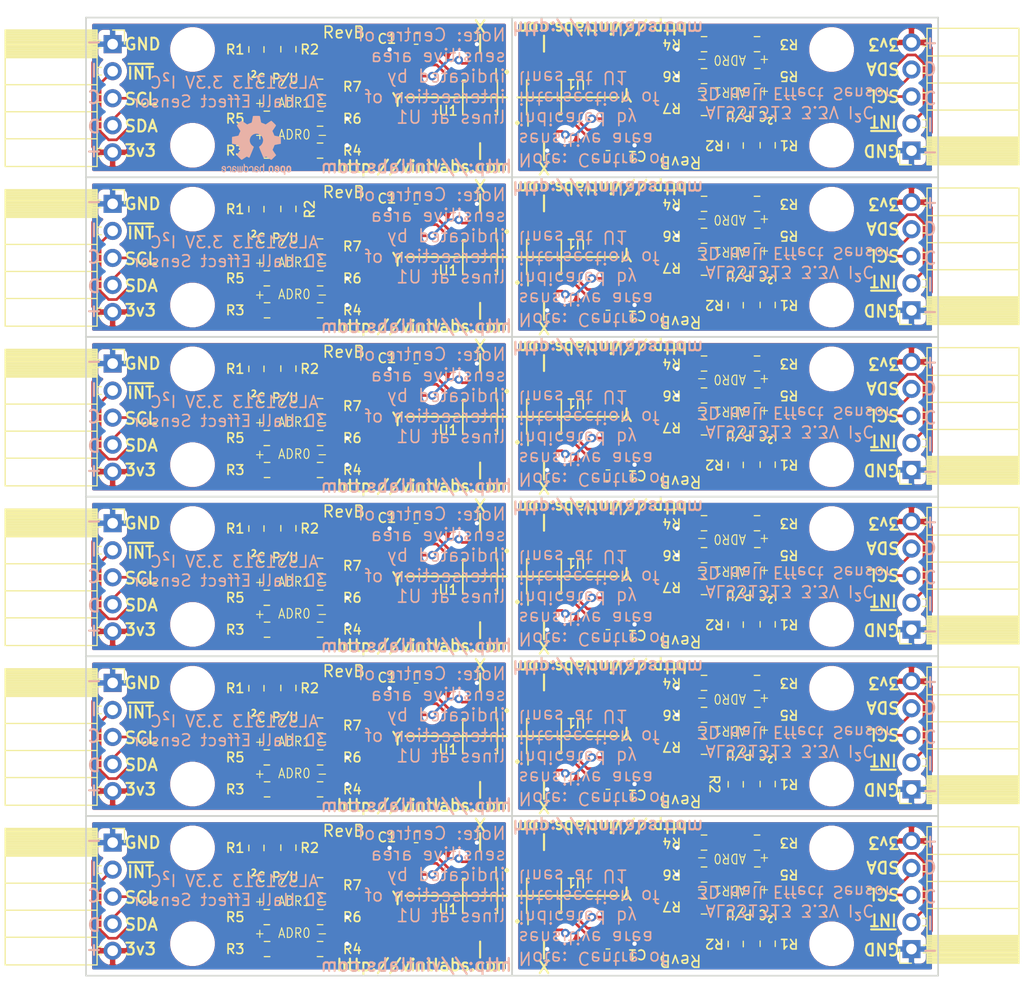
<source format=kicad_pcb>
(kicad_pcb (version 20171130) (host pcbnew 5.1.5)
  (layers (0 F.Cu signal) (31 B.Cu signal) (34 B.Paste user) (35 F.Paste user) (36 B.SilkS user) (37 F.SilkS user) (38 B.Mask user) (39 F.Mask user) (44 Edge.Cuts user))
  (net 0 "")
  (net 1 GND)
  (net 2 VCC)
  (net 3 ~INT)
  (net 4 SCL)
  (net 5 SDA)
  (net 6 ADR0)
  (net 7 ADR1)
  (net 8 "Net-(U1-Pad5)")
  (module Resistor_SMD:R_0805_2012Metric_Pad1.15x1.40mm_HandSolder (layer F.Cu) (at 178.025 108.5 180)
    (fp_text reference R7 (at 3.025 0 180 unlocked) (layer F.SilkS) (effects (font (size 0.9 0.9))))
    (fp_text value 10k)
    (pad 1 smd roundrect (at -1.025 0 180) (size 1.15 1.4) (layers F.Cu F.Paste F.Mask) (roundrect_rratio 0.217391))
    (pad 2 smd roundrect (at 1.025 0 180) (size 1.15 1.4) (layers F.Cu F.Paste F.Mask) (roundrect_rratio 0.217391))
  )
  (module MountingHole:MountingHole_3.2mm_M3_DIN965 (layer F.Cu) (at 190 157 180)
    (fp_text reference REF** hide)
    (fp_text value MountingHole_3.2mm_M3_DIN965)
    (pad 1 np_thru_hole circle (at 0 0 180) (size 3.2 3.2) (drill 3.2) (layers *.Cu *.Mask))
  )
  (module Resistor_SMD:R_0805_2012Metric_Pad1.15x1.40mm_HandSolder (layer F.Cu) (at 184 127 90)
    (fp_text reference R1 (at 0 2 -180 unlocked) (layer F.SilkS) (effects (font (size 0.9 0.9))))
    (fp_text value 10k)
    (pad 1 smd roundrect (at -1.025 0 90) (size 1.15 1.4) (layers F.Cu F.Paste F.Mask) (roundrect_rratio 0.217391))
    (pad 2 smd roundrect (at 1.025 0 90) (size 1.15 1.4) (layers F.Cu F.Paste F.Mask) (roundrect_rratio 0.217391))
  )
  (module Resistor_SMD:R_0805_2012Metric_Pad1.15x1.40mm_HandSolder (layer F.Cu) (at 178.025 93.5 180)
    (fp_text reference R7 (at 3.025 0 180 unlocked) (layer F.SilkS) (effects (font (size 0.9 0.9))))
    (fp_text value 10k)
    (pad 2 smd roundrect (at 1.025 0 180) (size 1.15 1.4) (layers F.Cu F.Paste F.Mask) (roundrect_rratio 0.217391))
    (pad 1 smd roundrect (at -1.025 0 180) (size 1.15 1.4) (layers F.Cu F.Paste F.Mask) (roundrect_rratio 0.217391))
  )
  (module MountingHole:MountingHole_3.2mm_M3_DIN965 (layer F.Cu) (at 190 127 180)
    (fp_text reference REF** hide)
    (fp_text value MountingHole_3.2mm_M3_DIN965)
    (pad 1 np_thru_hole circle (at 0 0 180) (size 3.2 3.2) (drill 3.2) (layers *.Cu *.Mask))
  )
  (module Connector_PinSocket_2.54mm:PinSocket_1x05_P2.54mm_Horizontal (layer F.Cu) (at 197.5 112.5 180)
    (fp_text reference J1 (at -2.286 0 180 unlocked) (layer F.SilkS) (effects (font (size 0.9 0.9))))
    (fp_text value Conn_01x05)
    (pad 5 thru_hole oval (at 0 10.16 180) (size 1.7 1.7) (drill 1) (layers *.Cu *.Mask))
    (pad 4 thru_hole oval (at 0 7.62 180) (size 1.7 1.7) (drill 1) (layers *.Cu *.Mask))
    (pad 3 thru_hole oval (at 0 5.08 180) (size 1.7 1.7) (drill 1) (layers *.Cu *.Mask))
    (pad 2 thru_hole oval (at 0 2.54 180) (size 1.7 1.7) (drill 1) (layers *.Cu *.Mask))
    (pad 1 thru_hole rect (at 0 0 180) (size 1.7 1.7) (drill 1) (layers *.Cu *.Mask))
  )
  (module MountingHole:MountingHole_3.2mm_M3_DIN965 (layer F.Cu) (at 190 133 180)
    (fp_text reference REF** hide)
    (fp_text value MountingHole_3.2mm_M3_DIN965)
    (pad 1 np_thru_hole circle (at 0 0 180) (size 3.2 3.2) (drill 3.2) (layers *.Cu *.Mask))
  )
  (module Connector_PinSocket_2.54mm:PinSocket_1x05_P2.54mm_Horizontal (layer F.Cu) (at 197.5 82.5 180)
    (fp_text reference J1 (at -2.286 0 180 unlocked) (layer F.SilkS) (effects (font (size 0.9 0.9))))
    (fp_text value Conn_01x05)
    (pad 5 thru_hole oval (at 0 10.16 180) (size 1.7 1.7) (drill 1) (layers *.Cu *.Mask))
    (pad 4 thru_hole oval (at 0 7.62 180) (size 1.7 1.7) (drill 1) (layers *.Cu *.Mask))
    (pad 3 thru_hole oval (at 0 5.08 180) (size 1.7 1.7) (drill 1) (layers *.Cu *.Mask))
    (pad 2 thru_hole oval (at 0 2.54 180) (size 1.7 1.7) (drill 1) (layers *.Cu *.Mask))
    (pad 1 thru_hole rect (at 0 0 180) (size 1.7 1.7) (drill 1) (layers *.Cu *.Mask))
  )
  (module Resistor_SMD:R_0805_2012Metric_Pad1.15x1.40mm_HandSolder (layer F.Cu) (at 183 117.5 180)
    (fp_text reference R3 (at -3 0 180 unlocked) (layer F.SilkS) (effects (font (size 0.9 0.9))))
    (fp_text value R)
    (pad 2 smd roundrect (at 1.025 0 180) (size 1.15 1.4) (layers F.Cu F.Paste F.Mask) (roundrect_rratio 0.217391))
    (pad 1 smd roundrect (at -1.025 0 180) (size 1.15 1.4) (layers F.Cu F.Paste F.Mask) (roundrect_rratio 0.217391))
  )
  (module MountingHole:MountingHole_3.2mm_M3_DIN965 (layer F.Cu) (at 190 118 180)
    (fp_text reference REF** hide)
    (fp_text value MountingHole_3.2mm_M3_DIN965)
    (pad 1 np_thru_hole circle (at 0 0 180) (size 3.2 3.2) (drill 3.2) (layers *.Cu *.Mask))
  )
  (module Resistor_SMD:R_0805_2012Metric_Pad1.15x1.40mm_HandSolder (layer F.Cu) (at 178.025 78.5 180)
    (fp_text reference R7 (at 3.025 0 180 unlocked) (layer F.SilkS) (effects (font (size 0.9 0.9))))
    (fp_text value 10k)
    (pad 1 smd roundrect (at -1.025 0 180) (size 1.15 1.4) (layers F.Cu F.Paste F.Mask) (roundrect_rratio 0.217391))
    (pad 2 smd roundrect (at 1.025 0 180) (size 1.15 1.4) (layers F.Cu F.Paste F.Mask) (roundrect_rratio 0.217391))
  )
  (module Resistor_SMD:R_0805_2012Metric_Pad1.15x1.40mm_HandSolder (layer F.Cu) (at 181 112.025 90)
    (fp_text reference R2 (at 0.025 -2 -180 unlocked) (layer F.SilkS) (effects (font (size 0.9 0.9))))
    (fp_text value 10k)
    (pad 1 smd roundrect (at -1.025 0 90) (size 1.15 1.4) (layers F.Cu F.Paste F.Mask) (roundrect_rratio 0.217391))
    (pad 2 smd roundrect (at 1.025 0 90) (size 1.15 1.4) (layers F.Cu F.Paste F.Mask) (roundrect_rratio 0.217391))
  )
  (module Resistor_SMD:R_0805_2012Metric_Pad1.15x1.40mm_HandSolder (layer F.Cu) (at 184 112 90)
    (fp_text reference R1 (at 0 2 -180 unlocked) (layer F.SilkS) (effects (font (size 0.9 0.9))))
    (fp_text value 10k)
    (pad 2 smd roundrect (at 1.025 0 90) (size 1.15 1.4) (layers F.Cu F.Paste F.Mask) (roundrect_rratio 0.217391))
    (pad 1 smd roundrect (at -1.025 0 90) (size 1.15 1.4) (layers F.Cu F.Paste F.Mask) (roundrect_rratio 0.217391))
  )
  (module Capacitor_SMD:C_0603_1608Metric_Pad1.05x0.95mm_HandSolder (layer F.Cu) (at 169 128)
    (fp_text reference C1 (at 2.75 0 180 unlocked) (layer F.SilkS) (effects (font (size 0.9 0.9))))
    (fp_text value C)
    (pad 2 smd roundrect (at 0.875 0) (size 1.05 0.95) (layers F.Cu F.Paste F.Mask))
    (pad 1 smd roundrect (at -0.875 0) (size 1.05 0.95) (layers F.Cu F.Paste F.Mask))
  )
  (module Resistor_SMD:R_0805_2012Metric_Pad1.15x1.40mm_HandSolder (layer F.Cu) (at 181 142.025 90)
    (fp_text reference R2 (at 0.025 -2 -90 unlocked) (layer F.SilkS) (effects (font (size 0.9 0.9))))
    (fp_text value 10k)
    (pad 2 smd roundrect (at 1.025 0 90) (size 1.15 1.4) (layers F.Cu F.Paste F.Mask) (roundrect_rratio 0.217391))
    (pad 1 smd roundrect (at -1.025 0 90) (size 1.15 1.4) (layers F.Cu F.Paste F.Mask) (roundrect_rratio 0.217391))
  )
  (module Resistor_SMD:R_0805_2012Metric_Pad1.15x1.40mm_HandSolder (layer F.Cu) (at 183 72.5 180)
    (fp_text reference R3 (at -3 0 180 unlocked) (layer F.SilkS) (effects (font (size 0.9 0.9))))
    (fp_text value R)
    (pad 1 smd roundrect (at -1.025 0 180) (size 1.15 1.4) (layers F.Cu F.Paste F.Mask) (roundrect_rratio 0.217391))
    (pad 2 smd roundrect (at 1.025 0 180) (size 1.15 1.4) (layers F.Cu F.Paste F.Mask) (roundrect_rratio 0.217391))
  )
  (module Package_SO:TSSOP-8_3x3mm_P0.65mm (layer F.Cu) (at 163 122.5 90)
    (fp_text reference U1 (at 1.25 3 180 unlocked) (layer F.SilkS) (effects (font (size 0.9 0.9))))
    (fp_text value ALS31313)
    (pad 1 smd rect (at -3.2 -0.975 90) (size 1.8 0.4) (layers F.Cu F.Paste F.Mask))
    (pad 2 smd rect (at -3.2 -0.325 90) (size 1.8 0.4) (layers F.Cu F.Paste F.Mask))
    (pad 4 smd rect (at -3.2 0.975 90) (size 1.8 0.4) (layers F.Cu F.Paste F.Mask))
    (pad 3 smd rect (at -3.2 0.325 90) (size 1.8 0.4) (layers F.Cu F.Paste F.Mask))
    (pad 6 smd rect (at 3.2 0.325 90) (size 1.8 0.4) (layers F.Cu F.Paste F.Mask))
    (pad 5 smd rect (at 3.2 0.975 90) (size 1.8 0.4) (layers F.Cu F.Paste F.Mask))
    (pad 7 smd rect (at 3.2 -0.325 90) (size 1.8 0.4) (layers F.Cu F.Paste F.Mask))
    (pad 8 smd rect (at 3.2 -0.975 90) (size 1.8 0.4) (layers F.Cu F.Paste F.Mask))
  )
  (module Resistor_SMD:R_0805_2012Metric_Pad1.15x1.40mm_HandSolder (layer F.Cu) (at 178.025 138.5 180)
    (fp_text reference R7 (at 3.025 0 180 unlocked) (layer F.SilkS) (effects (font (size 0.9 0.9))))
    (fp_text value 10k)
    (pad 2 smd roundrect (at 1.025 0 180) (size 1.15 1.4) (layers F.Cu F.Paste F.Mask) (roundrect_rratio 0.217391))
    (pad 1 smd roundrect (at -1.025 0 180) (size 1.15 1.4) (layers F.Cu F.Paste F.Mask) (roundrect_rratio 0.217391))
  )
  (module Resistor_SMD:R_0805_2012Metric_Pad1.15x1.40mm_HandSolder (layer F.Cu) (at 178.025 90.5 180)
    (fp_text reference R6 (at 3.025 0 180 unlocked) (layer F.SilkS) (effects (font (size 0.9 0.9))))
    (fp_text value 10k)
    (pad 2 smd roundrect (at 1.025 0 180) (size 1.15 1.4) (layers F.Cu F.Paste F.Mask) (roundrect_rratio 0.217391))
    (pad 1 smd roundrect (at -1.025 0 180) (size 1.15 1.4) (layers F.Cu F.Paste F.Mask) (roundrect_rratio 0.217391))
  )
  (module Resistor_SMD:R_0805_2012Metric_Pad1.15x1.40mm_HandSolder (layer F.Cu) (at 178.025 102.5 180)
    (fp_text reference R4 (at 3.025 0 180 unlocked) (layer F.SilkS) (effects (font (size 0.9 0.9))))
    (fp_text value 10k)
    (pad 1 smd roundrect (at -1.025 0 180) (size 1.15 1.4) (layers F.Cu F.Paste F.Mask) (roundrect_rratio 0.217391))
    (pad 2 smd roundrect (at 1.025 0 180) (size 1.15 1.4) (layers F.Cu F.Paste F.Mask) (roundrect_rratio 0.217391))
  )
  (module MountingHole:MountingHole_3.2mm_M3_DIN965 (layer F.Cu) (at 190 82 180)
    (fp_text reference REF** hide)
    (fp_text value MountingHole_3.2mm_M3_DIN965)
    (pad 1 np_thru_hole circle (at 0 0 180) (size 3.2 3.2) (drill 3.2) (layers *.Cu *.Mask))
  )
  (module Connector_PinSocket_2.54mm:PinSocket_1x05_P2.54mm_Horizontal (layer F.Cu) (at 197.5 157.5 180)
    (fp_text reference J1 (at -2.286 0 180 unlocked) (layer F.SilkS) (effects (font (size 0.9 0.9))))
    (fp_text value Conn_01x05)
    (pad 5 thru_hole oval (at 0 10.16 180) (size 1.7 1.7) (drill 1) (layers *.Cu *.Mask))
    (pad 4 thru_hole oval (at 0 7.62 180) (size 1.7 1.7) (drill 1) (layers *.Cu *.Mask))
    (pad 3 thru_hole oval (at 0 5.08 180) (size 1.7 1.7) (drill 1) (layers *.Cu *.Mask))
    (pad 2 thru_hole oval (at 0 2.54 180) (size 1.7 1.7) (drill 1) (layers *.Cu *.Mask))
    (pad 1 thru_hole rect (at 0 0 180) (size 1.7 1.7) (drill 1) (layers *.Cu *.Mask))
  )
  (module MountingHole:MountingHole_3.2mm_M3_DIN965 (layer F.Cu) (at 190 73 180)
    (fp_text reference REF** hide)
    (fp_text value MountingHole_3.2mm_M3_DIN965)
    (pad 1 np_thru_hole circle (at 0 0 180) (size 3.2 3.2) (drill 3.2) (layers *.Cu *.Mask))
  )
  (module Resistor_SMD:R_0805_2012Metric_Pad1.15x1.40mm_HandSolder (layer F.Cu) (at 178.025 153.5 180)
    (fp_text reference R7 (at 3.025 0 180 unlocked) (layer F.SilkS) (effects (font (size 0.9 0.9))))
    (fp_text value 10k)
    (pad 1 smd roundrect (at -1.025 0 180) (size 1.15 1.4) (layers F.Cu F.Paste F.Mask) (roundrect_rratio 0.217391))
    (pad 2 smd roundrect (at 1.025 0 180) (size 1.15 1.4) (layers F.Cu F.Paste F.Mask) (roundrect_rratio 0.217391))
  )
  (module Resistor_SMD:R_0805_2012Metric_Pad1.15x1.40mm_HandSolder (layer F.Cu) (at 183 102.5 180)
    (fp_text reference R3 (at -3 0 180 unlocked) (layer F.SilkS) (effects (font (size 0.9 0.9))))
    (fp_text value R)
    (pad 1 smd roundrect (at -1.025 0 180) (size 1.15 1.4) (layers F.Cu F.Paste F.Mask) (roundrect_rratio 0.217391))
    (pad 2 smd roundrect (at 1.025 0 180) (size 1.15 1.4) (layers F.Cu F.Paste F.Mask) (roundrect_rratio 0.217391))
  )
  (module Resistor_SMD:R_0805_2012Metric_Pad1.15x1.40mm_HandSolder (layer F.Cu) (at 178.025 123.5 180)
    (fp_text reference R7 (at 3.025 0 180 unlocked) (layer F.SilkS) (effects (font (size 0.9 0.9))))
    (fp_text value 10k)
    (pad 2 smd roundrect (at 1.025 0 180) (size 1.15 1.4) (layers F.Cu F.Paste F.Mask) (roundrect_rratio 0.217391))
    (pad 1 smd roundrect (at -1.025 0 180) (size 1.15 1.4) (layers F.Cu F.Paste F.Mask) (roundrect_rratio 0.217391))
  )
  (module Resistor_SMD:R_0805_2012Metric_Pad1.15x1.40mm_HandSolder (layer F.Cu) (at 178.025 120.5 180)
    (fp_text reference R6 (at 3.025 0 180 unlocked) (layer F.SilkS) (effects (font (size 0.9 0.9))))
    (fp_text value 10k)
    (pad 2 smd roundrect (at 1.025 0 180) (size 1.15 1.4) (layers F.Cu F.Paste F.Mask) (roundrect_rratio 0.217391))
    (pad 1 smd roundrect (at -1.025 0 180) (size 1.15 1.4) (layers F.Cu F.Paste F.Mask) (roundrect_rratio 0.217391))
  )
  (module MountingHole:MountingHole_3.2mm_M3_DIN965 (layer F.Cu) (at 190 142 180)
    (fp_text reference REF** hide)
    (fp_text value MountingHole_3.2mm_M3_DIN965)
    (pad 1 np_thru_hole circle (at 0 0 180) (size 3.2 3.2) (drill 3.2) (layers *.Cu *.Mask))
  )
  (module Capacitor_SMD:C_0603_1608Metric_Pad1.05x0.95mm_HandSolder (layer F.Cu) (at 169 113)
    (fp_text reference C1 (at 2.75 0 180 unlocked) (layer F.SilkS) (effects (font (size 0.9 0.9))))
    (fp_text value C)
    (pad 1 smd roundrect (at -0.875 0) (size 1.05 0.95) (layers F.Cu F.Paste F.Mask))
    (pad 2 smd roundrect (at 0.875 0) (size 1.05 0.95) (layers F.Cu F.Paste F.Mask))
  )
  (module MountingHole:MountingHole_3.2mm_M3_DIN965 (layer F.Cu) (at 190 112 180)
    (fp_text reference REF** hide)
    (fp_text value MountingHole_3.2mm_M3_DIN965)
    (pad 1 np_thru_hole circle (at 0 0 180) (size 3.2 3.2) (drill 3.2) (layers *.Cu *.Mask))
  )
  (module Capacitor_SMD:C_0603_1608Metric_Pad1.05x0.95mm_HandSolder (layer F.Cu) (at 169 98)
    (fp_text reference C1 (at 2.75 0 180 unlocked) (layer F.SilkS) (effects (font (size 0.9 0.9))))
    (fp_text value C)
    (pad 2 smd roundrect (at 0.875 0) (size 1.05 0.95) (layers F.Cu F.Paste F.Mask))
    (pad 1 smd roundrect (at -0.875 0) (size 1.05 0.95) (layers F.Cu F.Paste F.Mask))
  )
  (module Resistor_SMD:R_0805_2012Metric_Pad1.15x1.40mm_HandSolder (layer F.Cu) (at 183.025 135.5 180)
    (fp_text reference R5 (at -2.975 0 180 unlocked) (layer F.SilkS) (effects (font (size 0.9 0.9))))
    (fp_text value R)
    (pad 2 smd roundrect (at 1.025 0 180) (size 1.15 1.4) (layers F.Cu F.Paste F.Mask) (roundrect_rratio 0.217391))
    (pad 1 smd roundrect (at -1.025 0 180) (size 1.15 1.4) (layers F.Cu F.Paste F.Mask) (roundrect_rratio 0.217391))
  )
  (module Connector_PinSocket_2.54mm:PinSocket_1x05_P2.54mm_Horizontal (layer F.Cu) (at 197.5 127.5 180)
    (fp_text reference J1 (at -2.286 0 180 unlocked) (layer F.SilkS) (effects (font (size 0.9 0.9))))
    (fp_text value Conn_01x05)
    (pad 1 thru_hole rect (at 0 0 180) (size 1.7 1.7) (drill 1) (layers *.Cu *.Mask))
    (pad 2 thru_hole oval (at 0 2.54 180) (size 1.7 1.7) (drill 1) (layers *.Cu *.Mask))
    (pad 3 thru_hole oval (at 0 5.08 180) (size 1.7 1.7) (drill 1) (layers *.Cu *.Mask))
    (pad 4 thru_hole oval (at 0 7.62 180) (size 1.7 1.7) (drill 1) (layers *.Cu *.Mask))
    (pad 5 thru_hole oval (at 0 10.16 180) (size 1.7 1.7) (drill 1) (layers *.Cu *.Mask))
  )
  (module Resistor_SMD:R_0805_2012Metric_Pad1.15x1.40mm_HandSolder (layer F.Cu) (at 183 132.5 180)
    (fp_text reference R3 (at -3 0 180 unlocked) (layer F.SilkS) (effects (font (size 0.9 0.9))))
    (fp_text value R)
    (pad 2 smd roundrect (at 1.025 0 180) (size 1.15 1.4) (layers F.Cu F.Paste F.Mask) (roundrect_rratio 0.217391))
    (pad 1 smd roundrect (at -1.025 0 180) (size 1.15 1.4) (layers F.Cu F.Paste F.Mask) (roundrect_rratio 0.217391))
  )
  (module Resistor_SMD:R_0805_2012Metric_Pad1.15x1.40mm_HandSolder (layer F.Cu) (at 184 157 90)
    (fp_text reference R1 (at 0 2 -180 unlocked) (layer F.SilkS) (effects (font (size 0.9 0.9))))
    (fp_text value 10k)
    (pad 2 smd roundrect (at 1.025 0 90) (size 1.15 1.4) (layers F.Cu F.Paste F.Mask) (roundrect_rratio 0.217391))
    (pad 1 smd roundrect (at -1.025 0 90) (size 1.15 1.4) (layers F.Cu F.Paste F.Mask) (roundrect_rratio 0.217391))
  )
  (module Resistor_SMD:R_0805_2012Metric_Pad1.15x1.40mm_HandSolder (layer F.Cu) (at 183.025 75.5 180)
    (fp_text reference R5 (at -2.975 0 180 unlocked) (layer F.SilkS) (effects (font (size 0.9 0.9))))
    (fp_text value R)
    (pad 1 smd roundrect (at -1.025 0 180) (size 1.15 1.4) (layers F.Cu F.Paste F.Mask) (roundrect_rratio 0.217391))
    (pad 2 smd roundrect (at 1.025 0 180) (size 1.15 1.4) (layers F.Cu F.Paste F.Mask) (roundrect_rratio 0.217391))
  )
  (module Resistor_SMD:R_0805_2012Metric_Pad1.15x1.40mm_HandSolder (layer F.Cu) (at 184 142 90)
    (fp_text reference R1 (at 0 2 -180 unlocked) (layer F.SilkS) (effects (font (size 0.9 0.9))))
    (fp_text value 10k)
    (pad 1 smd roundrect (at -1.025 0 90) (size 1.15 1.4) (layers F.Cu F.Paste F.Mask) (roundrect_rratio 0.217391))
    (pad 2 smd roundrect (at 1.025 0 90) (size 1.15 1.4) (layers F.Cu F.Paste F.Mask) (roundrect_rratio 0.217391))
  )
  (module Package_SO:TSSOP-8_3x3mm_P0.65mm (layer F.Cu) (at 163 152.5 90)
    (fp_text reference U1 (at 1.25 3 180 unlocked) (layer F.SilkS) (effects (font (size 0.9 0.9))))
    (fp_text value ALS31313)
    (pad 8 smd rect (at 3.2 -0.975 90) (size 1.8 0.4) (layers F.Cu F.Paste F.Mask))
    (pad 7 smd rect (at 3.2 -0.325 90) (size 1.8 0.4) (layers F.Cu F.Paste F.Mask))
    (pad 5 smd rect (at 3.2 0.975 90) (size 1.8 0.4) (layers F.Cu F.Paste F.Mask))
    (pad 6 smd rect (at 3.2 0.325 90) (size 1.8 0.4) (layers F.Cu F.Paste F.Mask))
    (pad 3 smd rect (at -3.2 0.325 90) (size 1.8 0.4) (layers F.Cu F.Paste F.Mask))
    (pad 4 smd rect (at -3.2 0.975 90) (size 1.8 0.4) (layers F.Cu F.Paste F.Mask))
    (pad 2 smd rect (at -3.2 -0.325 90) (size 1.8 0.4) (layers F.Cu F.Paste F.Mask))
    (pad 1 smd rect (at -3.2 -0.975 90) (size 1.8 0.4) (layers F.Cu F.Paste F.Mask))
  )
  (module Resistor_SMD:R_0805_2012Metric_Pad1.15x1.40mm_HandSolder (layer F.Cu) (at 178.025 87.5 180)
    (fp_text reference R4 (at 3.025 0 180 unlocked) (layer F.SilkS) (effects (font (size 0.9 0.9))))
    (fp_text value 10k)
    (pad 2 smd roundrect (at 1.025 0 180) (size 1.15 1.4) (layers F.Cu F.Paste F.Mask) (roundrect_rratio 0.217391))
    (pad 1 smd roundrect (at -1.025 0 180) (size 1.15 1.4) (layers F.Cu F.Paste F.Mask) (roundrect_rratio 0.217391))
  )
  (module Resistor_SMD:R_0805_2012Metric_Pad1.15x1.40mm_HandSolder (layer F.Cu) (at 183 147.5 180)
    (fp_text reference R3 (at -3 0 180 unlocked) (layer F.SilkS) (effects (font (size 0.9 0.9))))
    (fp_text value R)
    (pad 1 smd roundrect (at -1.025 0 180) (size 1.15 1.4) (layers F.Cu F.Paste F.Mask) (roundrect_rratio 0.217391))
    (pad 2 smd roundrect (at 1.025 0 180) (size 1.15 1.4) (layers F.Cu F.Paste F.Mask) (roundrect_rratio 0.217391))
  )
  (module Resistor_SMD:R_0805_2012Metric_Pad1.15x1.40mm_HandSolder (layer F.Cu) (at 178.025 75.5 180)
    (fp_text reference R6 (at 3.025 0 180 unlocked) (layer F.SilkS) (effects (font (size 0.9 0.9))))
    (fp_text value 10k)
    (pad 1 smd roundrect (at -1.025 0 180) (size 1.15 1.4) (layers F.Cu F.Paste F.Mask) (roundrect_rratio 0.217391))
    (pad 2 smd roundrect (at 1.025 0 180) (size 1.15 1.4) (layers F.Cu F.Paste F.Mask) (roundrect_rratio 0.217391))
  )
  (module MountingHole:MountingHole_3.2mm_M3_DIN965 (layer F.Cu) (at 190 88 180)
    (fp_text reference REF** hide)
    (fp_text value MountingHole_3.2mm_M3_DIN965)
    (pad 1 np_thru_hole circle (at 0 0 180) (size 3.2 3.2) (drill 3.2) (layers *.Cu *.Mask))
  )
  (module Package_SO:TSSOP-8_3x3mm_P0.65mm (layer F.Cu) (at 163 107.5 90)
    (fp_text reference U1 (at 1.25 3 180 unlocked) (layer F.SilkS) (effects (font (size 0.9 0.9))))
    (fp_text value ALS31313)
    (pad 8 smd rect (at 3.2 -0.975 90) (size 1.8 0.4) (layers F.Cu F.Paste F.Mask))
    (pad 7 smd rect (at 3.2 -0.325 90) (size 1.8 0.4) (layers F.Cu F.Paste F.Mask))
    (pad 5 smd rect (at 3.2 0.975 90) (size 1.8 0.4) (layers F.Cu F.Paste F.Mask))
    (pad 6 smd rect (at 3.2 0.325 90) (size 1.8 0.4) (layers F.Cu F.Paste F.Mask))
    (pad 3 smd rect (at -3.2 0.325 90) (size 1.8 0.4) (layers F.Cu F.Paste F.Mask))
    (pad 4 smd rect (at -3.2 0.975 90) (size 1.8 0.4) (layers F.Cu F.Paste F.Mask))
    (pad 2 smd rect (at -3.2 -0.325 90) (size 1.8 0.4) (layers F.Cu F.Paste F.Mask))
    (pad 1 smd rect (at -3.2 -0.975 90) (size 1.8 0.4) (layers F.Cu F.Paste F.Mask))
  )
  (module Resistor_SMD:R_0805_2012Metric_Pad1.15x1.40mm_HandSolder (layer F.Cu) (at 184 97 90)
    (fp_text reference R1 (at 0 2 -180 unlocked) (layer F.SilkS) (effects (font (size 0.9 0.9))))
    (fp_text value 10k)
    (pad 1 smd roundrect (at -1.025 0 90) (size 1.15 1.4) (layers F.Cu F.Paste F.Mask) (roundrect_rratio 0.217391))
    (pad 2 smd roundrect (at 1.025 0 90) (size 1.15 1.4) (layers F.Cu F.Paste F.Mask) (roundrect_rratio 0.217391))
  )
  (module Resistor_SMD:R_0805_2012Metric_Pad1.15x1.40mm_HandSolder (layer F.Cu) (at 181 97.025 90)
    (fp_text reference R2 (at 0.025 -2 -180 unlocked) (layer F.SilkS) (effects (font (size 0.9 0.9))))
    (fp_text value 10k)
    (pad 2 smd roundrect (at 1.025 0 90) (size 1.15 1.4) (layers F.Cu F.Paste F.Mask) (roundrect_rratio 0.217391))
    (pad 1 smd roundrect (at -1.025 0 90) (size 1.15 1.4) (layers F.Cu F.Paste F.Mask) (roundrect_rratio 0.217391))
  )
  (module Resistor_SMD:R_0805_2012Metric_Pad1.15x1.40mm_HandSolder (layer F.Cu) (at 181 127.025 90)
    (fp_text reference R2 (at 0.025 -2 -180 unlocked) (layer F.SilkS) (effects (font (size 0.9 0.9))))
    (fp_text value 10k)
    (pad 2 smd roundrect (at 1.025 0 90) (size 1.15 1.4) (layers F.Cu F.Paste F.Mask) (roundrect_rratio 0.217391))
    (pad 1 smd roundrect (at -1.025 0 90) (size 1.15 1.4) (layers F.Cu F.Paste F.Mask) (roundrect_rratio 0.217391))
  )
  (module MountingHole:MountingHole_3.2mm_M3_DIN965 (layer F.Cu) (at 190 148 180)
    (fp_text reference REF** hide)
    (fp_text value MountingHole_3.2mm_M3_DIN965)
    (pad 1 np_thru_hole circle (at 0 0 180) (size 3.2 3.2) (drill 3.2) (layers *.Cu *.Mask))
  )
  (module Capacitor_SMD:C_0603_1608Metric_Pad1.05x0.95mm_HandSolder (layer F.Cu) (at 169 158)
    (fp_text reference C1 (at 2.75 0 180 unlocked) (layer F.SilkS) (effects (font (size 0.9 0.9))))
    (fp_text value C)
    (pad 1 smd roundrect (at -0.875 0) (size 1.05 0.95) (layers F.Cu F.Paste F.Mask))
    (pad 2 smd roundrect (at 0.875 0) (size 1.05 0.95) (layers F.Cu F.Paste F.Mask))
  )
  (module Resistor_SMD:R_0805_2012Metric_Pad1.15x1.40mm_HandSolder (layer F.Cu) (at 183.025 105.5 180)
    (fp_text reference R5 (at -2.975 0 180 unlocked) (layer F.SilkS) (effects (font (size 0.9 0.9))))
    (fp_text value R)
    (pad 1 smd roundrect (at -1.025 0 180) (size 1.15 1.4) (layers F.Cu F.Paste F.Mask) (roundrect_rratio 0.217391))
    (pad 2 smd roundrect (at 1.025 0 180) (size 1.15 1.4) (layers F.Cu F.Paste F.Mask) (roundrect_rratio 0.217391))
  )
  (module Resistor_SMD:R_0805_2012Metric_Pad1.15x1.40mm_HandSolder (layer F.Cu) (at 178.025 117.5 180)
    (fp_text reference R4 (at 3.025 0 180 unlocked) (layer F.SilkS) (effects (font (size 0.9 0.9))))
    (fp_text value 10k)
    (pad 2 smd roundrect (at 1.025 0 180) (size 1.15 1.4) (layers F.Cu F.Paste F.Mask) (roundrect_rratio 0.217391))
    (pad 1 smd roundrect (at -1.025 0 180) (size 1.15 1.4) (layers F.Cu F.Paste F.Mask) (roundrect_rratio 0.217391))
  )
  (module Resistor_SMD:R_0805_2012Metric_Pad1.15x1.40mm_HandSolder (layer F.Cu) (at 178.025 132.5 180)
    (fp_text reference R4 (at 3.025 0 180 unlocked) (layer F.SilkS) (effects (font (size 0.9 0.9))))
    (fp_text value 10k)
    (pad 2 smd roundrect (at 1.025 0 180) (size 1.15 1.4) (layers F.Cu F.Paste F.Mask) (roundrect_rratio 0.217391))
    (pad 1 smd roundrect (at -1.025 0 180) (size 1.15 1.4) (layers F.Cu F.Paste F.Mask) (roundrect_rratio 0.217391))
  )
  (module Package_SO:TSSOP-8_3x3mm_P0.65mm (layer F.Cu) (at 163 77.5 90)
    (fp_text reference U1 (at 1.25 3 180 unlocked) (layer F.SilkS) (effects (font (size 0.9 0.9))))
    (fp_text value ALS31313)
    (pad 8 smd rect (at 3.2 -0.975 90) (size 1.8 0.4) (layers F.Cu F.Paste F.Mask))
    (pad 7 smd rect (at 3.2 -0.325 90) (size 1.8 0.4) (layers F.Cu F.Paste F.Mask))
    (pad 5 smd rect (at 3.2 0.975 90) (size 1.8 0.4) (layers F.Cu F.Paste F.Mask))
    (pad 6 smd rect (at 3.2 0.325 90) (size 1.8 0.4) (layers F.Cu F.Paste F.Mask))
    (pad 3 smd rect (at -3.2 0.325 90) (size 1.8 0.4) (layers F.Cu F.Paste F.Mask))
    (pad 4 smd rect (at -3.2 0.975 90) (size 1.8 0.4) (layers F.Cu F.Paste F.Mask))
    (pad 2 smd rect (at -3.2 -0.325 90) (size 1.8 0.4) (layers F.Cu F.Paste F.Mask))
    (pad 1 smd rect (at -3.2 -0.975 90) (size 1.8 0.4) (layers F.Cu F.Paste F.Mask))
  )
  (module Connector_PinSocket_2.54mm:PinSocket_1x05_P2.54mm_Horizontal (layer F.Cu) (at 197.5 97.5 180)
    (fp_text reference J1 (at -2.286 0 180 unlocked) (layer F.SilkS) (effects (font (size 0.9 0.9))))
    (fp_text value Conn_01x05)
    (pad 1 thru_hole rect (at 0 0 180) (size 1.7 1.7) (drill 1) (layers *.Cu *.Mask))
    (pad 2 thru_hole oval (at 0 2.54 180) (size 1.7 1.7) (drill 1) (layers *.Cu *.Mask))
    (pad 3 thru_hole oval (at 0 5.08 180) (size 1.7 1.7) (drill 1) (layers *.Cu *.Mask))
    (pad 4 thru_hole oval (at 0 7.62 180) (size 1.7 1.7) (drill 1) (layers *.Cu *.Mask))
    (pad 5 thru_hole oval (at 0 10.16 180) (size 1.7 1.7) (drill 1) (layers *.Cu *.Mask))
  )
  (module Package_SO:TSSOP-8_3x3mm_P0.65mm (layer F.Cu) (at 163 137.5 90)
    (fp_text reference U1 (at 1.25 3 180 unlocked) (layer F.SilkS) (effects (font (size 0.9 0.9))))
    (fp_text value ALS31313)
    (pad 1 smd rect (at -3.2 -0.975 90) (size 1.8 0.4) (layers F.Cu F.Paste F.Mask))
    (pad 2 smd rect (at -3.2 -0.325 90) (size 1.8 0.4) (layers F.Cu F.Paste F.Mask))
    (pad 4 smd rect (at -3.2 0.975 90) (size 1.8 0.4) (layers F.Cu F.Paste F.Mask))
    (pad 3 smd rect (at -3.2 0.325 90) (size 1.8 0.4) (layers F.Cu F.Paste F.Mask))
    (pad 6 smd rect (at 3.2 0.325 90) (size 1.8 0.4) (layers F.Cu F.Paste F.Mask))
    (pad 5 smd rect (at 3.2 0.975 90) (size 1.8 0.4) (layers F.Cu F.Paste F.Mask))
    (pad 7 smd rect (at 3.2 -0.325 90) (size 1.8 0.4) (layers F.Cu F.Paste F.Mask))
    (pad 8 smd rect (at 3.2 -0.975 90) (size 1.8 0.4) (layers F.Cu F.Paste F.Mask))
  )
  (module Resistor_SMD:R_0805_2012Metric_Pad1.15x1.40mm_HandSolder (layer F.Cu) (at 183.025 150.5 180)
    (fp_text reference R5 (at -2.975 0 180 unlocked) (layer F.SilkS) (effects (font (size 0.9 0.9))))
    (fp_text value R)
    (pad 1 smd roundrect (at -1.025 0 180) (size 1.15 1.4) (layers F.Cu F.Paste F.Mask) (roundrect_rratio 0.217391))
    (pad 2 smd roundrect (at 1.025 0 180) (size 1.15 1.4) (layers F.Cu F.Paste F.Mask) (roundrect_rratio 0.217391))
  )
  (module Resistor_SMD:R_0805_2012Metric_Pad1.15x1.40mm_HandSolder (layer F.Cu) (at 178.025 150.5 180)
    (fp_text reference R6 (at 3.025 0 180 unlocked) (layer F.SilkS) (effects (font (size 0.9 0.9))))
    (fp_text value 10k)
    (pad 1 smd roundrect (at -1.025 0 180) (size 1.15 1.4) (layers F.Cu F.Paste F.Mask) (roundrect_rratio 0.217391))
    (pad 2 smd roundrect (at 1.025 0 180) (size 1.15 1.4) (layers F.Cu F.Paste F.Mask) (roundrect_rratio 0.217391))
  )
  (module Package_SO:TSSOP-8_3x3mm_P0.65mm (layer F.Cu) (at 163 92.5 90)
    (fp_text reference U1 (at 1.25 3 180 unlocked) (layer F.SilkS) (effects (font (size 0.9 0.9))))
    (fp_text value ALS31313)
    (pad 1 smd rect (at -3.2 -0.975 90) (size 1.8 0.4) (layers F.Cu F.Paste F.Mask))
    (pad 2 smd rect (at -3.2 -0.325 90) (size 1.8 0.4) (layers F.Cu F.Paste F.Mask))
    (pad 4 smd rect (at -3.2 0.975 90) (size 1.8 0.4) (layers F.Cu F.Paste F.Mask))
    (pad 3 smd rect (at -3.2 0.325 90) (size 1.8 0.4) (layers F.Cu F.Paste F.Mask))
    (pad 6 smd rect (at 3.2 0.325 90) (size 1.8 0.4) (layers F.Cu F.Paste F.Mask))
    (pad 5 smd rect (at 3.2 0.975 90) (size 1.8 0.4) (layers F.Cu F.Paste F.Mask))
    (pad 7 smd rect (at 3.2 -0.325 90) (size 1.8 0.4) (layers F.Cu F.Paste F.Mask))
    (pad 8 smd rect (at 3.2 -0.975 90) (size 1.8 0.4) (layers F.Cu F.Paste F.Mask))
  )
  (module Resistor_SMD:R_0805_2012Metric_Pad1.15x1.40mm_HandSolder (layer F.Cu) (at 181 82.025 90)
    (fp_text reference R2 (at 0.025 -2 -180 unlocked) (layer F.SilkS) (effects (font (size 0.9 0.9))))
    (fp_text value 10k)
    (pad 1 smd roundrect (at -1.025 0 90) (size 1.15 1.4) (layers F.Cu F.Paste F.Mask) (roundrect_rratio 0.217391))
    (pad 2 smd roundrect (at 1.025 0 90) (size 1.15 1.4) (layers F.Cu F.Paste F.Mask) (roundrect_rratio 0.217391))
  )
  (module Resistor_SMD:R_0805_2012Metric_Pad1.15x1.40mm_HandSolder (layer F.Cu) (at 181 157.025 90)
    (fp_text reference R2 (at 0.025 -2 -180 unlocked) (layer F.SilkS) (effects (font (size 0.9 0.9))))
    (fp_text value 10k)
    (pad 1 smd roundrect (at -1.025 0 90) (size 1.15 1.4) (layers F.Cu F.Paste F.Mask) (roundrect_rratio 0.217391))
    (pad 2 smd roundrect (at 1.025 0 90) (size 1.15 1.4) (layers F.Cu F.Paste F.Mask) (roundrect_rratio 0.217391))
  )
  (module Resistor_SMD:R_0805_2012Metric_Pad1.15x1.40mm_HandSolder (layer F.Cu) (at 178.025 105.5 180)
    (fp_text reference R6 (at 3.025 0 180 unlocked) (layer F.SilkS) (effects (font (size 0.9 0.9))))
    (fp_text value 10k)
    (pad 1 smd roundrect (at -1.025 0 180) (size 1.15 1.4) (layers F.Cu F.Paste F.Mask) (roundrect_rratio 0.217391))
    (pad 2 smd roundrect (at 1.025 0 180) (size 1.15 1.4) (layers F.Cu F.Paste F.Mask) (roundrect_rratio 0.217391))
  )
  (module Resistor_SMD:R_0805_2012Metric_Pad1.15x1.40mm_HandSolder (layer F.Cu) (at 183 87.5 180)
    (fp_text reference R3 (at -3 0 180 unlocked) (layer F.SilkS) (effects (font (size 0.9 0.9))))
    (fp_text value R)
    (pad 2 smd roundrect (at 1.025 0 180) (size 1.15 1.4) (layers F.Cu F.Paste F.Mask) (roundrect_rratio 0.217391))
    (pad 1 smd roundrect (at -1.025 0 180) (size 1.15 1.4) (layers F.Cu F.Paste F.Mask) (roundrect_rratio 0.217391))
  )
  (module MountingHole:MountingHole_3.2mm_M3_DIN965 (layer F.Cu) (at 190 97 180)
    (fp_text reference REF** hide)
    (fp_text value MountingHole_3.2mm_M3_DIN965)
    (pad 1 np_thru_hole circle (at 0 0 180) (size 3.2 3.2) (drill 3.2) (layers *.Cu *.Mask))
  )
  (module Connector_PinSocket_2.54mm:PinSocket_1x05_P2.54mm_Horizontal (layer F.Cu) (at 197.5 142.5 180)
    (fp_text reference J1 (at -2.286 0 180 unlocked) (layer F.SilkS) (effects (font (size 0.9 0.9))))
    (fp_text value Conn_01x05)
    (pad 1 thru_hole rect (at 0 0 180) (size 1.7 1.7) (drill 1) (layers *.Cu *.Mask))
    (pad 2 thru_hole oval (at 0 2.54 180) (size 1.7 1.7) (drill 1) (layers *.Cu *.Mask))
    (pad 3 thru_hole oval (at 0 5.08 180) (size 1.7 1.7) (drill 1) (layers *.Cu *.Mask))
    (pad 4 thru_hole oval (at 0 7.62 180) (size 1.7 1.7) (drill 1) (layers *.Cu *.Mask))
    (pad 5 thru_hole oval (at 0 10.16 180) (size 1.7 1.7) (drill 1) (layers *.Cu *.Mask))
  )
  (module Resistor_SMD:R_0805_2012Metric_Pad1.15x1.40mm_HandSolder (layer F.Cu) (at 184 82 90)
    (fp_text reference R1 (at 0 2 -180 unlocked) (layer F.SilkS) (effects (font (size 0.9 0.9))))
    (fp_text value 10k)
    (pad 2 smd roundrect (at 1.025 0 90) (size 1.15 1.4) (layers F.Cu F.Paste F.Mask) (roundrect_rratio 0.217391))
    (pad 1 smd roundrect (at -1.025 0 90) (size 1.15 1.4) (layers F.Cu F.Paste F.Mask) (roundrect_rratio 0.217391))
  )
  (module Resistor_SMD:R_0805_2012Metric_Pad1.15x1.40mm_HandSolder (layer F.Cu) (at 183.025 90.5 180)
    (fp_text reference R5 (at -2.975 0 180 unlocked) (layer F.SilkS) (effects (font (size 0.9 0.9))))
    (fp_text value R)
    (pad 2 smd roundrect (at 1.025 0 180) (size 1.15 1.4) (layers F.Cu F.Paste F.Mask) (roundrect_rratio 0.217391))
    (pad 1 smd roundrect (at -1.025 0 180) (size 1.15 1.4) (layers F.Cu F.Paste F.Mask) (roundrect_rratio 0.217391))
  )
  (module Resistor_SMD:R_0805_2012Metric_Pad1.15x1.40mm_HandSolder (layer F.Cu) (at 183.025 120.5 180)
    (fp_text reference R5 (at -2.975 0 180 unlocked) (layer F.SilkS) (effects (font (size 0.9 0.9))))
    (fp_text value R)
    (pad 2 smd roundrect (at 1.025 0 180) (size 1.15 1.4) (layers F.Cu F.Paste F.Mask) (roundrect_rratio 0.217391))
    (pad 1 smd roundrect (at -1.025 0 180) (size 1.15 1.4) (layers F.Cu F.Paste F.Mask) (roundrect_rratio 0.217391))
  )
  (module Resistor_SMD:R_0805_2012Metric_Pad1.15x1.40mm_HandSolder (layer F.Cu) (at 178.025 135.5 180)
    (fp_text reference R6 (at 3.025 0 180 unlocked) (layer F.SilkS) (effects (font (size 0.9 0.9))))
    (fp_text value 10k)
    (pad 2 smd roundrect (at 1.025 0 180) (size 1.15 1.4) (layers F.Cu F.Paste F.Mask) (roundrect_rratio 0.217391))
    (pad 1 smd roundrect (at -1.025 0 180) (size 1.15 1.4) (layers F.Cu F.Paste F.Mask) (roundrect_rratio 0.217391))
  )
  (module Resistor_SMD:R_0805_2012Metric_Pad1.15x1.40mm_HandSolder (layer F.Cu) (at 178.025 72.5 180)
    (fp_text reference R4 (at 3.025 0 180 unlocked) (layer F.SilkS) (effects (font (size 0.9 0.9))))
    (fp_text value 10k)
    (pad 1 smd roundrect (at -1.025 0 180) (size 1.15 1.4) (layers F.Cu F.Paste F.Mask) (roundrect_rratio 0.217391))
    (pad 2 smd roundrect (at 1.025 0 180) (size 1.15 1.4) (layers F.Cu F.Paste F.Mask) (roundrect_rratio 0.217391))
  )
  (module Capacitor_SMD:C_0603_1608Metric_Pad1.05x0.95mm_HandSolder (layer F.Cu) (at 169 143)
    (fp_text reference C1 (at 2.75 0 180 unlocked) (layer F.SilkS) (effects (font (size 0.9 0.9))))
    (fp_text value C)
    (pad 2 smd roundrect (at 0.875 0) (size 1.05 0.95) (layers F.Cu F.Paste F.Mask))
    (pad 1 smd roundrect (at -0.875 0) (size 1.05 0.95) (layers F.Cu F.Paste F.Mask))
  )
  (module Resistor_SMD:R_0805_2012Metric_Pad1.15x1.40mm_HandSolder (layer F.Cu) (at 178.025 147.5 180)
    (fp_text reference R4 (at 3.025 0 180 unlocked) (layer F.SilkS) (effects (font (size 0.9 0.9))))
    (fp_text value 10k)
    (pad 1 smd roundrect (at -1.025 0 180) (size 1.15 1.4) (layers F.Cu F.Paste F.Mask) (roundrect_rratio 0.217391))
    (pad 2 smd roundrect (at 1.025 0 180) (size 1.15 1.4) (layers F.Cu F.Paste F.Mask) (roundrect_rratio 0.217391))
  )
  (module Capacitor_SMD:C_0603_1608Metric_Pad1.05x0.95mm_HandSolder (layer F.Cu) (at 169 83)
    (fp_text reference C1 (at 2.75 0 180 unlocked) (layer F.SilkS) (effects (font (size 0.9 0.9))))
    (fp_text value C)
    (pad 1 smd roundrect (at -0.875 0) (size 1.05 0.95) (layers F.Cu F.Paste F.Mask))
    (pad 2 smd roundrect (at 0.875 0) (size 1.05 0.95) (layers F.Cu F.Paste F.Mask))
  )
  (module MountingHole:MountingHole_3.2mm_M3_DIN965 (layer F.Cu) (at 190 103 180)
    (fp_text reference REF** hide)
    (fp_text value MountingHole_3.2mm_M3_DIN965)
    (pad 1 np_thru_hole circle (at 0 0 180) (size 3.2 3.2) (drill 3.2) (layers *.Cu *.Mask))
  )
  (module MountingHole:MountingHole_3.2mm_M3_DIN965 (layer F.Cu) (at 130 133)
    (fp_text reference REF** hide)
    (fp_text value MountingHole_3.2mm_M3_DIN965)
    (pad 1 np_thru_hole circle (at 0 0) (size 3.2 3.2) (drill 3.2) (layers *.Cu *.Mask))
  )
  (module MountingHole:MountingHole_3.2mm_M3_DIN965 (layer F.Cu) (at 130 157)
    (fp_text reference REF** hide)
    (fp_text value MountingHole_3.2mm_M3_DIN965)
    (pad 1 np_thru_hole circle (at 0 0) (size 3.2 3.2) (drill 3.2) (layers *.Cu *.Mask))
  )
  (module Resistor_SMD:R_0805_2012Metric_Pad1.15x1.40mm_HandSolder (layer F.Cu) (at 139 147.975 270)
    (fp_text reference R2 (at 0.025 -2 unlocked) (layer F.SilkS) (effects (font (size 0.9 0.9))))
    (fp_text value 10k)
    (pad 2 smd roundrect (at 1.025 0 270) (size 1.15 1.4) (layers F.Cu F.Paste F.Mask) (roundrect_rratio 0.217391))
    (pad 1 smd roundrect (at -1.025 0 270) (size 1.15 1.4) (layers F.Cu F.Paste F.Mask) (roundrect_rratio 0.217391))
  )
  (module Resistor_SMD:R_0805_2012Metric_Pad1.15x1.40mm_HandSolder (layer F.Cu) (at 141.975 151.5)
    (fp_text reference R7 (at 3.025 0 unlocked) (layer F.SilkS) (effects (font (size 0.9 0.9))))
    (fp_text value 10k)
    (pad 2 smd roundrect (at 1.025 0) (size 1.15 1.4) (layers F.Cu F.Paste F.Mask) (roundrect_rratio 0.217391))
    (pad 1 smd roundrect (at -1.025 0) (size 1.15 1.4) (layers F.Cu F.Paste F.Mask) (roundrect_rratio 0.217391))
  )
  (module Connector_PinSocket_2.54mm:PinSocket_1x05_P2.54mm_Horizontal (layer F.Cu) (at 122.5 132.5)
    (fp_text reference J1 (at -2.286 0 unlocked) (layer F.SilkS) (effects (font (size 0.9 0.9))))
    (fp_text value Conn_01x05)
    (pad 5 thru_hole oval (at 0 10.16) (size 1.7 1.7) (drill 1) (layers *.Cu *.Mask))
    (pad 4 thru_hole oval (at 0 7.62) (size 1.7 1.7) (drill 1) (layers *.Cu *.Mask))
    (pad 3 thru_hole oval (at 0 5.08) (size 1.7 1.7) (drill 1) (layers *.Cu *.Mask))
    (pad 2 thru_hole oval (at 0 2.54) (size 1.7 1.7) (drill 1) (layers *.Cu *.Mask))
    (pad 1 thru_hole rect (at 0 0) (size 1.7 1.7) (drill 1) (layers *.Cu *.Mask))
  )
  (module Resistor_SMD:R_0805_2012Metric_Pad1.15x1.40mm_HandSolder (layer F.Cu) (at 141.975 136.5)
    (fp_text reference R7 (at 3.025 0 unlocked) (layer F.SilkS) (effects (font (size 0.9 0.9))))
    (fp_text value 10k)
    (pad 1 smd roundrect (at -1.025 0) (size 1.15 1.4) (layers F.Cu F.Paste F.Mask) (roundrect_rratio 0.217391))
    (pad 2 smd roundrect (at 1.025 0) (size 1.15 1.4) (layers F.Cu F.Paste F.Mask) (roundrect_rratio 0.217391))
  )
  (module MountingHole:MountingHole_3.2mm_M3_DIN965 (layer F.Cu) (at 130 148)
    (fp_text reference REF** hide)
    (fp_text value MountingHole_3.2mm_M3_DIN965)
    (pad 1 np_thru_hole circle (at 0 0) (size 3.2 3.2) (drill 3.2) (layers *.Cu *.Mask))
  )
  (module Resistor_SMD:R_0805_2012Metric_Pad1.15x1.40mm_HandSolder (layer F.Cu) (at 136.975 154.5)
    (fp_text reference R5 (at -2.975 0 unlocked) (layer F.SilkS) (effects (font (size 0.9 0.9))))
    (fp_text value R)
    (pad 2 smd roundrect (at 1.025 0) (size 1.15 1.4) (layers F.Cu F.Paste F.Mask) (roundrect_rratio 0.217391))
    (pad 1 smd roundrect (at -1.025 0) (size 1.15 1.4) (layers F.Cu F.Paste F.Mask) (roundrect_rratio 0.217391))
  )
  (module Resistor_SMD:R_0805_2012Metric_Pad1.15x1.40mm_HandSolder (layer F.Cu) (at 137 157.5)
    (fp_text reference R3 (at -3 0 unlocked) (layer F.SilkS) (effects (font (size 0.9 0.9))))
    (fp_text value R)
    (pad 2 smd roundrect (at 1.025 0) (size 1.15 1.4) (layers F.Cu F.Paste F.Mask) (roundrect_rratio 0.217391))
    (pad 1 smd roundrect (at -1.025 0) (size 1.15 1.4) (layers F.Cu F.Paste F.Mask) (roundrect_rratio 0.217391))
  )
  (module Resistor_SMD:R_0805_2012Metric_Pad1.15x1.40mm_HandSolder (layer F.Cu) (at 136 133 270)
    (fp_text reference R1 (at 0 2 unlocked) (layer F.SilkS) (effects (font (size 0.9 0.9))))
    (fp_text value 10k)
    (pad 2 smd roundrect (at 1.025 0 270) (size 1.15 1.4) (layers F.Cu F.Paste F.Mask) (roundrect_rratio 0.217391))
    (pad 1 smd roundrect (at -1.025 0 270) (size 1.15 1.4) (layers F.Cu F.Paste F.Mask) (roundrect_rratio 0.217391))
  )
  (module Resistor_SMD:R_0805_2012Metric_Pad1.15x1.40mm_HandSolder (layer F.Cu) (at 136 148 270)
    (fp_text reference R1 (at 0 2 unlocked) (layer F.SilkS) (effects (font (size 0.9 0.9))))
    (fp_text value 10k)
    (pad 1 smd roundrect (at -1.025 0 270) (size 1.15 1.4) (layers F.Cu F.Paste F.Mask) (roundrect_rratio 0.217391))
    (pad 2 smd roundrect (at 1.025 0 270) (size 1.15 1.4) (layers F.Cu F.Paste F.Mask) (roundrect_rratio 0.217391))
  )
  (module Package_SO:TSSOP-8_3x3mm_P0.65mm (layer F.Cu) (at 157 137.5 270)
    (fp_text reference U1 (at 1.25 3 unlocked) (layer F.SilkS) (effects (font (size 0.9 0.9))))
    (fp_text value ALS31313)
    (pad 8 smd rect (at 3.2 -0.975 270) (size 1.8 0.4) (layers F.Cu F.Paste F.Mask))
    (pad 7 smd rect (at 3.2 -0.325 270) (size 1.8 0.4) (layers F.Cu F.Paste F.Mask))
    (pad 5 smd rect (at 3.2 0.975 270) (size 1.8 0.4) (layers F.Cu F.Paste F.Mask))
    (pad 6 smd rect (at 3.2 0.325 270) (size 1.8 0.4) (layers F.Cu F.Paste F.Mask))
    (pad 3 smd rect (at -3.2 0.325 270) (size 1.8 0.4) (layers F.Cu F.Paste F.Mask))
    (pad 4 smd rect (at -3.2 0.975 270) (size 1.8 0.4) (layers F.Cu F.Paste F.Mask))
    (pad 2 smd rect (at -3.2 -0.325 270) (size 1.8 0.4) (layers F.Cu F.Paste F.Mask))
    (pad 1 smd rect (at -3.2 -0.975 270) (size 1.8 0.4) (layers F.Cu F.Paste F.Mask))
  )
  (module Resistor_SMD:R_0805_2012Metric_Pad1.15x1.40mm_HandSolder (layer F.Cu) (at 137 142.5)
    (fp_text reference R3 (at -3 0 unlocked) (layer F.SilkS) (effects (font (size 0.9 0.9))))
    (fp_text value R)
    (pad 1 smd roundrect (at -1.025 0) (size 1.15 1.4) (layers F.Cu F.Paste F.Mask) (roundrect_rratio 0.217391))
    (pad 2 smd roundrect (at 1.025 0) (size 1.15 1.4) (layers F.Cu F.Paste F.Mask) (roundrect_rratio 0.217391))
  )
  (module MountingHole:MountingHole_3.2mm_M3_DIN965 (layer F.Cu) (at 130 142)
    (fp_text reference REF** hide)
    (fp_text value MountingHole_3.2mm_M3_DIN965)
    (pad 1 np_thru_hole circle (at 0 0) (size 3.2 3.2) (drill 3.2) (layers *.Cu *.Mask))
  )
  (module Capacitor_SMD:C_0603_1608Metric_Pad1.05x0.95mm_HandSolder (layer F.Cu) (at 151 132 180)
    (fp_text reference C1 (at 2.75 0 unlocked) (layer F.SilkS) (effects (font (size 0.9 0.9))))
    (fp_text value C)
    (pad 1 smd roundrect (at -0.875 0 180) (size 1.05 0.95) (layers F.Cu F.Paste F.Mask))
    (pad 2 smd roundrect (at 0.875 0 180) (size 1.05 0.95) (layers F.Cu F.Paste F.Mask))
  )
  (module Resistor_SMD:R_0805_2012Metric_Pad1.15x1.40mm_HandSolder (layer F.Cu) (at 141.975 157.5)
    (fp_text reference R4 (at 3.025 0 unlocked) (layer F.SilkS) (effects (font (size 0.9 0.9))))
    (fp_text value 10k)
    (pad 2 smd roundrect (at 1.025 0) (size 1.15 1.4) (layers F.Cu F.Paste F.Mask) (roundrect_rratio 0.217391))
    (pad 1 smd roundrect (at -1.025 0) (size 1.15 1.4) (layers F.Cu F.Paste F.Mask) (roundrect_rratio 0.217391))
  )
  (module Package_SO:TSSOP-8_3x3mm_P0.65mm (layer F.Cu) (at 157 152.5 270)
    (fp_text reference U1 (at 1.25 3 unlocked) (layer F.SilkS) (effects (font (size 0.9 0.9))))
    (fp_text value ALS31313)
    (pad 1 smd rect (at -3.2 -0.975 270) (size 1.8 0.4) (layers F.Cu F.Paste F.Mask))
    (pad 2 smd rect (at -3.2 -0.325 270) (size 1.8 0.4) (layers F.Cu F.Paste F.Mask))
    (pad 4 smd rect (at -3.2 0.975 270) (size 1.8 0.4) (layers F.Cu F.Paste F.Mask))
    (pad 3 smd rect (at -3.2 0.325 270) (size 1.8 0.4) (layers F.Cu F.Paste F.Mask))
    (pad 6 smd rect (at 3.2 0.325 270) (size 1.8 0.4) (layers F.Cu F.Paste F.Mask))
    (pad 5 smd rect (at 3.2 0.975 270) (size 1.8 0.4) (layers F.Cu F.Paste F.Mask))
    (pad 7 smd rect (at 3.2 -0.325 270) (size 1.8 0.4) (layers F.Cu F.Paste F.Mask))
    (pad 8 smd rect (at 3.2 -0.975 270) (size 1.8 0.4) (layers F.Cu F.Paste F.Mask))
  )
  (module Resistor_SMD:R_0805_2012Metric_Pad1.15x1.40mm_HandSolder (layer F.Cu) (at 136.975 139.5)
    (fp_text reference R5 (at -2.975 0 unlocked) (layer F.SilkS) (effects (font (size 0.9 0.9))))
    (fp_text value R)
    (pad 1 smd roundrect (at -1.025 0) (size 1.15 1.4) (layers F.Cu F.Paste F.Mask) (roundrect_rratio 0.217391))
    (pad 2 smd roundrect (at 1.025 0) (size 1.15 1.4) (layers F.Cu F.Paste F.Mask) (roundrect_rratio 0.217391))
  )
  (module Resistor_SMD:R_0805_2012Metric_Pad1.15x1.40mm_HandSolder (layer F.Cu) (at 141.975 139.5)
    (fp_text reference R6 (at 3.025 0 unlocked) (layer F.SilkS) (effects (font (size 0.9 0.9))))
    (fp_text value 10k)
    (pad 1 smd roundrect (at -1.025 0) (size 1.15 1.4) (layers F.Cu F.Paste F.Mask) (roundrect_rratio 0.217391))
    (pad 2 smd roundrect (at 1.025 0) (size 1.15 1.4) (layers F.Cu F.Paste F.Mask) (roundrect_rratio 0.217391))
  )
  (module Resistor_SMD:R_0805_2012Metric_Pad1.15x1.40mm_HandSolder (layer F.Cu) (at 139 132.975 270)
    (fp_text reference R2 (at 0.025 -2 unlocked) (layer F.SilkS) (effects (font (size 0.9 0.9))))
    (fp_text value 10k)
    (pad 1 smd roundrect (at -1.025 0 270) (size 1.15 1.4) (layers F.Cu F.Paste F.Mask) (roundrect_rratio 0.217391))
    (pad 2 smd roundrect (at 1.025 0 270) (size 1.15 1.4) (layers F.Cu F.Paste F.Mask) (roundrect_rratio 0.217391))
  )
  (module Connector_PinSocket_2.54mm:PinSocket_1x05_P2.54mm_Horizontal (layer F.Cu) (at 122.5 147.5)
    (fp_text reference J1 (at -2.286 0 unlocked) (layer F.SilkS) (effects (font (size 0.9 0.9))))
    (fp_text value Conn_01x05)
    (pad 1 thru_hole rect (at 0 0) (size 1.7 1.7) (drill 1) (layers *.Cu *.Mask))
    (pad 2 thru_hole oval (at 0 2.54) (size 1.7 1.7) (drill 1) (layers *.Cu *.Mask))
    (pad 3 thru_hole oval (at 0 5.08) (size 1.7 1.7) (drill 1) (layers *.Cu *.Mask))
    (pad 4 thru_hole oval (at 0 7.62) (size 1.7 1.7) (drill 1) (layers *.Cu *.Mask))
    (pad 5 thru_hole oval (at 0 10.16) (size 1.7 1.7) (drill 1) (layers *.Cu *.Mask))
  )
  (module Resistor_SMD:R_0805_2012Metric_Pad1.15x1.40mm_HandSolder (layer F.Cu) (at 141.975 154.5)
    (fp_text reference R6 (at 3.025 0 unlocked) (layer F.SilkS) (effects (font (size 0.9 0.9))))
    (fp_text value 10k)
    (pad 2 smd roundrect (at 1.025 0) (size 1.15 1.4) (layers F.Cu F.Paste F.Mask) (roundrect_rratio 0.217391))
    (pad 1 smd roundrect (at -1.025 0) (size 1.15 1.4) (layers F.Cu F.Paste F.Mask) (roundrect_rratio 0.217391))
  )
  (module Capacitor_SMD:C_0603_1608Metric_Pad1.05x0.95mm_HandSolder (layer F.Cu) (at 151 147 180)
    (fp_text reference C1 (at 2.75 0 unlocked) (layer F.SilkS) (effects (font (size 0.9 0.9))))
    (fp_text value C)
    (pad 2 smd roundrect (at 0.875 0 180) (size 1.05 0.95) (layers F.Cu F.Paste F.Mask))
    (pad 1 smd roundrect (at -0.875 0 180) (size 1.05 0.95) (layers F.Cu F.Paste F.Mask))
  )
  (module Resistor_SMD:R_0805_2012Metric_Pad1.15x1.40mm_HandSolder (layer F.Cu) (at 141.975 142.5)
    (fp_text reference R4 (at 3.025 0 unlocked) (layer F.SilkS) (effects (font (size 0.9 0.9))))
    (fp_text value 10k)
    (pad 1 smd roundrect (at -1.025 0) (size 1.15 1.4) (layers F.Cu F.Paste F.Mask) (roundrect_rratio 0.217391))
    (pad 2 smd roundrect (at 1.025 0) (size 1.15 1.4) (layers F.Cu F.Paste F.Mask) (roundrect_rratio 0.217391))
  )
  (module MountingHole:MountingHole_3.2mm_M3_DIN965 (layer F.Cu) (at 130 103)
    (fp_text reference REF** hide)
    (fp_text value MountingHole_3.2mm_M3_DIN965)
    (pad 1 np_thru_hole circle (at 0 0) (size 3.2 3.2) (drill 3.2) (layers *.Cu *.Mask))
  )
  (module MountingHole:MountingHole_3.2mm_M3_DIN965 (layer F.Cu) (at 130 127)
    (fp_text reference REF** hide)
    (fp_text value MountingHole_3.2mm_M3_DIN965)
    (pad 1 np_thru_hole circle (at 0 0) (size 3.2 3.2) (drill 3.2) (layers *.Cu *.Mask))
  )
  (module Resistor_SMD:R_0805_2012Metric_Pad1.15x1.40mm_HandSolder (layer F.Cu) (at 139 117.975 270)
    (fp_text reference R2 (at 0.025 -2 unlocked) (layer F.SilkS) (effects (font (size 0.9 0.9))))
    (fp_text value 10k)
    (pad 2 smd roundrect (at 1.025 0 270) (size 1.15 1.4) (layers F.Cu F.Paste F.Mask) (roundrect_rratio 0.217391))
    (pad 1 smd roundrect (at -1.025 0 270) (size 1.15 1.4) (layers F.Cu F.Paste F.Mask) (roundrect_rratio 0.217391))
  )
  (module Resistor_SMD:R_0805_2012Metric_Pad1.15x1.40mm_HandSolder (layer F.Cu) (at 141.975 121.5)
    (fp_text reference R7 (at 3.025 0 unlocked) (layer F.SilkS) (effects (font (size 0.9 0.9))))
    (fp_text value 10k)
    (pad 2 smd roundrect (at 1.025 0) (size 1.15 1.4) (layers F.Cu F.Paste F.Mask) (roundrect_rratio 0.217391))
    (pad 1 smd roundrect (at -1.025 0) (size 1.15 1.4) (layers F.Cu F.Paste F.Mask) (roundrect_rratio 0.217391))
  )
  (module Connector_PinSocket_2.54mm:PinSocket_1x05_P2.54mm_Horizontal (layer F.Cu) (at 122.5 102.5)
    (fp_text reference J1 (at -2.286 0 unlocked) (layer F.SilkS) (effects (font (size 0.9 0.9))))
    (fp_text value Conn_01x05)
    (pad 5 thru_hole oval (at 0 10.16) (size 1.7 1.7) (drill 1) (layers *.Cu *.Mask))
    (pad 4 thru_hole oval (at 0 7.62) (size 1.7 1.7) (drill 1) (layers *.Cu *.Mask))
    (pad 3 thru_hole oval (at 0 5.08) (size 1.7 1.7) (drill 1) (layers *.Cu *.Mask))
    (pad 2 thru_hole oval (at 0 2.54) (size 1.7 1.7) (drill 1) (layers *.Cu *.Mask))
    (pad 1 thru_hole rect (at 0 0) (size 1.7 1.7) (drill 1) (layers *.Cu *.Mask))
  )
  (module Resistor_SMD:R_0805_2012Metric_Pad1.15x1.40mm_HandSolder (layer F.Cu) (at 141.975 106.5)
    (fp_text reference R7 (at 3.025 0 unlocked) (layer F.SilkS) (effects (font (size 0.9 0.9))))
    (fp_text value 10k)
    (pad 1 smd roundrect (at -1.025 0) (size 1.15 1.4) (layers F.Cu F.Paste F.Mask) (roundrect_rratio 0.217391))
    (pad 2 smd roundrect (at 1.025 0) (size 1.15 1.4) (layers F.Cu F.Paste F.Mask) (roundrect_rratio 0.217391))
  )
  (module MountingHole:MountingHole_3.2mm_M3_DIN965 (layer F.Cu) (at 130 118)
    (fp_text reference REF** hide)
    (fp_text value MountingHole_3.2mm_M3_DIN965)
    (pad 1 np_thru_hole circle (at 0 0) (size 3.2 3.2) (drill 3.2) (layers *.Cu *.Mask))
  )
  (module Resistor_SMD:R_0805_2012Metric_Pad1.15x1.40mm_HandSolder (layer F.Cu) (at 136.975 124.5)
    (fp_text reference R5 (at -2.975 0 unlocked) (layer F.SilkS) (effects (font (size 0.9 0.9))))
    (fp_text value R)
    (pad 2 smd roundrect (at 1.025 0) (size 1.15 1.4) (layers F.Cu F.Paste F.Mask) (roundrect_rratio 0.217391))
    (pad 1 smd roundrect (at -1.025 0) (size 1.15 1.4) (layers F.Cu F.Paste F.Mask) (roundrect_rratio 0.217391))
  )
  (module Resistor_SMD:R_0805_2012Metric_Pad1.15x1.40mm_HandSolder (layer F.Cu) (at 137 127.5)
    (fp_text reference R3 (at -3 0 unlocked) (layer F.SilkS) (effects (font (size 0.9 0.9))))
    (fp_text value R)
    (pad 2 smd roundrect (at 1.025 0) (size 1.15 1.4) (layers F.Cu F.Paste F.Mask) (roundrect_rratio 0.217391))
    (pad 1 smd roundrect (at -1.025 0) (size 1.15 1.4) (layers F.Cu F.Paste F.Mask) (roundrect_rratio 0.217391))
  )
  (module Resistor_SMD:R_0805_2012Metric_Pad1.15x1.40mm_HandSolder (layer F.Cu) (at 136 103 270)
    (fp_text reference R1 (at 0 2 unlocked) (layer F.SilkS) (effects (font (size 0.9 0.9))))
    (fp_text value 10k)
    (pad 2 smd roundrect (at 1.025 0 270) (size 1.15 1.4) (layers F.Cu F.Paste F.Mask) (roundrect_rratio 0.217391))
    (pad 1 smd roundrect (at -1.025 0 270) (size 1.15 1.4) (layers F.Cu F.Paste F.Mask) (roundrect_rratio 0.217391))
  )
  (module Resistor_SMD:R_0805_2012Metric_Pad1.15x1.40mm_HandSolder (layer F.Cu) (at 136 118 270)
    (fp_text reference R1 (at 0 2 unlocked) (layer F.SilkS) (effects (font (size 0.9 0.9))))
    (fp_text value 10k)
    (pad 1 smd roundrect (at -1.025 0 270) (size 1.15 1.4) (layers F.Cu F.Paste F.Mask) (roundrect_rratio 0.217391))
    (pad 2 smd roundrect (at 1.025 0 270) (size 1.15 1.4) (layers F.Cu F.Paste F.Mask) (roundrect_rratio 0.217391))
  )
  (module Package_SO:TSSOP-8_3x3mm_P0.65mm (layer F.Cu) (at 157 107.5 270)
    (fp_text reference U1 (at 1.25 3 unlocked) (layer F.SilkS) (effects (font (size 0.9 0.9))))
    (fp_text value ALS31313)
    (pad 8 smd rect (at 3.2 -0.975 270) (size 1.8 0.4) (layers F.Cu F.Paste F.Mask))
    (pad 7 smd rect (at 3.2 -0.325 270) (size 1.8 0.4) (layers F.Cu F.Paste F.Mask))
    (pad 5 smd rect (at 3.2 0.975 270) (size 1.8 0.4) (layers F.Cu F.Paste F.Mask))
    (pad 6 smd rect (at 3.2 0.325 270) (size 1.8 0.4) (layers F.Cu F.Paste F.Mask))
    (pad 3 smd rect (at -3.2 0.325 270) (size 1.8 0.4) (layers F.Cu F.Paste F.Mask))
    (pad 4 smd rect (at -3.2 0.975 270) (size 1.8 0.4) (layers F.Cu F.Paste F.Mask))
    (pad 2 smd rect (at -3.2 -0.325 270) (size 1.8 0.4) (layers F.Cu F.Paste F.Mask))
    (pad 1 smd rect (at -3.2 -0.975 270) (size 1.8 0.4) (layers F.Cu F.Paste F.Mask))
  )
  (module Resistor_SMD:R_0805_2012Metric_Pad1.15x1.40mm_HandSolder (layer F.Cu) (at 137 112.5)
    (fp_text reference R3 (at -3 0 unlocked) (layer F.SilkS) (effects (font (size 0.9 0.9))))
    (fp_text value R)
    (pad 1 smd roundrect (at -1.025 0) (size 1.15 1.4) (layers F.Cu F.Paste F.Mask) (roundrect_rratio 0.217391))
    (pad 2 smd roundrect (at 1.025 0) (size 1.15 1.4) (layers F.Cu F.Paste F.Mask) (roundrect_rratio 0.217391))
  )
  (module MountingHole:MountingHole_3.2mm_M3_DIN965 (layer F.Cu) (at 130 112)
    (fp_text reference REF** hide)
    (fp_text value MountingHole_3.2mm_M3_DIN965)
    (pad 1 np_thru_hole circle (at 0 0) (size 3.2 3.2) (drill 3.2) (layers *.Cu *.Mask))
  )
  (module Capacitor_SMD:C_0603_1608Metric_Pad1.05x0.95mm_HandSolder (layer F.Cu) (at 151 102 180)
    (fp_text reference C1 (at 2.75 0 unlocked) (layer F.SilkS) (effects (font (size 0.9 0.9))))
    (fp_text value C)
    (pad 1 smd roundrect (at -0.875 0 180) (size 1.05 0.95) (layers F.Cu F.Paste F.Mask))
    (pad 2 smd roundrect (at 0.875 0 180) (size 1.05 0.95) (layers F.Cu F.Paste F.Mask))
  )
  (module Resistor_SMD:R_0805_2012Metric_Pad1.15x1.40mm_HandSolder (layer F.Cu) (at 141.975 127.5)
    (fp_text reference R4 (at 3.025 0 unlocked) (layer F.SilkS) (effects (font (size 0.9 0.9))))
    (fp_text value 10k)
    (pad 2 smd roundrect (at 1.025 0) (size 1.15 1.4) (layers F.Cu F.Paste F.Mask) (roundrect_rratio 0.217391))
    (pad 1 smd roundrect (at -1.025 0) (size 1.15 1.4) (layers F.Cu F.Paste F.Mask) (roundrect_rratio 0.217391))
  )
  (module Package_SO:TSSOP-8_3x3mm_P0.65mm (layer F.Cu) (at 157 122.5 270)
    (fp_text reference U1 (at 1.25 3 unlocked) (layer F.SilkS) (effects (font (size 0.9 0.9))))
    (fp_text value ALS31313)
    (pad 1 smd rect (at -3.2 -0.975 270) (size 1.8 0.4) (layers F.Cu F.Paste F.Mask))
    (pad 2 smd rect (at -3.2 -0.325 270) (size 1.8 0.4) (layers F.Cu F.Paste F.Mask))
    (pad 4 smd rect (at -3.2 0.975 270) (size 1.8 0.4) (layers F.Cu F.Paste F.Mask))
    (pad 3 smd rect (at -3.2 0.325 270) (size 1.8 0.4) (layers F.Cu F.Paste F.Mask))
    (pad 6 smd rect (at 3.2 0.325 270) (size 1.8 0.4) (layers F.Cu F.Paste F.Mask))
    (pad 5 smd rect (at 3.2 0.975 270) (size 1.8 0.4) (layers F.Cu F.Paste F.Mask))
    (pad 7 smd rect (at 3.2 -0.325 270) (size 1.8 0.4) (layers F.Cu F.Paste F.Mask))
    (pad 8 smd rect (at 3.2 -0.975 270) (size 1.8 0.4) (layers F.Cu F.Paste F.Mask))
  )
  (module Resistor_SMD:R_0805_2012Metric_Pad1.15x1.40mm_HandSolder (layer F.Cu) (at 136.975 109.5)
    (fp_text reference R5 (at -2.975 0 unlocked) (layer F.SilkS) (effects (font (size 0.9 0.9))))
    (fp_text value R)
    (pad 1 smd roundrect (at -1.025 0) (size 1.15 1.4) (layers F.Cu F.Paste F.Mask) (roundrect_rratio 0.217391))
    (pad 2 smd roundrect (at 1.025 0) (size 1.15 1.4) (layers F.Cu F.Paste F.Mask) (roundrect_rratio 0.217391))
  )
  (module Resistor_SMD:R_0805_2012Metric_Pad1.15x1.40mm_HandSolder (layer F.Cu) (at 141.975 109.5)
    (fp_text reference R6 (at 3.025 0 unlocked) (layer F.SilkS) (effects (font (size 0.9 0.9))))
    (fp_text value 10k)
    (pad 1 smd roundrect (at -1.025 0) (size 1.15 1.4) (layers F.Cu F.Paste F.Mask) (roundrect_rratio 0.217391))
    (pad 2 smd roundrect (at 1.025 0) (size 1.15 1.4) (layers F.Cu F.Paste F.Mask) (roundrect_rratio 0.217391))
  )
  (module Resistor_SMD:R_0805_2012Metric_Pad1.15x1.40mm_HandSolder (layer F.Cu) (at 139 102.975 270)
    (fp_text reference R2 (at 0.025 -2 unlocked) (layer F.SilkS) (effects (font (size 0.9 0.9))))
    (fp_text value 10k)
    (pad 1 smd roundrect (at -1.025 0 270) (size 1.15 1.4) (layers F.Cu F.Paste F.Mask) (roundrect_rratio 0.217391))
    (pad 2 smd roundrect (at 1.025 0 270) (size 1.15 1.4) (layers F.Cu F.Paste F.Mask) (roundrect_rratio 0.217391))
  )
  (module Connector_PinSocket_2.54mm:PinSocket_1x05_P2.54mm_Horizontal (layer F.Cu) (at 122.5 117.5)
    (fp_text reference J1 (at -2.286 0 unlocked) (layer F.SilkS) (effects (font (size 0.9 0.9))))
    (fp_text value Conn_01x05)
    (pad 1 thru_hole rect (at 0 0) (size 1.7 1.7) (drill 1) (layers *.Cu *.Mask))
    (pad 2 thru_hole oval (at 0 2.54) (size 1.7 1.7) (drill 1) (layers *.Cu *.Mask))
    (pad 3 thru_hole oval (at 0 5.08) (size 1.7 1.7) (drill 1) (layers *.Cu *.Mask))
    (pad 4 thru_hole oval (at 0 7.62) (size 1.7 1.7) (drill 1) (layers *.Cu *.Mask))
    (pad 5 thru_hole oval (at 0 10.16) (size 1.7 1.7) (drill 1) (layers *.Cu *.Mask))
  )
  (module Resistor_SMD:R_0805_2012Metric_Pad1.15x1.40mm_HandSolder (layer F.Cu) (at 141.975 124.5)
    (fp_text reference R6 (at 3.025 0 unlocked) (layer F.SilkS) (effects (font (size 0.9 0.9))))
    (fp_text value 10k)
    (pad 2 smd roundrect (at 1.025 0) (size 1.15 1.4) (layers F.Cu F.Paste F.Mask) (roundrect_rratio 0.217391))
    (pad 1 smd roundrect (at -1.025 0) (size 1.15 1.4) (layers F.Cu F.Paste F.Mask) (roundrect_rratio 0.217391))
  )
  (module Capacitor_SMD:C_0603_1608Metric_Pad1.05x0.95mm_HandSolder (layer F.Cu) (at 151 117 180)
    (fp_text reference C1 (at 2.75 0 unlocked) (layer F.SilkS) (effects (font (size 0.9 0.9))))
    (fp_text value C)
    (pad 2 smd roundrect (at 0.875 0 180) (size 1.05 0.95) (layers F.Cu F.Paste F.Mask))
    (pad 1 smd roundrect (at -0.875 0 180) (size 1.05 0.95) (layers F.Cu F.Paste F.Mask))
  )
  (module Resistor_SMD:R_0805_2012Metric_Pad1.15x1.40mm_HandSolder (layer F.Cu) (at 141.975 112.5)
    (fp_text reference R4 (at 3.025 0 unlocked) (layer F.SilkS) (effects (font (size 0.9 0.9))))
    (fp_text value 10k)
    (pad 1 smd roundrect (at -1.025 0) (size 1.15 1.4) (layers F.Cu F.Paste F.Mask) (roundrect_rratio 0.217391))
    (pad 2 smd roundrect (at 1.025 0) (size 1.15 1.4) (layers F.Cu F.Paste F.Mask) (roundrect_rratio 0.217391))
  )
  (module MountingHole:MountingHole_3.2mm_M3_DIN965 (layer F.Cu) (at 130 88)
    (fp_text reference REF** hide)
    (fp_text value MountingHole_3.2mm_M3_DIN965)
    (pad 1 np_thru_hole circle (at 0 0) (size 3.2 3.2) (drill 3.2) (layers *.Cu *.Mask))
  )
  (module Connector_PinSocket_2.54mm:PinSocket_1x05_P2.54mm_Horizontal (layer F.Cu) (at 122.5 87.5)
    (fp_text reference J1 (at -2.286 0 unlocked) (layer F.SilkS) (effects (font (size 0.9 0.9))))
    (fp_text value Conn_01x05)
    (pad 5 thru_hole oval (at 0 10.16) (size 1.7 1.7) (drill 1) (layers *.Cu *.Mask))
    (pad 4 thru_hole oval (at 0 7.62) (size 1.7 1.7) (drill 1) (layers *.Cu *.Mask))
    (pad 3 thru_hole oval (at 0 5.08) (size 1.7 1.7) (drill 1) (layers *.Cu *.Mask))
    (pad 2 thru_hole oval (at 0 2.54) (size 1.7 1.7) (drill 1) (layers *.Cu *.Mask))
    (pad 1 thru_hole rect (at 0 0) (size 1.7 1.7) (drill 1) (layers *.Cu *.Mask))
  )
  (module Resistor_SMD:R_0805_2012Metric_Pad1.15x1.40mm_HandSolder (layer F.Cu) (at 141.975 91.5)
    (fp_text reference R7 (at 3.025 0 unlocked) (layer F.SilkS) (effects (font (size 0.9 0.9))))
    (fp_text value 10k)
    (pad 1 smd roundrect (at -1.025 0) (size 1.15 1.4) (layers F.Cu F.Paste F.Mask) (roundrect_rratio 0.217391))
    (pad 2 smd roundrect (at 1.025 0) (size 1.15 1.4) (layers F.Cu F.Paste F.Mask) (roundrect_rratio 0.217391))
  )
  (module Resistor_SMD:R_0805_2012Metric_Pad1.15x1.40mm_HandSolder (layer F.Cu) (at 136 88 270)
    (fp_text reference R1 (at 0 2 unlocked) (layer F.SilkS) (effects (font (size 0.9 0.9))))
    (fp_text value 10k)
    (pad 2 smd roundrect (at 1.025 0 270) (size 1.15 1.4) (layers F.Cu F.Paste F.Mask) (roundrect_rratio 0.217391))
    (pad 1 smd roundrect (at -1.025 0 270) (size 1.15 1.4) (layers F.Cu F.Paste F.Mask) (roundrect_rratio 0.217391))
  )
  (module Package_SO:TSSOP-8_3x3mm_P0.65mm (layer F.Cu) (at 157 92.5 270)
    (fp_text reference U1 (at 1.25 3 unlocked) (layer F.SilkS) (effects (font (size 0.9 0.9))))
    (fp_text value ALS31313)
    (pad 8 smd rect (at 3.2 -0.975 270) (size 1.8 0.4) (layers F.Cu F.Paste F.Mask))
    (pad 7 smd rect (at 3.2 -0.325 270) (size 1.8 0.4) (layers F.Cu F.Paste F.Mask))
    (pad 5 smd rect (at 3.2 0.975 270) (size 1.8 0.4) (layers F.Cu F.Paste F.Mask))
    (pad 6 smd rect (at 3.2 0.325 270) (size 1.8 0.4) (layers F.Cu F.Paste F.Mask))
    (pad 3 smd rect (at -3.2 0.325 270) (size 1.8 0.4) (layers F.Cu F.Paste F.Mask))
    (pad 4 smd rect (at -3.2 0.975 270) (size 1.8 0.4) (layers F.Cu F.Paste F.Mask))
    (pad 2 smd rect (at -3.2 -0.325 270) (size 1.8 0.4) (layers F.Cu F.Paste F.Mask))
    (pad 1 smd rect (at -3.2 -0.975 270) (size 1.8 0.4) (layers F.Cu F.Paste F.Mask))
  )
  (module Resistor_SMD:R_0805_2012Metric_Pad1.15x1.40mm_HandSolder (layer F.Cu) (at 137 97.5)
    (fp_text reference R3 (at -3 0 unlocked) (layer F.SilkS) (effects (font (size 0.9 0.9))))
    (fp_text value R)
    (pad 1 smd roundrect (at -1.025 0) (size 1.15 1.4) (layers F.Cu F.Paste F.Mask) (roundrect_rratio 0.217391))
    (pad 2 smd roundrect (at 1.025 0) (size 1.15 1.4) (layers F.Cu F.Paste F.Mask) (roundrect_rratio 0.217391))
  )
  (module MountingHole:MountingHole_3.2mm_M3_DIN965 (layer F.Cu) (at 130 97)
    (fp_text reference REF** hide)
    (fp_text value MountingHole_3.2mm_M3_DIN965)
    (pad 1 np_thru_hole circle (at 0 0) (size 3.2 3.2) (drill 3.2) (layers *.Cu *.Mask))
  )
  (module Capacitor_SMD:C_0603_1608Metric_Pad1.05x0.95mm_HandSolder (layer F.Cu) (at 151 87 180)
    (fp_text reference C1 (at 2.75 0 unlocked) (layer F.SilkS) (effects (font (size 0.9 0.9))))
    (fp_text value C)
    (pad 1 smd roundrect (at -0.875 0 180) (size 1.05 0.95) (layers F.Cu F.Paste F.Mask))
    (pad 2 smd roundrect (at 0.875 0 180) (size 1.05 0.95) (layers F.Cu F.Paste F.Mask))
  )
  (module Resistor_SMD:R_0805_2012Metric_Pad1.15x1.40mm_HandSolder (layer F.Cu) (at 136.975 94.5)
    (fp_text reference R5 (at -2.975 0 unlocked) (layer F.SilkS) (effects (font (size 0.9 0.9))))
    (fp_text value R)
    (pad 1 smd roundrect (at -1.025 0) (size 1.15 1.4) (layers F.Cu F.Paste F.Mask) (roundrect_rratio 0.217391))
    (pad 2 smd roundrect (at 1.025 0) (size 1.15 1.4) (layers F.Cu F.Paste F.Mask) (roundrect_rratio 0.217391))
  )
  (module Resistor_SMD:R_0805_2012Metric_Pad1.15x1.40mm_HandSolder (layer F.Cu) (at 141.975 94.5)
    (fp_text reference R6 (at 3.025 0 unlocked) (layer F.SilkS) (effects (font (size 0.9 0.9))))
    (fp_text value 10k)
    (pad 1 smd roundrect (at -1.025 0) (size 1.15 1.4) (layers F.Cu F.Paste F.Mask) (roundrect_rratio 0.217391))
    (pad 2 smd roundrect (at 1.025 0) (size 1.15 1.4) (layers F.Cu F.Paste F.Mask) (roundrect_rratio 0.217391))
  )
  (module Resistor_SMD:R_0805_2012Metric_Pad1.15x1.40mm_HandSolder (layer F.Cu) (at 139 87.975 270)
    (fp_text reference R2 (at 0.025 -2 90 unlocked) (layer F.SilkS) (effects (font (size 0.9 0.9))))
    (fp_text value 10k)
    (pad 1 smd roundrect (at -1.025 0 270) (size 1.15 1.4) (layers F.Cu F.Paste F.Mask) (roundrect_rratio 0.217391))
    (pad 2 smd roundrect (at 1.025 0 270) (size 1.15 1.4) (layers F.Cu F.Paste F.Mask) (roundrect_rratio 0.217391))
  )
  (module Resistor_SMD:R_0805_2012Metric_Pad1.15x1.40mm_HandSolder (layer F.Cu) (at 141.975 97.5)
    (fp_text reference R4 (at 3.025 0 unlocked) (layer F.SilkS) (effects (font (size 0.9 0.9))))
    (fp_text value 10k)
    (pad 1 smd roundrect (at -1.025 0) (size 1.15 1.4) (layers F.Cu F.Paste F.Mask) (roundrect_rratio 0.217391))
    (pad 2 smd roundrect (at 1.025 0) (size 1.15 1.4) (layers F.Cu F.Paste F.Mask) (roundrect_rratio 0.217391))
  )
  (module Package_SO:TSSOP-8_3x3mm_P0.65mm (layer F.Cu) (at 157 77.5 270)
    (fp_text reference U1 (at 1.25 3 unlocked) (layer F.SilkS) (effects (font (size 0.9 0.9))))
    (fp_text value ALS31313)
    (pad 1 smd rect (at -3.2 -0.975 270) (size 1.8 0.4) (layers F.Cu F.Paste F.Mask) (net 2 VCC))
    (pad 2 smd rect (at -3.2 -0.325 270) (size 1.8 0.4) (layers F.Cu F.Paste F.Mask) (net 6 ADR0))
    (pad 4 smd rect (at -3.2 0.975 270) (size 1.8 0.4) (layers F.Cu F.Paste F.Mask) (net 3 ~INT))
    (pad 3 smd rect (at -3.2 0.325 270) (size 1.8 0.4) (layers F.Cu F.Paste F.Mask) (net 1 GND))
    (pad 6 smd rect (at 3.2 0.325 270) (size 1.8 0.4) (layers F.Cu F.Paste F.Mask) (net 7 ADR1))
    (pad 5 smd rect (at 3.2 0.975 270) (size 1.8 0.4) (layers F.Cu F.Paste F.Mask) (net 8 "Net-(U1-Pad5)"))
    (pad 7 smd rect (at 3.2 -0.325 270) (size 1.8 0.4) (layers F.Cu F.Paste F.Mask) (net 5 SDA))
    (pad 8 smd rect (at 3.2 -0.975 270) (size 1.8 0.4) (layers F.Cu F.Paste F.Mask) (net 4 SCL))
  )
  (module Symbol:OSHW-Logo2_7.3x6mm_SilkScreen (layer B.Cu) (at 136 82 180)
    (fp_text reference REF** hide)
    (fp_text value OSHW-Logo2_7.3x6mm_SilkScreen hide)
  )
  (module Capacitor_SMD:C_0603_1608Metric_Pad1.05x0.95mm_HandSolder (layer F.Cu) (at 151 72 180)
    (fp_text reference C1 (at 2.75 0 unlocked) (layer F.SilkS) (effects (font (size 0.9 0.9))))
    (fp_text value C)
    (pad 2 smd roundrect (at 0.875 0 180) (size 1.05 0.95) (layers F.Cu F.Paste F.Mask) (net 1 GND))
    (pad 1 smd roundrect (at -0.875 0 180) (size 1.05 0.95) (layers F.Cu F.Paste F.Mask) (net 2 VCC))
  )
  (module MountingHole:MountingHole_3.2mm_M3_DIN965 (layer F.Cu) (at 130 73)
    (fp_text reference REF** hide)
    (fp_text value MountingHole_3.2mm_M3_DIN965)
    (pad 1 np_thru_hole circle (at 0 0) (size 3.2 3.2) (drill 3.2) (layers *.Cu *.Mask))
  )
  (module MountingHole:MountingHole_3.2mm_M3_DIN965 (layer F.Cu) (at 130 82)
    (fp_text reference REF** hide)
    (fp_text value MountingHole_3.2mm_M3_DIN965)
    (pad 1 np_thru_hole circle (at 0 0) (size 3.2 3.2) (drill 3.2) (layers *.Cu *.Mask))
  )
  (module Resistor_SMD:R_0805_2012Metric_Pad1.15x1.40mm_HandSolder (layer F.Cu) (at 141.975 76.5)
    (fp_text reference R7 (at 3.025 0 unlocked) (layer F.SilkS) (effects (font (size 0.9 0.9))))
    (fp_text value 10k)
    (pad 2 smd roundrect (at 1.025 0) (size 1.15 1.4) (layers F.Cu F.Paste F.Mask) (roundrect_rratio 0.217391) (net 3 ~INT))
    (pad 1 smd roundrect (at -1.025 0) (size 1.15 1.4) (layers F.Cu F.Paste F.Mask) (roundrect_rratio 0.217391) (net 2 VCC))
  )
  (module Resistor_SMD:R_0805_2012Metric_Pad1.15x1.40mm_HandSolder (layer F.Cu) (at 141.975 79.5)
    (fp_text reference R6 (at 3.025 0 unlocked) (layer F.SilkS) (effects (font (size 0.9 0.9))))
    (fp_text value 10k)
    (pad 2 smd roundrect (at 1.025 0) (size 1.15 1.4) (layers F.Cu F.Paste F.Mask) (roundrect_rratio 0.217391) (net 1 GND))
    (pad 1 smd roundrect (at -1.025 0) (size 1.15 1.4) (layers F.Cu F.Paste F.Mask) (roundrect_rratio 0.217391) (net 7 ADR1))
  )
  (module Resistor_SMD:R_0805_2012Metric_Pad1.15x1.40mm_HandSolder (layer F.Cu) (at 136.975 79.5)
    (fp_text reference R5 (at -2.975 0 unlocked) (layer F.SilkS) (effects (font (size 0.9 0.9))))
    (fp_text value R)
    (pad 2 smd roundrect (at 1.025 0) (size 1.15 1.4) (layers F.Cu F.Paste F.Mask) (roundrect_rratio 0.217391) (net 7 ADR1))
    (pad 1 smd roundrect (at -1.025 0) (size 1.15 1.4) (layers F.Cu F.Paste F.Mask) (roundrect_rratio 0.217391) (net 2 VCC))
  )
  (module Resistor_SMD:R_0805_2012Metric_Pad1.15x1.40mm_HandSolder (layer F.Cu) (at 141.975 82.5)
    (fp_text reference R4 (at 3.025 0 unlocked) (layer F.SilkS) (effects (font (size 0.9 0.9))))
    (fp_text value 10k)
    (pad 2 smd roundrect (at 1.025 0) (size 1.15 1.4) (layers F.Cu F.Paste F.Mask) (roundrect_rratio 0.217391) (net 1 GND))
    (pad 1 smd roundrect (at -1.025 0) (size 1.15 1.4) (layers F.Cu F.Paste F.Mask) (roundrect_rratio 0.217391) (net 6 ADR0))
  )
  (module Resistor_SMD:R_0805_2012Metric_Pad1.15x1.40mm_HandSolder (layer F.Cu) (at 137 82.5)
    (fp_text reference R3 (at -3 0 unlocked) (layer F.SilkS) (effects (font (size 0.9 0.9))))
    (fp_text value R)
    (pad 2 smd roundrect (at 1.025 0) (size 1.15 1.4) (layers F.Cu F.Paste F.Mask) (roundrect_rratio 0.217391) (net 6 ADR0))
    (pad 1 smd roundrect (at -1.025 0) (size 1.15 1.4) (layers F.Cu F.Paste F.Mask) (roundrect_rratio 0.217391) (net 2 VCC))
  )
  (module Resistor_SMD:R_0805_2012Metric_Pad1.15x1.40mm_HandSolder (layer F.Cu) (at 139 72.975 270)
    (fp_text reference R2 (at 0.025 -2 unlocked) (layer F.SilkS) (effects (font (size 0.9 0.9))))
    (fp_text value 10k)
    (pad 2 smd roundrect (at 1.025 0 270) (size 1.15 1.4) (layers F.Cu F.Paste F.Mask) (roundrect_rratio 0.217391) (net 5 SDA))
    (pad 1 smd roundrect (at -1.025 0 270) (size 1.15 1.4) (layers F.Cu F.Paste F.Mask) (roundrect_rratio 0.217391) (net 2 VCC))
  )
  (module Resistor_SMD:R_0805_2012Metric_Pad1.15x1.40mm_HandSolder (layer F.Cu) (at 136 73 270)
    (fp_text reference R1 (at 0 2 unlocked) (layer F.SilkS) (effects (font (size 0.9 0.9))))
    (fp_text value 10k)
    (pad 1 smd roundrect (at -1.025 0 270) (size 1.15 1.4) (layers F.Cu F.Paste F.Mask) (roundrect_rratio 0.217391) (net 2 VCC))
    (pad 2 smd roundrect (at 1.025 0 270) (size 1.15 1.4) (layers F.Cu F.Paste F.Mask) (roundrect_rratio 0.217391) (net 4 SCL))
  )
  (module Connector_PinSocket_2.54mm:PinSocket_1x05_P2.54mm_Horizontal (layer F.Cu) (at 122.5 72.5)
    (fp_text reference J1 (at -2.286 0 unlocked) (layer F.SilkS) (effects (font (size 0.9 0.9))))
    (fp_text value Conn_01x05)
    (pad 1 thru_hole rect (at 0 0) (size 1.7 1.7) (drill 1) (layers *.Cu *.Mask) (net 1 GND))
    (pad 2 thru_hole oval (at 0 2.54) (size 1.7 1.7) (drill 1) (layers *.Cu *.Mask) (net 3 ~INT))
    (pad 3 thru_hole oval (at 0 5.08) (size 1.7 1.7) (drill 1) (layers *.Cu *.Mask) (net 4 SCL))
    (pad 4 thru_hole oval (at 0 7.62) (size 1.7 1.7) (drill 1) (layers *.Cu *.Mask) (net 5 SDA))
    (pad 5 thru_hole oval (at 0 10.16) (size 1.7 1.7) (drill 1) (layers *.Cu *.Mask) (net 2 VCC))
  )
  (gr_text http://vintlabs.com (at 168.25 146 180) (layer F.SilkS) (effects (font (size 1.1 1.1) (thickness 0.2))))
  (gr_text "+  ADR0 -" (at 180.75 149 180) (layer F.SilkS) (effects (font (size 0.9 0.8) (thickness 0.1))))
  (gr_text - (at 199.25 112.75 180) (layer B.SilkS) (effects (font (size 1.2 1.2) (thickness 0.2)) (justify mirror)))
  (gr_text SDA (at 196.5 134.8 180) (layer F.SilkS) (effects (font (size 1.1 1.1) (thickness 0.2)) (justify left)))
  (gr_text SCL (at 196.5 122.34 180) (layer F.SilkS) (effects (font (size 1.1 1.1) (thickness 0.2)) (justify left)))
  (gr_text - (at 199.25 127.75 180) (layer B.SilkS) (effects (font (size 1.2 1.2) (thickness 0.2)) (justify mirror)))
  (gr_text http://vintlabs.com (at 169 146 180) (layer B.SilkS) (effects (font (size 1.2 1.2) (thickness 0.2)) (justify mirror)))
  (gr_text SCL (at 196.5 77.34 180) (layer F.SilkS) (effects (font (size 1.1 1.1) (thickness 0.2)) (justify left)))
  (gr_text RevB (at 175.8 113.6 180) (layer F.SilkS) (effects (font (size 1.1 1.1))))
  (gr_line (start 160 130) (end 200 130) (layer Edge.Cuts) (width 0.15))
  (gr_text "ALS31313 3.3V I²C \n3D Hall Effect Sensor\n" (at 186.5 138 180) (layer B.SilkS) (effects (font (size 1.1 1.1)) (justify mirror)))
  (gr_text http://vintlabs.com (at 169 131 180) (layer B.SilkS) (effects (font (size 1.2 1.2) (thickness 0.2)) (justify mirror)))
  (gr_text RevB (at 175.8 98.6 180) (layer F.SilkS) (effects (font (size 1.1 1.1))))
  (gr_text http://vintlabs.com (at 169 86 180) (layer B.SilkS) (effects (font (size 1.2 1.2) (thickness 0.2)) (justify mirror)))
  (gr_text . (at 160.5 95.5 180) (layer F.SilkS) (effects (font (size 1.5 1.5) (thickness 0.3))))
  (gr_text Y (at 170.75 152.25 180) (layer F.SilkS) (effects (font (size 1.2 1.2) (thickness 0.2))))
  (gr_line (start 170 137.5) (end 160.5 137.5) (layer F.SilkS) (width 0.2))
  (gr_text - (at 199.25 97.75 180) (layer B.SilkS) (effects (font (size 1.2 1.2) (thickness 0.2)) (justify mirror)))
  (gr_text "I²C P/U" (at 182.5 94.25 180) (layer F.SilkS) (effects (font (size 0.9 0.8))))
  (gr_text SDA (at 196.5 149.8 180) (layer F.SilkS) (effects (font (size 1.1 1.1) (thickness 0.2)) (justify left)))
  (gr_text http://vintlabs.com (at 168.25 131 180) (layer F.SilkS) (effects (font (size 1.1 1.1) (thickness 0.2))))
  (gr_text + (at 199.25 132.5 180) (layer B.SilkS) (effects (font (size 1.2 1.2) (thickness 0.2)) (justify mirror)))
  (gr_text Y (at 170.75 122.25 180) (layer F.SilkS) (effects (font (size 1.2 1.2) (thickness 0.2))))
  (gr_line (start 170 107.5) (end 160.5 107.5) (layer F.SilkS) (width 0.2))
  (gr_text "I²C P/U" (at 182.5 124.25 180) (layer F.SilkS) (effects (font (size 0.9 0.8))))
  (gr_line (start 200 145) (end 160 145) (layer Edge.Cuts) (width 0.15))
  (gr_text SCL (at 196.5 137.34 180) (layer F.SilkS) (effects (font (size 1.1 1.1) (thickness 0.2)) (justify left)))
  (gr_text "+  ADR0 -" (at 180.75 89 180) (layer F.SilkS) (effects (font (size 0.9 0.8) (thickness 0.1))))
  (gr_text ~INT (at 196.25 139.75 180) (layer F.SilkS) (effects (font (size 1.1 1.1) (thickness 0.2)) (justify left)))
  (gr_text "ALS31313 3.3V I²C \n3D Hall Effect Sensor\n" (at 186.5 78 180) (layer B.SilkS) (effects (font (size 1.1 1.1)) (justify mirror)))
  (gr_text ~INT (at 196.25 154.75 180) (layer F.SilkS) (effects (font (size 1.1 1.1) (thickness 0.2)) (justify left)))
  (gr_text X (at 163 84.1 180) (layer F.SilkS) (effects (font (size 1.2 1.2) (thickness 0.2))))
  (gr_line (start 170 92.5) (end 160.5 92.5) (layer F.SilkS) (width 0.2))
  (gr_text "+  ADR0 -" (at 180.75 134 180) (layer F.SilkS) (effects (font (size 0.9 0.8) (thickness 0.1))))
  (gr_text Y (at 170.75 77.25 180) (layer F.SilkS) (effects (font (size 1.2 1.2) (thickness 0.2))))
  (gr_text + (at 199.25 87.5 180) (layer B.SilkS) (effects (font (size 1.2 1.2) (thickness 0.2)) (justify mirror)))
  (gr_text "I²C P/U" (at 182.5 139.25 180) (layer F.SilkS) (effects (font (size 0.9 0.8))))
  (gr_text "Note: Centre of \nsensitive area \nindicated by\nintersection of \nlines at U1" (at 160.5 139.5 180) (layer B.SilkS) (effects (font (size 1.2 1.2)) (justify left mirror)))
  (gr_text GND (at 196.5 157.5 180) (layer F.SilkS) (effects (font (size 1.1 1.1) (thickness 0.2)) (justify left)))
  (gr_text http://vintlabs.com (at 168.25 116 180) (layer F.SilkS) (effects (font (size 1.1 1.1) (thickness 0.2))))
  (gr_line (start 160 85) (end 200 85) (layer Edge.Cuts) (width 0.15))
  (gr_line (start 163 88.2) (end 163 86.7) (layer F.SilkS) (width 0.2))
  (gr_text I (at 199.25 155 180) (layer B.SilkS) (effects (font (size 1.2 1.2) (thickness 0.2)) (justify mirror)))
  (gr_text . (at 160.5 140.5 180) (layer F.SilkS) (effects (font (size 1.5 1.5) (thickness 0.3))))
  (gr_text "I²C P/U" (at 182.5 79.25 180) (layer F.SilkS) (effects (font (size 0.9 0.8))))
  (gr_line (start 160 160) (end 160 145) (layer Edge.Cuts) (width 0.15))
  (gr_text "I²C P/U" (at 182.5 154.25 180) (layer F.SilkS) (effects (font (size 0.9 0.8))))
  (gr_text "ALS31313 3.3V I²C \n3D Hall Effect Sensor\n" (at 186.5 93 180) (layer B.SilkS) (effects (font (size 1.1 1.1)) (justify mirror)))
  (gr_text SDA (at 196.5 104.8 180) (layer F.SilkS) (effects (font (size 1.1 1.1) (thickness 0.2)) (justify left)))
  (gr_text "+  ADR1 -" (at 180.75 122 180) (layer F.SilkS) (effects (font (size 0.9 0.8) (thickness 0.1))))
  (gr_text http://vintlabs.com (at 168.25 86 180) (layer F.SilkS) (effects (font (size 1.1 1.1) (thickness 0.2))))
  (gr_text "+  ADR0 -" (at 180.75 119 180) (layer F.SilkS) (effects (font (size 0.9 0.8) (thickness 0.1))))
  (gr_line (start 160 115) (end 200 115) (layer Edge.Cuts) (width 0.15))
  (gr_text RevB (at 175.8 158.6 180) (layer F.SilkS) (effects (font (size 1.1 1.1))))
  (gr_text . (at 160.5 155.5 180) (layer F.SilkS) (effects (font (size 1.5 1.5) (thickness 0.3))))
  (gr_text "Note: Centre of \nsensitive area \nindicated by\nintersection of \nlines at U1" (at 160.5 79.5 180) (layer B.SilkS) (effects (font (size 1.2 1.2)) (justify left mirror)))
  (gr_text ~INT (at 196.25 94.75 180) (layer F.SilkS) (effects (font (size 1.1 1.1) (thickness 0.2)) (justify left)))
  (gr_text 3v3 (at 196.5 117.5 180) (layer F.SilkS) (effects (font (size 1.1 1.1) (thickness 0.2)) (justify left)))
  (gr_line (start 200 85) (end 200 100) (layer Edge.Cuts) (width 0.15))
  (gr_text "+  ADR0 -" (at 180.75 104 180) (layer F.SilkS) (effects (font (size 0.9 0.8) (thickness 0.1))))
  (gr_text GND (at 196.5 97.5 180) (layer F.SilkS) (effects (font (size 1.1 1.1) (thickness 0.2)) (justify left)))
  (gr_text . (at 160.5 80.5 180) (layer F.SilkS) (effects (font (size 1.5 1.5) (thickness 0.3))))
  (gr_text . (at 160.5 125.5 180) (layer F.SilkS) (effects (font (size 1.5 1.5) (thickness 0.3))))
  (gr_text - (at 199.25 82.75 180) (layer B.SilkS) (effects (font (size 1.2 1.2) (thickness 0.2)) (justify mirror)))
  (gr_line (start 170 122.5) (end 160.5 122.5) (layer F.SilkS) (width 0.2))
  (gr_line (start 200 100) (end 160 100) (layer Edge.Cuts) (width 0.15))
  (gr_text + (at 199.25 102.5 180) (layer B.SilkS) (effects (font (size 1.2 1.2) (thickness 0.2)) (justify mirror)))
  (gr_line (start 200 115) (end 160 115) (layer Edge.Cuts) (width 0.15))
  (gr_line (start 160 145) (end 200 145) (layer Edge.Cuts) (width 0.15))
  (gr_text SDA (at 196.5 74.8 180) (layer F.SilkS) (effects (font (size 1.1 1.1) (thickness 0.2)) (justify left)))
  (gr_text SCL (at 196.5 92.34 180) (layer F.SilkS) (effects (font (size 1.1 1.1) (thickness 0.2)) (justify left)))
  (gr_text "Note: Centre of \nsensitive area \nindicated by\nintersection of \nlines at U1" (at 160.5 124.5 180) (layer B.SilkS) (effects (font (size 1.2 1.2)) (justify left mirror)))
  (gr_text "+  ADR1 -" (at 180.75 137 180) (layer F.SilkS) (effects (font (size 0.9 0.8) (thickness 0.1))))
  (gr_text D (at 199.25 89.75 180) (layer B.SilkS) (effects (font (size 1.2 1.2) (thickness 0.2)) (justify mirror)))
  (gr_line (start 163 113.4) (end 163 111.8) (layer F.SilkS) (width 0.2))
  (gr_text C (at 199.25 152.5 180) (layer B.SilkS) (effects (font (size 1.2 1.2) (thickness 0.2)) (justify mirror)))
  (gr_text X (at 163 99.1 180) (layer F.SilkS) (effects (font (size 1.2 1.2) (thickness 0.2))))
  (gr_text X (at 163 144.1 180) (layer F.SilkS) (effects (font (size 1.2 1.2) (thickness 0.2))))
  (gr_text . (at 160.5 110.5 180) (layer F.SilkS) (effects (font (size 1.5 1.5) (thickness 0.3))))
  (gr_text RevB (at 175.8 128.6 180) (layer F.SilkS) (effects (font (size 1.1 1.1))))
  (gr_text RevB (at 175.8 143.6 180) (layer F.SilkS) (effects (font (size 1.1 1.1))))
  (gr_text I (at 199.25 140 180) (layer B.SilkS) (effects (font (size 1.2 1.2) (thickness 0.2)) (justify mirror)))
  (gr_line (start 163 128.4) (end 163 126.8) (layer F.SilkS) (width 0.2))
  (gr_line (start 163 158.4) (end 163 156.8) (layer F.SilkS) (width 0.2))
  (gr_text 3v3 (at 196.5 102.5 180) (layer F.SilkS) (effects (font (size 1.1 1.1) (thickness 0.2)) (justify left)))
  (gr_text Y (at 170.75 137.25 180) (layer F.SilkS) (effects (font (size 1.2 1.2) (thickness 0.2))))
  (gr_text + (at 199.25 147.5 180) (layer B.SilkS) (effects (font (size 1.2 1.2) (thickness 0.2)) (justify mirror)))
  (gr_line (start 163 143.4) (end 163 141.8) (layer F.SilkS) (width 0.2))
  (gr_text GND (at 196.5 127.5 180) (layer F.SilkS) (effects (font (size 1.1 1.1) (thickness 0.2)) (justify left)))
  (gr_text SDA (at 196.5 119.8 180) (layer F.SilkS) (effects (font (size 1.1 1.1) (thickness 0.2)) (justify left)))
  (gr_text C (at 199.25 122.5 180) (layer B.SilkS) (effects (font (size 1.2 1.2) (thickness 0.2)) (justify mirror)))
  (gr_line (start 200 145) (end 200 160) (layer Edge.Cuts) (width 0.15))
  (gr_text D (at 199.25 119.75 180) (layer B.SilkS) (effects (font (size 1.2 1.2) (thickness 0.2)) (justify mirror)))
  (gr_line (start 163 118.2) (end 163 116.7) (layer F.SilkS) (width 0.2))
  (gr_line (start 163 148.2) (end 163 146.7) (layer F.SilkS) (width 0.2))
  (gr_text C (at 199.25 137.5 180) (layer B.SilkS) (effects (font (size 1.2 1.2) (thickness 0.2)) (justify mirror)))
  (gr_line (start 200 130) (end 200 145) (layer Edge.Cuts) (width 0.15))
  (gr_line (start 200 70) (end 200 85) (layer Edge.Cuts) (width 0.15))
  (gr_text "I²C P/U" (at 182.5 109.25 180) (layer F.SilkS) (effects (font (size 0.9 0.8))))
  (gr_text - (at 199.25 157.75 180) (layer B.SilkS) (effects (font (size 1.2 1.2) (thickness 0.2)) (justify mirror)))
  (gr_text D (at 199.25 74.75 180) (layer B.SilkS) (effects (font (size 1.2 1.2) (thickness 0.2)) (justify mirror)))
  (gr_text "+  ADR1 -" (at 180.75 92 180) (layer F.SilkS) (effects (font (size 0.9 0.8) (thickness 0.1))))
  (gr_text "+  ADR1 -" (at 180.75 152 180) (layer F.SilkS) (effects (font (size 0.9 0.8) (thickness 0.1))))
  (gr_text "+  ADR1 -" (at 180.75 107 180) (layer F.SilkS) (effects (font (size 0.9 0.8) (thickness 0.1))))
  (gr_text I (at 199.25 125 180) (layer B.SilkS) (effects (font (size 1.2 1.2) (thickness 0.2)) (justify mirror)))
  (gr_text http://vintlabs.com (at 168.25 71 180) (layer F.SilkS) (effects (font (size 1.1 1.1) (thickness 0.2))))
  (gr_text "ALS31313 3.3V I²C \n3D Hall Effect Sensor\n" (at 186.5 123 180) (layer B.SilkS) (effects (font (size 1.1 1.1)) (justify mirror)))
  (gr_line (start 160 85) (end 160 70) (layer Edge.Cuts) (width 0.15))
  (gr_text D (at 199.25 149.75 180) (layer B.SilkS) (effects (font (size 1.2 1.2) (thickness 0.2)) (justify mirror)))
  (gr_text "Note: Centre of \nsensitive area \nindicated by\nintersection of \nlines at U1" (at 160.5 154.5 180) (layer B.SilkS) (effects (font (size 1.2 1.2)) (justify left mirror)))
  (gr_line (start 163 83.4) (end 163 81.8) (layer F.SilkS) (width 0.2))
  (gr_line (start 163 73.2) (end 163 71.7) (layer F.SilkS) (width 0.2))
  (gr_line (start 160 115) (end 160 100) (layer Edge.Cuts) (width 0.15))
  (gr_text SCL (at 196.5 107.34 180) (layer F.SilkS) (effects (font (size 1.1 1.1) (thickness 0.2)) (justify left)))
  (gr_text C (at 199.25 77.5 180) (layer B.SilkS) (effects (font (size 1.2 1.2) (thickness 0.2)) (justify mirror)))
  (gr_text D (at 199.25 134.75 180) (layer B.SilkS) (effects (font (size 1.2 1.2) (thickness 0.2)) (justify mirror)))
  (gr_text C (at 199.25 92.5 180) (layer B.SilkS) (effects (font (size 1.2 1.2) (thickness 0.2)) (justify mirror)))
  (gr_line (start 160 100) (end 200 100) (layer Edge.Cuts) (width 0.15))
  (gr_text C (at 199.25 107.5 180) (layer B.SilkS) (effects (font (size 1.2 1.2) (thickness 0.2)) (justify mirror)))
  (gr_text GND (at 196.5 112.5 180) (layer F.SilkS) (effects (font (size 1.1 1.1) (thickness 0.2)) (justify left)))
  (gr_text "+  ADR0 -" (at 180.75 74 180) (layer F.SilkS) (effects (font (size 0.9 0.8) (thickness 0.1))))
  (gr_text SDA (at 196.5 89.8 180) (layer F.SilkS) (effects (font (size 1.1 1.1) (thickness 0.2)) (justify left)))
  (gr_text "Note: Centre of \nsensitive area \nindicated by\nintersection of \nlines at U1" (at 160.5 94.5 180) (layer B.SilkS) (effects (font (size 1.2 1.2)) (justify left mirror)))
  (gr_line (start 163 133.2) (end 163 131.7) (layer F.SilkS) (width 0.2))
  (gr_text 3v3 (at 196.5 87.5 180) (layer F.SilkS) (effects (font (size 1.1 1.1) (thickness 0.2)) (justify left)))
  (gr_text I (at 199.25 95 180) (layer B.SilkS) (effects (font (size 1.2 1.2) (thickness 0.2)) (justify mirror)))
  (gr_text "Note: Centre of \nsensitive area \nindicated by\nintersection of \nlines at U1" (at 160.5 109.5 180) (layer B.SilkS) (effects (font (size 1.2 1.2)) (justify left mirror)))
  (gr_text "ALS31313 3.3V I²C \n3D Hall Effect Sensor\n" (at 186.5 153 180) (layer B.SilkS) (effects (font (size 1.1 1.1)) (justify mirror)))
  (gr_text ~INT (at 196.25 79.75 180) (layer F.SilkS) (effects (font (size 1.1 1.1) (thickness 0.2)) (justify left)))
  (gr_line (start 160 130) (end 160 115) (layer Edge.Cuts) (width 0.15))
  (gr_text I (at 199.25 80 180) (layer B.SilkS) (effects (font (size 1.2 1.2) (thickness 0.2)) (justify mirror)))
  (gr_line (start 200 100) (end 200 115) (layer Edge.Cuts) (width 0.15))
  (gr_text 3v3 (at 196.5 72.5 180) (layer F.SilkS) (effects (font (size 1.1 1.1) (thickness 0.2)) (justify left)))
  (gr_text RevB (at 175.8 83.6 180) (layer F.SilkS) (effects (font (size 1.1 1.1))))
  (gr_text http://vintlabs.com (at 169 116 180) (layer B.SilkS) (effects (font (size 1.2 1.2) (thickness 0.2)) (justify mirror)))
  (gr_text X (at 163 129.1 180) (layer F.SilkS) (effects (font (size 1.2 1.2) (thickness 0.2))))
  (gr_line (start 170 152.5) (end 160.5 152.5) (layer F.SilkS) (width 0.2))
  (gr_text http://vintlabs.com (at 169 71 180) (layer B.SilkS) (effects (font (size 1.2 1.2) (thickness 0.2)) (justify mirror)))
  (gr_text ~INT (at 196.25 109.75 180) (layer F.SilkS) (effects (font (size 1.1 1.1) (thickness 0.2)) (justify left)))
  (gr_text ~INT (at 196.25 124.75 180) (layer F.SilkS) (effects (font (size 1.1 1.1) (thickness 0.2)) (justify left)))
  (gr_text GND (at 196.5 142.5 180) (layer F.SilkS) (effects (font (size 1.1 1.1) (thickness 0.2)) (justify left)))
  (gr_text + (at 199.25 72.5 180) (layer B.SilkS) (effects (font (size 1.2 1.2) (thickness 0.2)) (justify mirror)))
  (gr_line (start 200 85) (end 160 85) (layer Edge.Cuts) (width 0.15))
  (gr_text http://vintlabs.com (at 169 101 180) (layer B.SilkS) (effects (font (size 1.2 1.2) (thickness 0.2)) (justify mirror)))
  (gr_text SCL (at 196.5 152.34 180) (layer F.SilkS) (effects (font (size 1.1 1.1) (thickness 0.2)) (justify left)))
  (gr_text X (at 163 114.1 180) (layer F.SilkS) (effects (font (size 1.2 1.2) (thickness 0.2))))
  (gr_text "ALS31313 3.3V I²C \n3D Hall Effect Sensor\n" (at 186.5 108 180) (layer B.SilkS) (effects (font (size 1.1 1.1)) (justify mirror)))
  (gr_text GND (at 196.5 82.5 180) (layer F.SilkS) (effects (font (size 1.1 1.1) (thickness 0.2)) (justify left)))
  (gr_text "+  ADR1 -" (at 180.75 77 180) (layer F.SilkS) (effects (font (size 0.9 0.8) (thickness 0.1))))
  (gr_line (start 200 130) (end 160 130) (layer Edge.Cuts) (width 0.15))
  (gr_line (start 163 98.4) (end 163 96.8) (layer F.SilkS) (width 0.2))
  (gr_text D (at 199.25 104.75 180) (layer B.SilkS) (effects (font (size 1.2 1.2) (thickness 0.2)) (justify mirror)))
  (gr_text I (at 199.25 110 180) (layer B.SilkS) (effects (font (size 1.2 1.2) (thickness 0.2)) (justify mirror)))
  (gr_line (start 200 160) (end 160 160) (layer Edge.Cuts) (width 0.15))
  (gr_line (start 200 115) (end 200 130) (layer Edge.Cuts) (width 0.15))
  (gr_line (start 160 70) (end 200 70) (layer Edge.Cuts) (width 0.15))
  (gr_text Y (at 170.75 107.25 180) (layer F.SilkS) (effects (font (size 1.2 1.2) (thickness 0.2))))
  (gr_text + (at 199.25 117.5 180) (layer B.SilkS) (effects (font (size 1.2 1.2) (thickness 0.2)) (justify mirror)))
  (gr_line (start 160 100) (end 160 85) (layer Edge.Cuts) (width 0.15))
  (gr_text http://vintlabs.com (at 168.25 101 180) (layer F.SilkS) (effects (font (size 1.1 1.1) (thickness 0.2))))
  (gr_text 3v3 (at 196.5 132.5 180) (layer F.SilkS) (effects (font (size 1.1 1.1) (thickness 0.2)) (justify left)))
  (gr_line (start 160 145) (end 160 130) (layer Edge.Cuts) (width 0.15))
  (gr_text 3v3 (at 196.5 147.5 180) (layer F.SilkS) (effects (font (size 1.1 1.1) (thickness 0.2)) (justify left)))
  (gr_text Y (at 170.75 92.25 180) (layer F.SilkS) (effects (font (size 1.2 1.2) (thickness 0.2))))
  (gr_line (start 170 77.5) (end 160.5 77.5) (layer F.SilkS) (width 0.2))
  (gr_text X (at 163 159.1 180) (layer F.SilkS) (effects (font (size 1.2 1.2) (thickness 0.2))))
  (gr_line (start 163 103.2) (end 163 101.7) (layer F.SilkS) (width 0.2))
  (gr_text - (at 199.25 142.75 180) (layer B.SilkS) (effects (font (size 1.2 1.2) (thickness 0.2)) (justify mirror)))
  (gr_text http://vintlabs.com (at 151.75 144) (layer F.SilkS) (effects (font (size 1.1 1.1) (thickness 0.2))))
  (gr_text "+  ADR0 -" (at 139.25 141) (layer F.SilkS) (effects (font (size 0.9 0.8) (thickness 0.1))))
  (gr_text SDA (at 123.5 155.2) (layer F.SilkS) (effects (font (size 1.1 1.1) (thickness 0.2)) (justify left)))
  (gr_text http://vintlabs.com (at 151 144) (layer B.SilkS) (effects (font (size 1.2 1.2) (thickness 0.2)) (justify mirror)))
  (gr_line (start 160 160) (end 120 160) (layer Edge.Cuts) (width 0.15))
  (gr_text "ALS31313 3.3V I²C \n3D Hall Effect Sensor\n" (at 133.5 152) (layer B.SilkS) (effects (font (size 1.1 1.1)) (justify mirror)))
  (gr_text http://vintlabs.com (at 151 159) (layer B.SilkS) (effects (font (size 1.2 1.2) (thickness 0.2)) (justify mirror)))
  (gr_text Y (at 149.25 137.75) (layer F.SilkS) (effects (font (size 1.2 1.2) (thickness 0.2))))
  (gr_line (start 150 152.5) (end 159.5 152.5) (layer F.SilkS) (width 0.2))
  (gr_text SDA (at 123.5 140.2) (layer F.SilkS) (effects (font (size 1.1 1.1) (thickness 0.2)) (justify left)))
  (gr_text http://vintlabs.com (at 151.75 159) (layer F.SilkS) (effects (font (size 1.1 1.1) (thickness 0.2))))
  (gr_text + (at 120.75 157.5) (layer B.SilkS) (effects (font (size 1.2 1.2) (thickness 0.2)) (justify mirror)))
  (gr_line (start 120 145) (end 160 145) (layer Edge.Cuts) (width 0.15))
  (gr_text SCL (at 123.5 152.66) (layer F.SilkS) (effects (font (size 1.1 1.1) (thickness 0.2)) (justify left)))
  (gr_text ~INT (at 123.75 150.25) (layer F.SilkS) (effects (font (size 1.1 1.1) (thickness 0.2)) (justify left)))
  (gr_text ~INT (at 123.75 135.25) (layer F.SilkS) (effects (font (size 1.1 1.1) (thickness 0.2)) (justify left)))
  (gr_text "+  ADR0 -" (at 139.25 156) (layer F.SilkS) (effects (font (size 0.9 0.8) (thickness 0.1))))
  (gr_text "I²C P/U" (at 137.5 150.75) (layer F.SilkS) (effects (font (size 0.9 0.8))))
  (gr_text "Note: Centre of \nsensitive area \nindicated by\nintersection of \nlines at U1" (at 159.5 150.5) (layer B.SilkS) (effects (font (size 1.2 1.2)) (justify left mirror)))
  (gr_text GND (at 123.5 132.5) (layer F.SilkS) (effects (font (size 1.1 1.1) (thickness 0.2)) (justify left)))
  (gr_text I (at 120.75 135) (layer B.SilkS) (effects (font (size 1.2 1.2) (thickness 0.2)) (justify mirror)))
  (gr_text . (at 159.5 149.5) (layer F.SilkS) (effects (font (size 1.5 1.5) (thickness 0.3))))
  (gr_line (start 160 130) (end 160 145) (layer Edge.Cuts) (width 0.15))
  (gr_text "I²C P/U" (at 137.5 135.75) (layer F.SilkS) (effects (font (size 0.9 0.8))))
  (gr_text RevB (at 144.2 131.4) (layer F.SilkS) (effects (font (size 1.1 1.1))))
  (gr_text . (at 159.5 134.5) (layer F.SilkS) (effects (font (size 1.5 1.5) (thickness 0.3))))
  (gr_line (start 160 145) (end 120 145) (layer Edge.Cuts) (width 0.15))
  (gr_text "+  ADR1 -" (at 139.25 153) (layer F.SilkS) (effects (font (size 0.9 0.8) (thickness 0.1))))
  (gr_text C (at 120.75 137.5) (layer B.SilkS) (effects (font (size 1.2 1.2) (thickness 0.2)) (justify mirror)))
  (gr_text X (at 157 145.9) (layer F.SilkS) (effects (font (size 1.2 1.2) (thickness 0.2))))
  (gr_text RevB (at 144.2 146.4) (layer F.SilkS) (effects (font (size 1.1 1.1))))
  (gr_text I (at 120.75 150) (layer B.SilkS) (effects (font (size 1.2 1.2) (thickness 0.2)) (justify mirror)))
  (gr_line (start 157 131.6) (end 157 133.2) (layer F.SilkS) (width 0.2))
  (gr_text Y (at 149.25 152.75) (layer F.SilkS) (effects (font (size 1.2 1.2) (thickness 0.2))))
  (gr_text + (at 120.75 142.5) (layer B.SilkS) (effects (font (size 1.2 1.2) (thickness 0.2)) (justify mirror)))
  (gr_line (start 157 146.6) (end 157 148.2) (layer F.SilkS) (width 0.2))
  (gr_line (start 120 145) (end 120 130) (layer Edge.Cuts) (width 0.15))
  (gr_line (start 157 141.8) (end 157 143.3) (layer F.SilkS) (width 0.2))
  (gr_text C (at 120.75 152.5) (layer B.SilkS) (effects (font (size 1.2 1.2) (thickness 0.2)) (justify mirror)))
  (gr_line (start 120 160) (end 120 145) (layer Edge.Cuts) (width 0.15))
  (gr_text - (at 120.75 132.25) (layer B.SilkS) (effects (font (size 1.2 1.2) (thickness 0.2)) (justify mirror)))
  (gr_text "+  ADR1 -" (at 139.25 138) (layer F.SilkS) (effects (font (size 0.9 0.8) (thickness 0.1))))
  (gr_text D (at 120.75 140.25) (layer B.SilkS) (effects (font (size 1.2 1.2) (thickness 0.2)) (justify mirror)))
  (gr_text "Note: Centre of \nsensitive area \nindicated by\nintersection of \nlines at U1" (at 159.5 135.5) (layer B.SilkS) (effects (font (size 1.2 1.2)) (justify left mirror)))
  (gr_text D (at 120.75 155.25) (layer B.SilkS) (effects (font (size 1.2 1.2) (thickness 0.2)) (justify mirror)))
  (gr_line (start 157 156.8) (end 157 158.3) (layer F.SilkS) (width 0.2))
  (gr_text "ALS31313 3.3V I²C \n3D Hall Effect Sensor\n" (at 133.5 137) (layer B.SilkS) (effects (font (size 1.1 1.1)) (justify mirror)))
  (gr_line (start 150 137.5) (end 159.5 137.5) (layer F.SilkS) (width 0.2))
  (gr_text GND (at 123.5 147.5) (layer F.SilkS) (effects (font (size 1.1 1.1) (thickness 0.2)) (justify left)))
  (gr_text SCL (at 123.5 137.66) (layer F.SilkS) (effects (font (size 1.1 1.1) (thickness 0.2)) (justify left)))
  (gr_line (start 120 130) (end 160 130) (layer Edge.Cuts) (width 0.15))
  (gr_text 3v3 (at 123.5 157.5) (layer F.SilkS) (effects (font (size 1.1 1.1) (thickness 0.2)) (justify left)))
  (gr_line (start 160 145) (end 160 160) (layer Edge.Cuts) (width 0.15))
  (gr_text 3v3 (at 123.5 142.5) (layer F.SilkS) (effects (font (size 1.1 1.1) (thickness 0.2)) (justify left)))
  (gr_text X (at 157 130.9) (layer F.SilkS) (effects (font (size 1.2 1.2) (thickness 0.2))))
  (gr_text - (at 120.75 147.25) (layer B.SilkS) (effects (font (size 1.2 1.2) (thickness 0.2)) (justify mirror)))
  (gr_text http://vintlabs.com (at 151.75 114) (layer F.SilkS) (effects (font (size 1.1 1.1) (thickness 0.2))))
  (gr_text "+  ADR0 -" (at 139.25 111) (layer F.SilkS) (effects (font (size 0.9 0.8) (thickness 0.1))))
  (gr_text SDA (at 123.5 125.2) (layer F.SilkS) (effects (font (size 1.1 1.1) (thickness 0.2)) (justify left)))
  (gr_text http://vintlabs.com (at 151 114) (layer B.SilkS) (effects (font (size 1.2 1.2) (thickness 0.2)) (justify mirror)))
  (gr_line (start 160 130) (end 120 130) (layer Edge.Cuts) (width 0.15))
  (gr_text "ALS31313 3.3V I²C \n3D Hall Effect Sensor\n" (at 133.5 122) (layer B.SilkS) (effects (font (size 1.1 1.1)) (justify mirror)))
  (gr_text http://vintlabs.com (at 151 129) (layer B.SilkS) (effects (font (size 1.2 1.2) (thickness 0.2)) (justify mirror)))
  (gr_text Y (at 149.25 107.75) (layer F.SilkS) (effects (font (size 1.2 1.2) (thickness 0.2))))
  (gr_line (start 150 122.5) (end 159.5 122.5) (layer F.SilkS) (width 0.2))
  (gr_text SDA (at 123.5 110.2) (layer F.SilkS) (effects (font (size 1.1 1.1) (thickness 0.2)) (justify left)))
  (gr_text http://vintlabs.com (at 151.75 129) (layer F.SilkS) (effects (font (size 1.1 1.1) (thickness 0.2))))
  (gr_text + (at 120.75 127.5) (layer B.SilkS) (effects (font (size 1.2 1.2) (thickness 0.2)) (justify mirror)))
  (gr_line (start 120 115) (end 160 115) (layer Edge.Cuts) (width 0.15))
  (gr_text SCL (at 123.5 122.66) (layer F.SilkS) (effects (font (size 1.1 1.1) (thickness 0.2)) (justify left)))
  (gr_text ~INT (at 123.75 120.25) (layer F.SilkS) (effects (font (size 1.1 1.1) (thickness 0.2)) (justify left)))
  (gr_text ~INT (at 123.75 105.25) (layer F.SilkS) (effects (font (size 1.1 1.1) (thickness 0.2)) (justify left)))
  (gr_text "+  ADR0 -" (at 139.25 126) (layer F.SilkS) (effects (font (size 0.9 0.8) (thickness 0.1))))
  (gr_text "I²C P/U" (at 137.5 120.75) (layer F.SilkS) (effects (font (size 0.9 0.8))))
  (gr_text "Note: Centre of \nsensitive area \nindicated by\nintersection of \nlines at U1" (at 159.5 120.5) (layer B.SilkS) (effects (font (size 1.2 1.2)) (justify left mirror)))
  (gr_text GND (at 123.5 102.5) (layer F.SilkS) (effects (font (size 1.1 1.1) (thickness 0.2)) (justify left)))
  (gr_text I (at 120.75 105) (layer B.SilkS) (effects (font (size 1.2 1.2) (thickness 0.2)) (justify mirror)))
  (gr_text . (at 159.5 119.5) (layer F.SilkS) (effects (font (size 1.5 1.5) (thickness 0.3))))
  (gr_line (start 160 100) (end 160 115) (layer Edge.Cuts) (width 0.15))
  (gr_text "I²C P/U" (at 137.5 105.75) (layer F.SilkS) (effects (font (size 0.9 0.8))))
  (gr_text RevB (at 144.2 101.4) (layer F.SilkS) (effects (font (size 1.1 1.1))))
  (gr_text . (at 159.5 104.5) (layer F.SilkS) (effects (font (size 1.5 1.5) (thickness 0.3))))
  (gr_line (start 160 115) (end 120 115) (layer Edge.Cuts) (width 0.15))
  (gr_text "+  ADR1 -" (at 139.25 123) (layer F.SilkS) (effects (font (size 0.9 0.8) (thickness 0.1))))
  (gr_text C (at 120.75 107.5) (layer B.SilkS) (effects (font (size 1.2 1.2) (thickness 0.2)) (justify mirror)))
  (gr_text X (at 157 115.9) (layer F.SilkS) (effects (font (size 1.2 1.2) (thickness 0.2))))
  (gr_text RevB (at 144.2 116.4) (layer F.SilkS) (effects (font (size 1.1 1.1))))
  (gr_text I (at 120.75 120) (layer B.SilkS) (effects (font (size 1.2 1.2) (thickness 0.2)) (justify mirror)))
  (gr_line (start 157 101.6) (end 157 103.2) (layer F.SilkS) (width 0.2))
  (gr_text Y (at 149.25 122.75) (layer F.SilkS) (effects (font (size 1.2 1.2) (thickness 0.2))))
  (gr_text + (at 120.75 112.5) (layer B.SilkS) (effects (font (size 1.2 1.2) (thickness 0.2)) (justify mirror)))
  (gr_line (start 157 116.6) (end 157 118.2) (layer F.SilkS) (width 0.2))
  (gr_line (start 120 115) (end 120 100) (layer Edge.Cuts) (width 0.15))
  (gr_line (start 157 111.8) (end 157 113.3) (layer F.SilkS) (width 0.2))
  (gr_text C (at 120.75 122.5) (layer B.SilkS) (effects (font (size 1.2 1.2) (thickness 0.2)) (justify mirror)))
  (gr_line (start 120 130) (end 120 115) (layer Edge.Cuts) (width 0.15))
  (gr_text - (at 120.75 102.25) (layer B.SilkS) (effects (font (size 1.2 1.2) (thickness 0.2)) (justify mirror)))
  (gr_text "+  ADR1 -" (at 139.25 108) (layer F.SilkS) (effects (font (size 0.9 0.8) (thickness 0.1))))
  (gr_text D (at 120.75 110.25) (layer B.SilkS) (effects (font (size 1.2 1.2) (thickness 0.2)) (justify mirror)))
  (gr_text "Note: Centre of \nsensitive area \nindicated by\nintersection of \nlines at U1" (at 159.5 105.5) (layer B.SilkS) (effects (font (size 1.2 1.2)) (justify left mirror)))
  (gr_text D (at 120.75 125.25) (layer B.SilkS) (effects (font (size 1.2 1.2) (thickness 0.2)) (justify mirror)))
  (gr_line (start 157 126.8) (end 157 128.3) (layer F.SilkS) (width 0.2))
  (gr_text "ALS31313 3.3V I²C \n3D Hall Effect Sensor\n" (at 133.5 107) (layer B.SilkS) (effects (font (size 1.1 1.1)) (justify mirror)))
  (gr_line (start 150 107.5) (end 159.5 107.5) (layer F.SilkS) (width 0.2))
  (gr_text GND (at 123.5 117.5) (layer F.SilkS) (effects (font (size 1.1 1.1) (thickness 0.2)) (justify left)))
  (gr_text SCL (at 123.5 107.66) (layer F.SilkS) (effects (font (size 1.1 1.1) (thickness 0.2)) (justify left)))
  (gr_line (start 120 100) (end 160 100) (layer Edge.Cuts) (width 0.15))
  (gr_text 3v3 (at 123.5 127.5) (layer F.SilkS) (effects (font (size 1.1 1.1) (thickness 0.2)) (justify left)))
  (gr_line (start 160 115) (end 160 130) (layer Edge.Cuts) (width 0.15))
  (gr_text 3v3 (at 123.5 112.5) (layer F.SilkS) (effects (font (size 1.1 1.1) (thickness 0.2)) (justify left)))
  (gr_text X (at 157 100.9) (layer F.SilkS) (effects (font (size 1.2 1.2) (thickness 0.2))))
  (gr_text - (at 120.75 117.25) (layer B.SilkS) (effects (font (size 1.2 1.2) (thickness 0.2)) (justify mirror)))
  (gr_text http://vintlabs.com (at 151.75 99) (layer F.SilkS) (effects (font (size 1.1 1.1) (thickness 0.2))))
  (gr_text "+  ADR0 -" (at 139.25 96) (layer F.SilkS) (effects (font (size 0.9 0.8) (thickness 0.1))))
  (gr_text http://vintlabs.com (at 151 99) (layer B.SilkS) (effects (font (size 1.2 1.2) (thickness 0.2)) (justify mirror)))
  (gr_text Y (at 149.25 92.75) (layer F.SilkS) (effects (font (size 1.2 1.2) (thickness 0.2))))
  (gr_text SDA (at 123.5 95.2) (layer F.SilkS) (effects (font (size 1.1 1.1) (thickness 0.2)) (justify left)))
  (gr_text ~INT (at 123.75 90.25) (layer F.SilkS) (effects (font (size 1.1 1.1) (thickness 0.2)) (justify left)))
  (gr_text GND (at 123.5 87.5) (layer F.SilkS) (effects (font (size 1.1 1.1) (thickness 0.2)) (justify left)))
  (gr_text I (at 120.75 90) (layer B.SilkS) (effects (font (size 1.2 1.2) (thickness 0.2)) (justify mirror)))
  (gr_line (start 160 85) (end 160 100) (layer Edge.Cuts) (width 0.15))
  (gr_text "I²C P/U" (at 137.5 90.75) (layer F.SilkS) (effects (font (size 0.9 0.8))))
  (gr_text RevB (at 144.2 86.4) (layer F.SilkS) (effects (font (size 1.1 1.1))))
  (gr_text . (at 159.5 89.5) (layer F.SilkS) (effects (font (size 1.5 1.5) (thickness 0.3))))
  (gr_line (start 160 100) (end 120 100) (layer Edge.Cuts) (width 0.15))
  (gr_text C (at 120.75 92.5) (layer B.SilkS) (effects (font (size 1.2 1.2) (thickness 0.2)) (justify mirror)))
  (gr_line (start 157 86.6) (end 157 88.2) (layer F.SilkS) (width 0.2))
  (gr_text + (at 120.75 97.5) (layer B.SilkS) (effects (font (size 1.2 1.2) (thickness 0.2)) (justify mirror)))
  (gr_line (start 120 100) (end 120 85) (layer Edge.Cuts) (width 0.15))
  (gr_line (start 157 96.8) (end 157 98.3) (layer F.SilkS) (width 0.2))
  (gr_text - (at 120.75 87.25) (layer B.SilkS) (effects (font (size 1.2 1.2) (thickness 0.2)) (justify mirror)))
  (gr_text "+  ADR1 -" (at 139.25 93) (layer F.SilkS) (effects (font (size 0.9 0.8) (thickness 0.1))))
  (gr_text D (at 120.75 95.25) (layer B.SilkS) (effects (font (size 1.2 1.2) (thickness 0.2)) (justify mirror)))
  (gr_text "Note: Centre of \nsensitive area \nindicated by\nintersection of \nlines at U1" (at 159.5 90.5) (layer B.SilkS) (effects (font (size 1.2 1.2)) (justify left mirror)))
  (gr_text "ALS31313 3.3V I²C \n3D Hall Effect Sensor\n" (at 133.5 92) (layer B.SilkS) (effects (font (size 1.1 1.1)) (justify mirror)))
  (gr_line (start 150 92.5) (end 159.5 92.5) (layer F.SilkS) (width 0.2))
  (gr_text SCL (at 123.5 92.66) (layer F.SilkS) (effects (font (size 1.1 1.1) (thickness 0.2)) (justify left)))
  (gr_line (start 120 85) (end 160 85) (layer Edge.Cuts) (width 0.15))
  (gr_text 3v3 (at 123.5 97.5) (layer F.SilkS) (effects (font (size 1.1 1.1) (thickness 0.2)) (justify left)))
  (gr_text X (at 157 85.9) (layer F.SilkS) (effects (font (size 1.2 1.2) (thickness 0.2))))
  (gr_text "+  ADR1 -" (at 139.25 78) (layer F.SilkS) (effects (font (size 0.9 0.8) (thickness 0.1))))
  (gr_text "+  ADR0 -" (at 139.25 81) (layer F.SilkS) (effects (font (size 0.9 0.8) (thickness 0.1))))
  (gr_line (start 157 71.6) (end 157 73.2) (layer F.SilkS) (width 0.2))
  (gr_text X (at 157 70.9) (layer F.SilkS) (effects (font (size 1.2 1.2) (thickness 0.2))))
  (gr_text Y (at 149.25 77.75) (layer F.SilkS) (effects (font (size 1.2 1.2) (thickness 0.2))))
  (gr_text I (at 120.75 75) (layer B.SilkS) (effects (font (size 1.2 1.2) (thickness 0.2)) (justify mirror)))
  (gr_text ~INT (at 123.75 75.25) (layer F.SilkS) (effects (font (size 1.1 1.1) (thickness 0.2)) (justify left)))
  (gr_text RevB (at 144.2 71.4) (layer F.SilkS) (effects (font (size 1.1 1.1))))
  (gr_text "Note: Centre of \nsensitive area \nindicated by\nintersection of \nlines at U1" (at 159.5 75.5) (layer B.SilkS) (effects (font (size 1.2 1.2)) (justify left mirror)))
  (gr_line (start 150 77.5) (end 159.5 77.5) (layer F.SilkS) (width 0.2))
  (gr_text . (at 159.5 74.5) (layer F.SilkS) (effects (font (size 1.5 1.5) (thickness 0.3))))
  (gr_line (start 157 81.8) (end 157 83.3) (layer F.SilkS) (width 0.2))
  (gr_text http://vintlabs.com (at 151.75 84) (layer F.SilkS) (effects (font (size 1.1 1.1) (thickness 0.2))))
  (gr_text + (at 120.75 82.5) (layer B.SilkS) (effects (font (size 1.2 1.2) (thickness 0.2)) (justify mirror)))
  (gr_text D (at 120.75 80.25) (layer B.SilkS) (effects (font (size 1.2 1.2) (thickness 0.2)) (justify mirror)))
  (gr_text C (at 120.75 77.5) (layer B.SilkS) (effects (font (size 1.2 1.2) (thickness 0.2)) (justify mirror)))
  (gr_text - (at 120.75 72.25) (layer B.SilkS) (effects (font (size 1.2 1.2) (thickness 0.2)) (justify mirror)))
  (gr_line (start 120 85) (end 120 70) (layer Edge.Cuts) (width 0.15))
  (gr_text SDA (at 123.5 80.2) (layer F.SilkS) (effects (font (size 1.1 1.1) (thickness 0.2)) (justify left)))
  (gr_text 3v3 (at 123.5 82.5) (layer F.SilkS) (effects (font (size 1.1 1.1) (thickness 0.2)) (justify left)))
  (gr_text SCL (at 123.5 77.66) (layer F.SilkS) (effects (font (size 1.1 1.1) (thickness 0.2)) (justify left)))
  (gr_text GND (at 123.5 72.5) (layer F.SilkS) (effects (font (size 1.1 1.1) (thickness 0.2)) (justify left)))
  (gr_line (start 160 70) (end 160 85) (layer Edge.Cuts) (width 0.15))
  (gr_text "ALS31313 3.3V I²C \n3D Hall Effect Sensor\n" (at 133.5 77) (layer B.SilkS) (effects (font (size 1.1 1.1)) (justify mirror)))
  (gr_line (start 120 70) (end 160 70) (layer Edge.Cuts) (width 0.15))
  (gr_line (start 160 85) (end 120 85) (layer Edge.Cuts) (width 0.15))
  (gr_text "I²C P/U" (at 137.5 75.75) (layer F.SilkS) (effects (font (size 0.9 0.8))))
  (gr_text http://vintlabs.com (at 151 84) (layer B.SilkS) (effects (font (size 1.2 1.2) (thickness 0.2)) (justify mirror)))
  (segment (start 144.5 94.5) (end 143 94.5) (width 0.25) (layer F.Cu) (net 0))
  (via (at 148.5 88) (size 0.8) (drill 0.4) (layers F.Cu B.Cu) (net 0))
  (via (at 144.5 94.5) (size 0.8) (drill 0.4) (layers F.Cu B.Cu) (net 0))
  (segment (start 143.5 97) (end 143 97.5) (width 0.25) (layer F.Cu) (net 0))
  (segment (start 148.975 88) (end 149.975 87) (width 0.5) (layer F.Cu) (net 0))
  (segment (start 156.675 87.525) (end 156.7 87.5) (width 0.25) (layer F.Cu) (net 0))
  (segment (start 156.675 89.3) (end 156.675 87.525) (width 0.25) (layer F.Cu) (net 0))
  (segment (start 144.5 97) (end 143.5 97) (width 0.25) (layer F.Cu) (net 0))
  (segment (start 148.5 88) (end 148.975 88) (width 0.5) (layer F.Cu) (net 0))
  (via (at 144.5 97) (size 0.8) (drill 0.4) (layers F.Cu B.Cu) (net 0))
  (via (at 156.7 87.5) (size 0.8) (drill 0.4) (layers F.Cu B.Cu) (net 0))
  (segment (start 120.749989 97.11207) (end 120.749989 89.250011) (width 0.5) (layer F.Cu) (net 0))
  (segment (start 159 90.925) (end 158.425 90.35) (width 0.25) (layer F.Cu) (net 0))
  (segment (start 159 91) (end 159 92.011814) (width 0.5) (layer F.Cu) (net 0))
  (segment (start 159 92.011814) (end 159.075011 92.086825) (width 0.5) (layer F.Cu) (net 0))
  (segment (start 158.425 89.75) (end 157.975 89.3) (width 0.25) (layer F.Cu) (net 0))
  (segment (start 158.425 90.35) (end 158.425 89.75) (width 0.25) (layer F.Cu) (net 0))
  (segment (start 159.075011 92.086825) (end 159.075011 96.924989) (width 0.5) (layer F.Cu) (net 0))
  (segment (start 159 91) (end 159 90.925) (width 0.25) (layer F.Cu) (net 0))
  (segment (start 122.5 97.66) (end 121.297919 97.66) (width 0.5) (layer F.Cu) (net 0))
  (segment (start 121.297919 97.66) (end 120.749989 97.11207) (width 0.5) (layer F.Cu) (net 0))
  (segment (start 134.62283 90.97499) (end 139.88682 90.97499) (width 0.25) (layer F.Cu) (net 0))
  (segment (start 142.67499 90.47499) (end 143 90.8) (width 0.25) (layer F.Cu) (net 0))
  (segment (start 122.874003 96.484999) (end 125.859002 93.5) (width 0.25) (layer F.Cu) (net 0))
  (via (at 152.5 90.5) (size 0.8) (drill 0.4) (layers F.Cu B.Cu) (net 0))
  (segment (start 121.324999 91.215001) (end 121.324999 95.684001) (width 0.25) (layer F.Cu) (net 0))
  (segment (start 125.859002 93.5) (end 132.09782 93.5) (width 0.25) (layer F.Cu) (net 0))
  (via (at 155 89) (size 0.8) (drill 0.4) (layers F.Cu B.Cu) (net 0))
  (segment (start 143 90.8) (end 143 91.5) (width 0.25) (layer F.Cu) (net 0))
  (segment (start 156.025 89.3) (end 155.3 89.3) (width 0.25) (layer F.Cu) (net 0))
  (segment (start 143.8 90.5) (end 143 91.3) (width 0.25) (layer F.Cu) (net 0))
  (segment (start 132.09782 93.5) (end 134.62283 90.97499) (width 0.25) (layer F.Cu) (net 0))
  (segment (start 121.324999 95.684001) (end 122.125997 96.484999) (width 0.25) (layer F.Cu) (net 0))
  (segment (start 155 89) (end 154 89) (width 0.25) (layer B.Cu) (net 0))
  (segment (start 140.38682 90.47499) (end 142.67499 90.47499) (width 0.25) (layer F.Cu) (net 0))
  (segment (start 152.5 90.5) (end 143.8 90.5) (width 0.25) (layer F.Cu) (net 0))
  (segment (start 122.125997 96.484999) (end 122.874003 96.484999) (width 0.25) (layer F.Cu) (net 0))
  (segment (start 143 91.5) (end 143 92.2) (width 0.25) (layer F.Cu) (net 0))
  (segment (start 122 90.5) (end 122 90.04) (width 0.25) (layer F.Cu) (net 0))
  (segment (start 155.3 89.3) (end 155 89) (width 0.25) (layer F.Cu) (net 0))
  (segment (start 122.5 90.04) (end 121.324999 91.215001) (width 0.25) (layer F.Cu) (net 0))
  (segment (start 139.88682 90.97499) (end 140.38682 90.47499) (width 0.25) (layer F.Cu) (net 0))
  (segment (start 154 89) (end 152.5 90.5) (width 0.25) (layer B.Cu) (net 0))
  (segment (start 157.975 94.65) (end 157.975 93.85) (width 0.25) (layer F.Cu) (net 0))
  (segment (start 143 89) (end 142.09999 88.09999) (width 0.25) (layer F.Cu) (net 0))
  (segment (start 131.745 92.58) (end 123.202081 92.58) (width 0.25) (layer F.Cu) (net 0))
  (segment (start 136.35001 88.09999) (end 136 88.45) (width 0.25) (layer F.Cu) (net 0))
  (segment (start 157.975 93.85) (end 153.125 89) (width 0.25) (layer F.Cu) (net 0))
  (segment (start 123.202081 92.58) (end 122 92.58) (width 0.25) (layer F.Cu) (net 0))
  (segment (start 136 88.45) (end 136 89.025) (width 0.25) (layer F.Cu) (net 0))
  (segment (start 135.3 89.025) (end 131.745 92.58) (width 0.25) (layer F.Cu) (net 0))
  (segment (start 142.09999 88.09999) (end 136.35001 88.09999) (width 0.25) (layer F.Cu) (net 0))
  (segment (start 153.125 89) (end 143 89) (width 0.25) (layer F.Cu) (net 0))
  (segment (start 136 89.025) (end 135.3 89.025) (width 0.25) (layer F.Cu) (net 0))
  (segment (start 157.975 94.65) (end 157.975 95.7) (width 0.25) (layer F.Cu) (net 0))
  (segment (start 134.46141 90.5) (end 131.9314 93.03001) (width 0.25) (layer F.Cu) (net 0))
  (segment (start 124.08999 93.03001) (end 122 95.12) (width 0.25) (layer F.Cu) (net 0))
  (segment (start 157.325 94.65) (end 157.325 93.85) (width 0.25) (layer F.Cu) (net 0))
  (segment (start 139 89.575) (end 138.075 90.5) (width 0.25) (layer F.Cu) (net 0))
  (segment (start 152.92501 89.45001) (end 142.8136 89.45001) (width 0.25) (layer F.Cu) (net 0))
  (segment (start 138.075 90.5) (end 134.46141 90.5) (width 0.25) (layer F.Cu) (net 0))
  (segment (start 131.9314 93.03001) (end 124.08999 93.03001) (width 0.25) (layer F.Cu) (net 0))
  (segment (start 139 89) (end 142.36359 89) (width 0.25) (layer F.Cu) (net 0))
  (segment (start 157.325 94.65) (end 157.325 95.7) (width 0.25) (layer F.Cu) (net 0))
  (segment (start 142.36359 89) (end 142.8136 89.45001) (width 0.25) (layer F.Cu) (net 0))
  (segment (start 139 89) (end 139 89.575) (width 0.25) (layer F.Cu) (net 0))
  (segment (start 157.325 93.85) (end 152.92501 89.45001) (width 0.25) (layer F.Cu) (net 0))
  (segment (start 157.325 89.3) (end 157.325 92.56359) (width 0.25) (layer F.Cu) (net 0))
  (segment (start 157.325 92.56359) (end 158.500001 93.738591) (width 0.25) (layer F.Cu) (net 0))
  (segment (start 158.500001 93.738591) (end 158.500001 96.860001) (width 0.25) (layer F.Cu) (net 0))
  (segment (start 158.500001 96.860001) (end 158.435001 96.925001) (width 0.25) (layer F.Cu) (net 0))
  (segment (start 140.95 96.8) (end 140.95 97.5) (width 0.25) (layer F.Cu) (net 0))
  (segment (start 141.774989 95.975011) (end 140.95 96.8) (width 0.25) (layer F.Cu) (net 0))
  (segment (start 140.95 97.5) (end 138.025 97.5) (width 0.25) (layer F.Cu) (net 0))
  (segment (start 158.435001 96.925001) (end 154.825001 96.925001) (width 0.25) (layer F.Cu) (net 0))
  (segment (start 153.875011 95.975011) (end 141.774989 95.975011) (width 0.25) (layer F.Cu) (net 0))
  (segment (start 154.825001 96.925001) (end 153.875011 95.975011) (width 0.25) (layer F.Cu) (net 0))
  (segment (start 138.575 94.5) (end 140.95 94.5) (width 0.25) (layer F.Cu) (net 0))
  (segment (start 156.675 95.45) (end 156.599999 95.525001) (width 0.25) (layer F.Cu) (net 0))
  (segment (start 141.275001 95.525001) (end 154.514997 95.525001) (width 0.25) (layer F.Cu) (net 0))
  (segment (start 156.675 94.664998) (end 156.675 95.525001) (width 0.25) (layer F.Cu) (net 0))
  (segment (start 140.95 95.2) (end 140.95 94.5) (width 0.25) (layer F.Cu) (net 0))
  (segment (start 154.514997 95.525001) (end 155.564999 94.474999) (width 0.25) (layer F.Cu) (net 0))
  (segment (start 155.564999 94.474999) (end 156.485001 94.474999) (width 0.25) (layer F.Cu) (net 0))
  (segment (start 156.485001 94.474999) (end 156.675 94.664998) (width 0.25) (layer F.Cu) (net 0))
  (segment (start 141.275001 95.525001) (end 140.95 95.2) (width 0.25) (layer F.Cu) (net 0))
  (segment (start 138 94.5) (end 138.575 94.5) (width 0.25) (layer F.Cu) (net 0))
  (segment (start 156.675 125.45) (end 156.599999 125.525001) (width 0.25) (layer F.Cu) (net 0))
  (segment (start 157.325 124.65) (end 157.325 123.85) (width 0.25) (layer F.Cu) (net 0))
  (segment (start 156.675 119.3) (end 156.675 117.525) (width 0.25) (layer F.Cu) (net 0))
  (segment (start 156.485001 124.474999) (end 156.675 124.664998) (width 0.25) (layer F.Cu) (net 0))
  (via (at 156.7 117.5) (size 0.8) (drill 0.4) (layers F.Cu B.Cu) (net 0))
  (segment (start 159 121) (end 159 122.011814) (width 0.5) (layer F.Cu) (net 0))
  (segment (start 121.324999 125.684001) (end 122.125997 126.484999) (width 0.25) (layer F.Cu) (net 0))
  (segment (start 142.09999 118.09999) (end 136.35001 118.09999) (width 0.25) (layer F.Cu) (net 0))
  (segment (start 140.95 127.5) (end 138.025 127.5) (width 0.25) (layer F.Cu) (net 0))
  (via (at 144.5 127) (size 0.8) (drill 0.4) (layers F.Cu B.Cu) (net 0))
  (segment (start 125.859002 123.5) (end 132.09782 123.5) (width 0.25) (layer F.Cu) (net 0))
  (segment (start 158.500001 126.860001) (end 158.435001 126.925001) (width 0.25) (layer F.Cu) (net 0))
  (segment (start 153.125 119) (end 143 119) (width 0.25) (layer F.Cu) (net 0))
  (segment (start 134.62283 120.97499) (end 139.88682 120.97499) (width 0.25) (layer F.Cu) (net 0))
  (segment (start 159.075011 122.086825) (end 159.075011 126.924989) (width 0.5) (layer F.Cu) (net 0))
  (segment (start 156.675 117.525) (end 156.7 117.5) (width 0.25) (layer F.Cu) (net 0))
  (segment (start 131.745 122.58) (end 123.202081 122.58) (width 0.25) (layer F.Cu) (net 0))
  (segment (start 158.425 119.75) (end 157.975 119.3) (width 0.25) (layer F.Cu) (net 0))
  (segment (start 124.08999 123.03001) (end 122 125.12) (width 0.25) (layer F.Cu) (net 0))
  (segment (start 144.5 124.5) (end 143 124.5) (width 0.25) (layer F.Cu) (net 0))
  (segment (start 153.875011 125.975011) (end 141.774989 125.975011) (width 0.25) (layer F.Cu) (net 0))
  (segment (start 121.324999 121.215001) (end 121.324999 125.684001) (width 0.25) (layer F.Cu) (net 0))
  (segment (start 138.075 120.5) (end 134.46141 120.5) (width 0.25) (layer F.Cu) (net 0))
  (segment (start 155.3 119.3) (end 155 119) (width 0.25) (layer F.Cu) (net 0))
  (segment (start 152.92501 119.45001) (end 142.8136 119.45001) (width 0.25) (layer F.Cu) (net 0))
  (segment (start 159 122.011814) (end 159.075011 122.086825) (width 0.5) (layer F.Cu) (net 0))
  (segment (start 158.425 120.35) (end 158.425 119.75) (width 0.25) (layer F.Cu) (net 0))
  (segment (start 154 119) (end 152.5 120.5) (width 0.25) (layer B.Cu) (net 0))
  (segment (start 142.67499 120.47499) (end 143 120.8) (width 0.25) (layer F.Cu) (net 0))
  (segment (start 140.95 125.2) (end 140.95 124.5) (width 0.25) (layer F.Cu) (net 0))
  (segment (start 143.8 120.5) (end 143 121.3) (width 0.25) (layer F.Cu) (net 0))
  (segment (start 142.36359 119) (end 142.8136 119.45001) (width 0.25) (layer F.Cu) (net 0))
  (segment (start 120.749989 127.11207) (end 120.749989 119.250011) (width 0.5) (layer F.Cu) (net 0))
  (segment (start 136.35001 118.09999) (end 136 118.45) (width 0.25) (layer F.Cu) (net 0))
  (segment (start 158.435001 126.925001) (end 154.825001 126.925001) (width 0.25) (layer F.Cu) (net 0))
  (segment (start 140.95 126.8) (end 140.95 127.5) (width 0.25) (layer F.Cu) (net 0))
  (via (at 152.5 120.5) (size 0.8) (drill 0.4) (layers F.Cu B.Cu) (net 0))
  (segment (start 136 119.025) (end 135.3 119.025) (width 0.25) (layer F.Cu) (net 0))
  (segment (start 155.564999 124.474999) (end 156.485001 124.474999) (width 0.25) (layer F.Cu) (net 0))
  (segment (start 159 120.925) (end 158.425 120.35) (width 0.25) (layer F.Cu) (net 0))
  (segment (start 139 119) (end 142.36359 119) (width 0.25) (layer F.Cu) (net 0))
  (segment (start 154.514997 125.525001) (end 155.564999 124.474999) (width 0.25) (layer F.Cu) (net 0))
  (segment (start 139 119.575) (end 138.075 120.5) (width 0.25) (layer F.Cu) (net 0))
  (segment (start 143.5 127) (end 143 127.5) (width 0.25) (layer F.Cu) (net 0))
  (segment (start 131.9314 123.03001) (end 124.08999 123.03001) (width 0.25) (layer F.Cu) (net 0))
  (segment (start 156.025 119.3) (end 155.3 119.3) (width 0.25) (layer F.Cu) (net 0))
  (segment (start 139.88682 120.97499) (end 140.38682 120.47499) (width 0.25) (layer F.Cu) (net 0))
  (via (at 155 119) (size 0.8) (drill 0.4) (layers F.Cu B.Cu) (net 0))
  (segment (start 157.325 123.85) (end 152.92501 119.45001) (width 0.25) (layer F.Cu) (net 0))
  (segment (start 148.5 118) (end 148.975 118) (width 0.5) (layer F.Cu) (net 0))
  (via (at 148.5 118) (size 0.8) (drill 0.4) (layers F.Cu B.Cu) (net 0))
  (segment (start 141.774989 125.975011) (end 140.95 126.8) (width 0.25) (layer F.Cu) (net 0))
  (segment (start 157.325 122.56359) (end 158.500001 123.738591) (width 0.25) (layer F.Cu) (net 0))
  (segment (start 122.5 120.04) (end 121.324999 121.215001) (width 0.25) (layer F.Cu) (net 0))
  (segment (start 148.975 118) (end 149.975 117) (width 0.5) (layer F.Cu) (net 0))
  (segment (start 121.297919 127.66) (end 120.749989 127.11207) (width 0.5) (layer F.Cu) (net 0))
  (segment (start 143 120.8) (end 143 121.5) (width 0.25) (layer F.Cu) (net 0))
  (segment (start 155 119) (end 154 119) (width 0.25) (layer B.Cu) (net 0))
  (segment (start 122.125997 126.484999) (end 122.874003 126.484999) (width 0.25) (layer F.Cu) (net 0))
  (segment (start 157.325 124.65) (end 157.325 125.7) (width 0.25) (layer F.Cu) (net 0))
  (segment (start 122 120.5) (end 122 120.04) (width 0.25) (layer F.Cu) (net 0))
  (segment (start 132.09782 123.5) (end 134.62283 120.97499) (width 0.25) (layer F.Cu) (net 0))
  (segment (start 144.5 127) (end 143.5 127) (width 0.25) (layer F.Cu) (net 0))
  (segment (start 134.46141 120.5) (end 131.9314 123.03001) (width 0.25) (layer F.Cu) (net 0))
  (segment (start 157.975 123.85) (end 153.125 119) (width 0.25) (layer F.Cu) (net 0))
  (segment (start 157.975 124.65) (end 157.975 123.85) (width 0.25) (layer F.Cu) (net 0))
  (segment (start 123.202081 122.58) (end 122 122.58) (width 0.25) (layer F.Cu) (net 0))
  (segment (start 152.5 120.5) (end 143.8 120.5) (width 0.25) (layer F.Cu) (net 0))
  (segment (start 122.874003 126.484999) (end 125.859002 123.5) (width 0.25) (layer F.Cu) (net 0))
  (segment (start 157.975 124.65) (end 157.975 125.7) (width 0.25) (layer F.Cu) (net 0))
  (segment (start 138 124.5) (end 138.575 124.5) (width 0.25) (layer F.Cu) (net 0))
  (segment (start 156.675 124.664998) (end 156.675 125.525001) (width 0.25) (layer F.Cu) (net 0))
  (segment (start 159 121) (end 159 120.925) (width 0.25) (layer F.Cu) (net 0))
  (via (at 144.5 124.5) (size 0.8) (drill 0.4) (layers F.Cu B.Cu) (net 0))
  (segment (start 154.825001 126.925001) (end 153.875011 125.975011) (width 0.25) (layer F.Cu) (net 0))
  (segment (start 135.3 119.025) (end 131.745 122.58) (width 0.25) (layer F.Cu) (net 0))
  (segment (start 143 119) (end 142.09999 118.09999) (width 0.25) (layer F.Cu) (net 0))
  (segment (start 143 121.5) (end 143 122.2) (width 0.25) (layer F.Cu) (net 0))
  (segment (start 139 119) (end 139 119.575) (width 0.25) (layer F.Cu) (net 0))
  (segment (start 138.575 124.5) (end 140.95 124.5) (width 0.25) (layer F.Cu) (net 0))
  (segment (start 141.275001 125.525001) (end 154.514997 125.525001) (width 0.25) (layer F.Cu) (net 0))
  (segment (start 141.275001 125.525001) (end 140.95 125.2) (width 0.25) (layer F.Cu) (net 0))
  (segment (start 158.500001 123.738591) (end 158.500001 126.860001) (width 0.25) (layer F.Cu) (net 0))
  (segment (start 157.325 119.3) (end 157.325 122.56359) (width 0.25) (layer F.Cu) (net 0))
  (segment (start 122.5 127.66) (end 121.297919 127.66) (width 0.5) (layer F.Cu) (net 0))
  (segment (start 136 118.45) (end 136 119.025) (width 0.25) (layer F.Cu) (net 0))
  (segment (start 140.38682 120.47499) (end 142.67499 120.47499) (width 0.25) (layer F.Cu) (net 0))
  (segment (start 144.5 109.5) (end 143 109.5) (width 0.25) (layer F.Cu) (net 0))
  (via (at 148.5 103) (size 0.8) (drill 0.4) (layers F.Cu B.Cu) (net 0))
  (via (at 144.5 109.5) (size 0.8) (drill 0.4) (layers F.Cu B.Cu) (net 0))
  (segment (start 143.5 112) (end 143 112.5) (width 0.25) (layer F.Cu) (net 0))
  (segment (start 148.975 103) (end 149.975 102) (width 0.5) (layer F.Cu) (net 0))
  (segment (start 156.675 102.525) (end 156.7 102.5) (width 0.25) (layer F.Cu) (net 0))
  (segment (start 156.675 104.3) (end 156.675 102.525) (width 0.25) (layer F.Cu) (net 0))
  (segment (start 144.5 112) (end 143.5 112) (width 0.25) (layer F.Cu) (net 0))
  (segment (start 148.5 103) (end 148.975 103) (width 0.5) (layer F.Cu) (net 0))
  (via (at 144.5 112) (size 0.8) (drill 0.4) (layers F.Cu B.Cu) (net 0))
  (via (at 156.7 102.5) (size 0.8) (drill 0.4) (layers F.Cu B.Cu) (net 0))
  (segment (start 120.749989 112.11207) (end 120.749989 104.250011) (width 0.5) (layer F.Cu) (net 0))
  (segment (start 159 105.925) (end 158.425 105.35) (width 0.25) (layer F.Cu) (net 0))
  (segment (start 159 106) (end 159 107.011814) (width 0.5) (layer F.Cu) (net 0))
  (segment (start 159 107.011814) (end 159.075011 107.086825) (width 0.5) (layer F.Cu) (net 0))
  (segment (start 158.425 104.75) (end 157.975 104.3) (width 0.25) (layer F.Cu) (net 0))
  (segment (start 158.425 105.35) (end 158.425 104.75) (width 0.25) (layer F.Cu) (net 0))
  (segment (start 159.075011 107.086825) (end 159.075011 111.924989) (width 0.5) (layer F.Cu) (net 0))
  (segment (start 159 106) (end 159 105.925) (width 0.25) (layer F.Cu) (net 0))
  (segment (start 122.5 112.66) (end 121.297919 112.66) (width 0.5) (layer F.Cu) (net 0))
  (segment (start 121.297919 112.66) (end 120.749989 112.11207) (width 0.5) (layer F.Cu) (net 0))
  (segment (start 134.62283 105.97499) (end 139.88682 105.97499) (width 0.25) (layer F.Cu) (net 0))
  (segment (start 142.67499 105.47499) (end 143 105.8) (width 0.25) (layer F.Cu) (net 0))
  (segment (start 122.874003 111.484999) (end 125.859002 108.5) (width 0.25) (layer F.Cu) (net 0))
  (via (at 152.5 105.5) (size 0.8) (drill 0.4) (layers F.Cu B.Cu) (net 0))
  (segment (start 121.324999 106.215001) (end 121.324999 110.684001) (width 0.25) (layer F.Cu) (net 0))
  (segment (start 125.859002 108.5) (end 132.09782 108.5) (width 0.25) (layer F.Cu) (net 0))
  (via (at 155 104) (size 0.8) (drill 0.4) (layers F.Cu B.Cu) (net 0))
  (segment (start 143 105.8) (end 143 106.5) (width 0.25) (layer F.Cu) (net 0))
  (segment (start 156.025 104.3) (end 155.3 104.3) (width 0.25) (layer F.Cu) (net 0))
  (segment (start 143.8 105.5) (end 143 106.3) (width 0.25) (layer F.Cu) (net 0))
  (segment (start 132.09782 108.5) (end 134.62283 105.97499) (width 0.25) (layer F.Cu) (net 0))
  (segment (start 121.324999 110.684001) (end 122.125997 111.484999) (width 0.25) (layer F.Cu) (net 0))
  (segment (start 155 104) (end 154 104) (width 0.25) (layer B.Cu) (net 0))
  (segment (start 140.38682 105.47499) (end 142.67499 105.47499) (width 0.25) (layer F.Cu) (net 0))
  (segment (start 152.5 105.5) (end 143.8 105.5) (width 0.25) (layer F.Cu) (net 0))
  (segment (start 122.125997 111.484999) (end 122.874003 111.484999) (width 0.25) (layer F.Cu) (net 0))
  (segment (start 143 106.5) (end 143 107.2) (width 0.25) (layer F.Cu) (net 0))
  (segment (start 122 105.5) (end 122 105.04) (width 0.25) (layer F.Cu) (net 0))
  (segment (start 155.3 104.3) (end 155 104) (width 0.25) (layer F.Cu) (net 0))
  (segment (start 122.5 105.04) (end 121.324999 106.215001) (width 0.25) (layer F.Cu) (net 0))
  (segment (start 139.88682 105.97499) (end 140.38682 105.47499) (width 0.25) (layer F.Cu) (net 0))
  (segment (start 154 104) (end 152.5 105.5) (width 0.25) (layer B.Cu) (net 0))
  (segment (start 157.975 109.65) (end 157.975 108.85) (width 0.25) (layer F.Cu) (net 0))
  (segment (start 143 104) (end 142.09999 103.09999) (width 0.25) (layer F.Cu) (net 0))
  (segment (start 131.745 107.58) (end 123.202081 107.58) (width 0.25) (layer F.Cu) (net 0))
  (segment (start 136.35001 103.09999) (end 136 103.45) (width 0.25) (layer F.Cu) (net 0))
  (segment (start 157.975 108.85) (end 153.125 104) (width 0.25) (layer F.Cu) (net 0))
  (segment (start 123.202081 107.58) (end 122 107.58) (width 0.25) (layer F.Cu) (net 0))
  (segment (start 136 103.45) (end 136 104.025) (width 0.25) (layer F.Cu) (net 0))
  (segment (start 135.3 104.025) (end 131.745 107.58) (width 0.25) (layer F.Cu) (net 0))
  (segment (start 142.09999 103.09999) (end 136.35001 103.09999) (width 0.25) (layer F.Cu) (net 0))
  (segment (start 153.125 104) (end 143 104) (width 0.25) (layer F.Cu) (net 0))
  (segment (start 136 104.025) (end 135.3 104.025) (width 0.25) (layer F.Cu) (net 0))
  (segment (start 157.975 109.65) (end 157.975 110.7) (width 0.25) (layer F.Cu) (net 0))
  (segment (start 134.46141 105.5) (end 131.9314 108.03001) (width 0.25) (layer F.Cu) (net 0))
  (segment (start 124.08999 108.03001) (end 122 110.12) (width 0.25) (layer F.Cu) (net 0))
  (segment (start 157.325 109.65) (end 157.325 108.85) (width 0.25) (layer F.Cu) (net 0))
  (segment (start 139 104.575) (end 138.075 105.5) (width 0.25) (layer F.Cu) (net 0))
  (segment (start 152.92501 104.45001) (end 142.8136 104.45001) (width 0.25) (layer F.Cu) (net 0))
  (segment (start 138.075 105.5) (end 134.46141 105.5) (width 0.25) (layer F.Cu) (net 0))
  (segment (start 131.9314 108.03001) (end 124.08999 108.03001) (width 0.25) (layer F.Cu) (net 0))
  (segment (start 139 104) (end 142.36359 104) (width 0.25) (layer F.Cu) (net 0))
  (segment (start 157.325 109.65) (end 157.325 110.7) (width 0.25) (layer F.Cu) (net 0))
  (segment (start 142.36359 104) (end 142.8136 104.45001) (width 0.25) (layer F.Cu) (net 0))
  (segment (start 139 104) (end 139 104.575) (width 0.25) (layer F.Cu) (net 0))
  (segment (start 157.325 108.85) (end 152.92501 104.45001) (width 0.25) (layer F.Cu) (net 0))
  (segment (start 157.325 104.3) (end 157.325 107.56359) (width 0.25) (layer F.Cu) (net 0))
  (segment (start 157.325 107.56359) (end 158.500001 108.738591) (width 0.25) (layer F.Cu) (net 0))
  (segment (start 158.500001 108.738591) (end 158.500001 111.860001) (width 0.25) (layer F.Cu) (net 0))
  (segment (start 158.500001 111.860001) (end 158.435001 111.925001) (width 0.25) (layer F.Cu) (net 0))
  (segment (start 140.95 111.8) (end 140.95 112.5) (width 0.25) (layer F.Cu) (net 0))
  (segment (start 141.774989 110.975011) (end 140.95 111.8) (width 0.25) (layer F.Cu) (net 0))
  (segment (start 140.95 112.5) (end 138.025 112.5) (width 0.25) (layer F.Cu) (net 0))
  (segment (start 158.435001 111.925001) (end 154.825001 111.925001) (width 0.25) (layer F.Cu) (net 0))
  (segment (start 153.875011 110.975011) (end 141.774989 110.975011) (width 0.25) (layer F.Cu) (net 0))
  (segment (start 154.825001 111.925001) (end 153.875011 110.975011) (width 0.25) (layer F.Cu) (net 0))
  (segment (start 138.575 109.5) (end 140.95 109.5) (width 0.25) (layer F.Cu) (net 0))
  (segment (start 156.675 110.45) (end 156.599999 110.525001) (width 0.25) (layer F.Cu) (net 0))
  (segment (start 141.275001 110.525001) (end 154.514997 110.525001) (width 0.25) (layer F.Cu) (net 0))
  (segment (start 156.675 109.664998) (end 156.675 110.525001) (width 0.25) (layer F.Cu) (net 0))
  (segment (start 140.95 110.2) (end 140.95 109.5) (width 0.25) (layer F.Cu) (net 0))
  (segment (start 154.514997 110.525001) (end 155.564999 109.474999) (width 0.25) (layer F.Cu) (net 0))
  (segment (start 155.564999 109.474999) (end 156.485001 109.474999) (width 0.25) (layer F.Cu) (net 0))
  (segment (start 156.485001 109.474999) (end 156.675 109.664998) (width 0.25) (layer F.Cu) (net 0))
  (segment (start 141.275001 110.525001) (end 140.95 110.2) (width 0.25) (layer F.Cu) (net 0))
  (segment (start 138 109.5) (end 138.575 109.5) (width 0.25) (layer F.Cu) (net 0))
  (segment (start 156.675 155.45) (end 156.599999 155.525001) (width 0.25) (layer F.Cu) (net 0))
  (segment (start 157.325 154.65) (end 157.325 153.85) (width 0.25) (layer F.Cu) (net 0))
  (segment (start 156.675 149.3) (end 156.675 147.525) (width 0.25) (layer F.Cu) (net 0))
  (segment (start 156.485001 154.474999) (end 156.675 154.664998) (width 0.25) (layer F.Cu) (net 0))
  (via (at 156.7 147.5) (size 0.8) (drill 0.4) (layers F.Cu B.Cu) (net 0))
  (segment (start 159 151) (end 159 152.011814) (width 0.5) (layer F.Cu) (net 0))
  (segment (start 121.324999 155.684001) (end 122.125997 156.484999) (width 0.25) (layer F.Cu) (net 0))
  (segment (start 142.09999 148.09999) (end 136.35001 148.09999) (width 0.25) (layer F.Cu) (net 0))
  (segment (start 140.95 157.5) (end 138.025 157.5) (width 0.25) (layer F.Cu) (net 0))
  (via (at 144.5 157) (size 0.8) (drill 0.4) (layers F.Cu B.Cu) (net 0))
  (segment (start 125.859002 153.5) (end 132.09782 153.5) (width 0.25) (layer F.Cu) (net 0))
  (segment (start 158.500001 156.860001) (end 158.435001 156.925001) (width 0.25) (layer F.Cu) (net 0))
  (segment (start 153.125 149) (end 143 149) (width 0.25) (layer F.Cu) (net 0))
  (segment (start 134.62283 150.97499) (end 139.88682 150.97499) (width 0.25) (layer F.Cu) (net 0))
  (segment (start 159.075011 152.086825) (end 159.075011 156.924989) (width 0.5) (layer F.Cu) (net 0))
  (segment (start 156.675 147.525) (end 156.7 147.5) (width 0.25) (layer F.Cu) (net 0))
  (segment (start 131.745 152.58) (end 123.202081 152.58) (width 0.25) (layer F.Cu) (net 0))
  (segment (start 158.425 149.75) (end 157.975 149.3) (width 0.25) (layer F.Cu) (net 0))
  (segment (start 124.08999 153.03001) (end 122 155.12) (width 0.25) (layer F.Cu) (net 0))
  (segment (start 144.5 154.5) (end 143 154.5) (width 0.25) (layer F.Cu) (net 0))
  (segment (start 153.875011 155.975011) (end 141.774989 155.975011) (width 0.25) (layer F.Cu) (net 0))
  (segment (start 121.324999 151.215001) (end 121.324999 155.684001) (width 0.25) (layer F.Cu) (net 0))
  (segment (start 138.075 150.5) (end 134.46141 150.5) (width 0.25) (layer F.Cu) (net 0))
  (segment (start 155.3 149.3) (end 155 149) (width 0.25) (layer F.Cu) (net 0))
  (segment (start 152.92501 149.45001) (end 142.8136 149.45001) (width 0.25) (layer F.Cu) (net 0))
  (segment (start 159 152.011814) (end 159.075011 152.086825) (width 0.5) (layer F.Cu) (net 0))
  (segment (start 158.425 150.35) (end 158.425 149.75) (width 0.25) (layer F.Cu) (net 0))
  (segment (start 154 149) (end 152.5 150.5) (width 0.25) (layer B.Cu) (net 0))
  (segment (start 142.67499 150.47499) (end 143 150.8) (width 0.25) (layer F.Cu) (net 0))
  (segment (start 140.95 155.2) (end 140.95 154.5) (width 0.25) (layer F.Cu) (net 0))
  (segment (start 143.8 150.5) (end 143 151.3) (width 0.25) (layer F.Cu) (net 0))
  (segment (start 142.36359 149) (end 142.8136 149.45001) (width 0.25) (layer F.Cu) (net 0))
  (segment (start 120.749989 157.11207) (end 120.749989 149.250011) (width 0.5) (layer F.Cu) (net 0))
  (segment (start 136.35001 148.09999) (end 136 148.45) (width 0.25) (layer F.Cu) (net 0))
  (segment (start 158.435001 156.925001) (end 154.825001 156.925001) (width 0.25) (layer F.Cu) (net 0))
  (segment (start 140.95 156.8) (end 140.95 157.5) (width 0.25) (layer F.Cu) (net 0))
  (via (at 152.5 150.5) (size 0.8) (drill 0.4) (layers F.Cu B.Cu) (net 0))
  (segment (start 136 149.025) (end 135.3 149.025) (width 0.25) (layer F.Cu) (net 0))
  (segment (start 155.564999 154.474999) (end 156.485001 154.474999) (width 0.25) (layer F.Cu) (net 0))
  (segment (start 159 150.925) (end 158.425 150.35) (width 0.25) (layer F.Cu) (net 0))
  (segment (start 139 149) (end 142.36359 149) (width 0.25) (layer F.Cu) (net 0))
  (segment (start 154.514997 155.525001) (end 155.564999 154.474999) (width 0.25) (layer F.Cu) (net 0))
  (segment (start 139 149.575) (end 138.075 150.5) (width 0.25) (layer F.Cu) (net 0))
  (segment (start 143.5 157) (end 143 157.5) (width 0.25) (layer F.Cu) (net 0))
  (segment (start 131.9314 153.03001) (end 124.08999 153.03001) (width 0.25) (layer F.Cu) (net 0))
  (segment (start 156.025 149.3) (end 155.3 149.3) (width 0.25) (layer F.Cu) (net 0))
  (segment (start 139.88682 150.97499) (end 140.38682 150.47499) (width 0.25) (layer F.Cu) (net 0))
  (via (at 155 149) (size 0.8) (drill 0.4) (layers F.Cu B.Cu) (net 0))
  (segment (start 157.325 153.85) (end 152.92501 149.45001) (width 0.25) (layer F.Cu) (net 0))
  (segment (start 148.5 148) (end 148.975 148) (width 0.5) (layer F.Cu) (net 0))
  (via (at 148.5 148) (size 0.8) (drill 0.4) (layers F.Cu B.Cu) (net 0))
  (segment (start 141.774989 155.975011) (end 140.95 156.8) (width 0.25) (layer F.Cu) (net 0))
  (segment (start 157.325 152.56359) (end 158.500001 153.738591) (width 0.25) (layer F.Cu) (net 0))
  (segment (start 122.5 150.04) (end 121.324999 151.215001) (width 0.25) (layer F.Cu) (net 0))
  (segment (start 148.975 148) (end 149.975 147) (width 0.5) (layer F.Cu) (net 0))
  (segment (start 121.297919 157.66) (end 120.749989 157.11207) (width 0.5) (layer F.Cu) (net 0))
  (segment (start 143 150.8) (end 143 151.5) (width 0.25) (layer F.Cu) (net 0))
  (segment (start 155 149) (end 154 149) (width 0.25) (layer B.Cu) (net 0))
  (segment (start 122.125997 156.484999) (end 122.874003 156.484999) (width 0.25) (layer F.Cu) (net 0))
  (segment (start 157.325 154.65) (end 157.325 155.7) (width 0.25) (layer F.Cu) (net 0))
  (segment (start 122 150.5) (end 122 150.04) (width 0.25) (layer F.Cu) (net 0))
  (segment (start 132.09782 153.5) (end 134.62283 150.97499) (width 0.25) (layer F.Cu) (net 0))
  (segment (start 144.5 157) (end 143.5 157) (width 0.25) (layer F.Cu) (net 0))
  (segment (start 134.46141 150.5) (end 131.9314 153.03001) (width 0.25) (layer F.Cu) (net 0))
  (segment (start 157.975 153.85) (end 153.125 149) (width 0.25) (layer F.Cu) (net 0))
  (segment (start 157.975 154.65) (end 157.975 153.85) (width 0.25) (layer F.Cu) (net 0))
  (segment (start 123.202081 152.58) (end 122 152.58) (width 0.25) (layer F.Cu) (net 0))
  (segment (start 152.5 150.5) (end 143.8 150.5) (width 0.25) (layer F.Cu) (net 0))
  (segment (start 122.874003 156.484999) (end 125.859002 153.5) (width 0.25) (layer F.Cu) (net 0))
  (segment (start 157.975 154.65) (end 157.975 155.7) (width 0.25) (layer F.Cu) (net 0))
  (segment (start 138 154.5) (end 138.575 154.5) (width 0.25) (layer F.Cu) (net 0))
  (segment (start 156.675 154.664998) (end 156.675 155.525001) (width 0.25) (layer F.Cu) (net 0))
  (segment (start 159 151) (end 159 150.925) (width 0.25) (layer F.Cu) (net 0))
  (via (at 144.5 154.5) (size 0.8) (drill 0.4) (layers F.Cu B.Cu) (net 0))
  (segment (start 154.825001 156.925001) (end 153.875011 155.975011) (width 0.25) (layer F.Cu) (net 0))
  (segment (start 135.3 149.025) (end 131.745 152.58) (width 0.25) (layer F.Cu) (net 0))
  (segment (start 143 149) (end 142.09999 148.09999) (width 0.25) (layer F.Cu) (net 0))
  (segment (start 143 151.5) (end 143 152.2) (width 0.25) (layer F.Cu) (net 0))
  (segment (start 139 149) (end 139 149.575) (width 0.25) (layer F.Cu) (net 0))
  (segment (start 138.575 154.5) (end 140.95 154.5) (width 0.25) (layer F.Cu) (net 0))
  (segment (start 141.275001 155.525001) (end 154.514997 155.525001) (width 0.25) (layer F.Cu) (net 0))
  (segment (start 141.275001 155.525001) (end 140.95 155.2) (width 0.25) (layer F.Cu) (net 0))
  (segment (start 158.500001 153.738591) (end 158.500001 156.860001) (width 0.25) (layer F.Cu) (net 0))
  (segment (start 157.325 149.3) (end 157.325 152.56359) (width 0.25) (layer F.Cu) (net 0))
  (segment (start 122.5 157.66) (end 121.297919 157.66) (width 0.5) (layer F.Cu) (net 0))
  (segment (start 136 148.45) (end 136 149.025) (width 0.25) (layer F.Cu) (net 0))
  (segment (start 140.38682 150.47499) (end 142.67499 150.47499) (width 0.25) (layer F.Cu) (net 0))
  (segment (start 144.5 139.5) (end 143 139.5) (width 0.25) (layer F.Cu) (net 0))
  (via (at 148.5 133) (size 0.8) (drill 0.4) (layers F.Cu B.Cu) (net 0))
  (via (at 144.5 139.5) (size 0.8) (drill 0.4) (layers F.Cu B.Cu) (net 0))
  (segment (start 143.5 142) (end 143 142.5) (width 0.25) (layer F.Cu) (net 0))
  (segment (start 148.975 133) (end 149.975 132) (width 0.5) (layer F.Cu) (net 0))
  (segment (start 156.675 132.525) (end 156.7 132.5) (width 0.25) (layer F.Cu) (net 0))
  (segment (start 156.675 134.3) (end 156.675 132.525) (width 0.25) (layer F.Cu) (net 0))
  (segment (start 144.5 142) (end 143.5 142) (width 0.25) (layer F.Cu) (net 0))
  (segment (start 148.5 133) (end 148.975 133) (width 0.5) (layer F.Cu) (net 0))
  (via (at 144.5 142) (size 0.8) (drill 0.4) (layers F.Cu B.Cu) (net 0))
  (via (at 156.7 132.5) (size 0.8) (drill 0.4) (layers F.Cu B.Cu) (net 0))
  (segment (start 120.749989 142.11207) (end 120.749989 134.250011) (width 0.5) (layer F.Cu) (net 0))
  (segment (start 159 135.925) (end 158.425 135.35) (width 0.25) (layer F.Cu) (net 0))
  (segment (start 159 136) (end 159 137.011814) (width 0.5) (layer F.Cu) (net 0))
  (segment (start 159 137.011814) (end 159.075011 137.086825) (width 0.5) (layer F.Cu) (net 0))
  (segment (start 158.425 134.75) (end 157.975 134.3) (width 0.25) (layer F.Cu) (net 0))
  (segment (start 158.425 135.35) (end 158.425 134.75) (width 0.25) (layer F.Cu) (net 0))
  (segment (start 159.075011 137.086825) (end 159.075011 141.924989) (width 0.5) (layer F.Cu) (net 0))
  (segment (start 159 136) (end 159 135.925) (width 0.25) (layer F.Cu) (net 0))
  (segment (start 122.5 142.66) (end 121.297919 142.66) (width 0.5) (layer F.Cu) (net 0))
  (segment (start 121.297919 142.66) (end 120.749989 142.11207) (width 0.5) (layer F.Cu) (net 0))
  (segment (start 134.62283 135.97499) (end 139.88682 135.97499) (width 0.25) (layer F.Cu) (net 0))
  (segment (start 142.67499 135.47499) (end 143 135.8) (width 0.25) (layer F.Cu) (net 0))
  (segment (start 122.874003 141.484999) (end 125.859002 138.5) (width 0.25) (layer F.Cu) (net 0))
  (via (at 152.5 135.5) (size 0.8) (drill 0.4) (layers F.Cu B.Cu) (net 0))
  (segment (start 121.324999 136.215001) (end 121.324999 140.684001) (width 0.25) (layer F.Cu) (net 0))
  (segment (start 125.859002 138.5) (end 132.09782 138.5) (width 0.25) (layer F.Cu) (net 0))
  (via (at 155 134) (size 0.8) (drill 0.4) (layers F.Cu B.Cu) (net 0))
  (segment (start 143 135.8) (end 143 136.5) (width 0.25) (layer F.Cu) (net 0))
  (segment (start 156.025 134.3) (end 155.3 134.3) (width 0.25) (layer F.Cu) (net 0))
  (segment (start 143.8 135.5) (end 143 136.3) (width 0.25) (layer F.Cu) (net 0))
  (segment (start 132.09782 138.5) (end 134.62283 135.97499) (width 0.25) (layer F.Cu) (net 0))
  (segment (start 121.324999 140.684001) (end 122.125997 141.484999) (width 0.25) (layer F.Cu) (net 0))
  (segment (start 155 134) (end 154 134) (width 0.25) (layer B.Cu) (net 0))
  (segment (start 140.38682 135.47499) (end 142.67499 135.47499) (width 0.25) (layer F.Cu) (net 0))
  (segment (start 152.5 135.5) (end 143.8 135.5) (width 0.25) (layer F.Cu) (net 0))
  (segment (start 122.125997 141.484999) (end 122.874003 141.484999) (width 0.25) (layer F.Cu) (net 0))
  (segment (start 143 136.5) (end 143 137.2) (width 0.25) (layer F.Cu) (net 0))
  (segment (start 122 135.5) (end 122 135.04) (width 0.25) (layer F.Cu) (net 0))
  (segment (start 155.3 134.3) (end 155 134) (width 0.25) (layer F.Cu) (net 0))
  (segment (start 122.5 135.04) (end 121.324999 136.215001) (width 0.25) (layer F.Cu) (net 0))
  (segment (start 139.88682 135.97499) (end 140.38682 135.47499) (width 0.25) (layer F.Cu) (net 0))
  (segment (start 154 134) (end 152.5 135.5) (width 0.25) (layer B.Cu) (net 0))
  (segment (start 157.975 139.65) (end 157.975 138.85) (width 0.25) (layer F.Cu) (net 0))
  (segment (start 143 134) (end 142.09999 133.09999) (width 0.25) (layer F.Cu) (net 0))
  (segment (start 131.745 137.58) (end 123.202081 137.58) (width 0.25) (layer F.Cu) (net 0))
  (segment (start 136.35001 133.09999) (end 136 133.45) (width 0.25) (layer F.Cu) (net 0))
  (segment (start 157.975 138.85) (end 153.125 134) (width 0.25) (layer F.Cu) (net 0))
  (segment (start 123.202081 137.58) (end 122 137.58) (width 0.25) (layer F.Cu) (net 0))
  (segment (start 136 133.45) (end 136 134.025) (width 0.25) (layer F.Cu) (net 0))
  (segment (start 135.3 134.025) (end 131.745 137.58) (width 0.25) (layer F.Cu) (net 0))
  (segment (start 142.09999 133.09999) (end 136.35001 133.09999) (width 0.25) (layer F.Cu) (net 0))
  (segment (start 153.125 134) (end 143 134) (width 0.25) (layer F.Cu) (net 0))
  (segment (start 136 134.025) (end 135.3 134.025) (width 0.25) (layer F.Cu) (net 0))
  (segment (start 157.975 139.65) (end 157.975 140.7) (width 0.25) (layer F.Cu) (net 0))
  (segment (start 134.46141 135.5) (end 131.9314 138.03001) (width 0.25) (layer F.Cu) (net 0))
  (segment (start 124.08999 138.03001) (end 122 140.12) (width 0.25) (layer F.Cu) (net 0))
  (segment (start 157.325 139.65) (end 157.325 138.85) (width 0.25) (layer F.Cu) (net 0))
  (segment (start 139 134.575) (end 138.075 135.5) (width 0.25) (layer F.Cu) (net 0))
  (segment (start 152.92501 134.45001) (end 142.8136 134.45001) (width 0.25) (layer F.Cu) (net 0))
  (segment (start 138.075 135.5) (end 134.46141 135.5) (width 0.25) (layer F.Cu) (net 0))
  (segment (start 131.9314 138.03001) (end 124.08999 138.03001) (width 0.25) (layer F.Cu) (net 0))
  (segment (start 139 134) (end 142.36359 134) (width 0.25) (layer F.Cu) (net 0))
  (segment (start 157.325 139.65) (end 157.325 140.7) (width 0.25) (layer F.Cu) (net 0))
  (segment (start 142.36359 134) (end 142.8136 134.45001) (width 0.25) (layer F.Cu) (net 0))
  (segment (start 139 134) (end 139 134.575) (width 0.25) (layer F.Cu) (net 0))
  (segment (start 157.325 138.85) (end 152.92501 134.45001) (width 0.25) (layer F.Cu) (net 0))
  (segment (start 157.325 134.3) (end 157.325 137.56359) (width 0.25) (layer F.Cu) (net 0))
  (segment (start 157.325 137.56359) (end 158.500001 138.738591) (width 0.25) (layer F.Cu) (net 0))
  (segment (start 158.500001 138.738591) (end 158.500001 141.860001) (width 0.25) (layer F.Cu) (net 0))
  (segment (start 158.500001 141.860001) (end 158.435001 141.925001) (width 0.25) (layer F.Cu) (net 0))
  (segment (start 140.95 141.8) (end 140.95 142.5) (width 0.25) (layer F.Cu) (net 0))
  (segment (start 141.774989 140.975011) (end 140.95 141.8) (width 0.25) (layer F.Cu) (net 0))
  (segment (start 140.95 142.5) (end 138.025 142.5) (width 0.25) (layer F.Cu) (net 0))
  (segment (start 158.435001 141.925001) (end 154.825001 141.925001) (width 0.25) (layer F.Cu) (net 0))
  (segment (start 153.875011 140.975011) (end 141.774989 140.975011) (width 0.25) (layer F.Cu) (net 0))
  (segment (start 154.825001 141.925001) (end 153.875011 140.975011) (width 0.25) (layer F.Cu) (net 0))
  (segment (start 138.575 139.5) (end 140.95 139.5) (width 0.25) (layer F.Cu) (net 0))
  (segment (start 156.675 140.45) (end 156.599999 140.525001) (width 0.25) (layer F.Cu) (net 0))
  (segment (start 141.275001 140.525001) (end 154.514997 140.525001) (width 0.25) (layer F.Cu) (net 0))
  (segment (start 156.675 139.664998) (end 156.675 140.525001) (width 0.25) (layer F.Cu) (net 0))
  (segment (start 140.95 140.2) (end 140.95 139.5) (width 0.25) (layer F.Cu) (net 0))
  (segment (start 154.514997 140.525001) (end 155.564999 139.474999) (width 0.25) (layer F.Cu) (net 0))
  (segment (start 155.564999 139.474999) (end 156.485001 139.474999) (width 0.25) (layer F.Cu) (net 0))
  (segment (start 156.485001 139.474999) (end 156.675 139.664998) (width 0.25) (layer F.Cu) (net 0))
  (segment (start 141.275001 140.525001) (end 140.95 140.2) (width 0.25) (layer F.Cu) (net 0))
  (segment (start 138 139.5) (end 138.575 139.5) (width 0.25) (layer F.Cu) (net 0))
  (segment (start 163.514999 75.525001) (end 163.325 75.335002) (width 0.25) (layer F.Cu) (net 0))
  (segment (start 162.675 77.43641) (end 161.499999 76.261409) (width 0.25) (layer F.Cu) (net 0))
  (segment (start 163.514999 120.525001) (end 163.325 120.335002) (width 0.25) (layer F.Cu) (net 0))
  (segment (start 176.5 88) (end 177 87.5) (width 0.25) (layer F.Cu) (net 0))
  (segment (start 163.325 104.55) (end 163.400001 104.474999) (width 0.25) (layer F.Cu) (net 0))
  (segment (start 177.63641 81) (end 177.1864 80.54999) (width 0.25) (layer F.Cu) (net 0))
  (segment (start 197.5 109.96) (end 198.675001 108.784999) (width 0.25) (layer F.Cu) (net 0))
  (segment (start 179.61318 94.52501) (end 177.32501 94.52501) (width 0.25) (layer F.Cu) (net 0))
  (segment (start 166.875 81) (end 177 81) (width 0.25) (layer F.Cu) (net 0))
  (segment (start 188.0686 121.96999) (end 195.91001 121.96999) (width 0.25) (layer F.Cu) (net 0))
  (segment (start 179.05 102.5) (end 181.975 102.5) (width 0.25) (layer F.Cu) (net 0))
  (segment (start 162.675 107.43641) (end 161.499999 106.261409) (width 0.25) (layer F.Cu) (net 0))
  (via (at 165 126) (size 0.8) (drill 0.4) (layers F.Cu B.Cu) (net 0))
  (segment (start 163.325 134.55) (end 163.400001 134.474999) (width 0.25) (layer F.Cu) (net 0))
  (segment (start 177 111) (end 177.90001 111.90001) (width 0.25) (layer F.Cu) (net 0))
  (segment (start 178.225011 104.024989) (end 179.05 103.2) (width 0.25) (layer F.Cu) (net 0))
  (segment (start 165 81) (end 166 81) (width 0.25) (layer B.Cu) (net 0))
  (segment (start 164.7 95.7) (end 165 96) (width 0.25) (layer F.Cu) (net 0))
  (segment (start 177 96) (end 177.90001 96.90001) (width 0.25) (layer F.Cu) (net 0))
  (segment (start 199.250011 72.88793) (end 199.250011 80.749989) (width 0.5) (layer F.Cu) (net 0))
  (segment (start 162.675 135.35) (end 162.675 136.15) (width 0.25) (layer F.Cu) (net 0))
  (segment (start 163.325 140.7) (end 163.325 142.475) (width 0.25) (layer F.Cu) (net 0))
  (via (at 171.5 112) (size 0.8) (drill 0.4) (layers F.Cu B.Cu) (net 0))
  (segment (start 197.874003 88.515001) (end 197.125997 88.515001) (width 0.25) (layer F.Cu) (net 0))
  (segment (start 166.875 96) (end 177 96) (width 0.25) (layer F.Cu) (net 0))
  (segment (start 178.724999 74.474999) (end 179.05 74.8) (width 0.25) (layer F.Cu) (net 0))
  (segment (start 163.514999 135.525001) (end 163.325 135.335002) (width 0.25) (layer F.Cu) (net 0))
  (segment (start 181.425 120.5) (end 179.05 120.5) (width 0.25) (layer F.Cu) (net 0))
  (segment (start 163.325 89.55) (end 163.400001 89.474999) (width 0.25) (layer F.Cu) (net 0))
  (via (at 163.3 142.5) (size 0.8) (drill 0.4) (layers F.Cu B.Cu) (net 0))
  (segment (start 179.05 87.5) (end 181.975 87.5) (width 0.25) (layer F.Cu) (net 0))
  (segment (start 171.5 97) (end 171.025 97) (width 0.5) (layer F.Cu) (net 0))
  (segment (start 181 81) (end 181 80.425) (width 0.25) (layer F.Cu) (net 0))
  (segment (start 161 139) (end 161 137.988186) (width 0.5) (layer F.Cu) (net 0))
  (segment (start 179.61318 79.52501) (end 177.32501 79.52501) (width 0.25) (layer F.Cu) (net 0))
  (segment (start 162.675 91.15) (end 167.07499 95.54999) (width 0.25) (layer F.Cu) (net 0))
  (segment (start 166.124989 74.024989) (end 178.225011 74.024989) (width 0.25) (layer F.Cu) (net 0))
  (segment (start 177 79.2) (end 177 78.5) (width 0.25) (layer F.Cu) (net 0))
  (segment (start 194.140998 91.5) (end 187.90218 91.5) (width 0.25) (layer F.Cu) (net 0))
  (segment (start 198.675001 134.315999) (end 197.874003 133.515001) (width 0.25) (layer F.Cu) (net 0))
  (segment (start 177.90001 141.90001) (end 183.64999 141.90001) (width 0.25) (layer F.Cu) (net 0))
  (segment (start 161 107.988186) (end 160.924989 107.913175) (width 0.5) (layer F.Cu) (net 0))
  (segment (start 197.5 87.34) (end 198.702081 87.34) (width 0.5) (layer F.Cu) (net 0))
  (segment (start 161.575 94.65) (end 161.575 95.25) (width 0.25) (layer F.Cu) (net 0))
  (segment (start 163.325 75.335002) (end 163.325 74.474999) (width 0.25) (layer F.Cu) (net 0))
  (segment (start 197.125997 103.515001) (end 194.140998 106.5) (width 0.25) (layer F.Cu) (net 0))
  (segment (start 177.63641 96) (end 177.1864 95.54999) (width 0.25) (layer F.Cu) (net 0))
  (segment (start 179.05 132.5) (end 181.975 132.5) (width 0.25) (layer F.Cu) (net 0))
  (segment (start 161.575 124.65) (end 161.575 125.25) (width 0.25) (layer F.Cu) (net 0))
  (via (at 175.5 133) (size 0.8) (drill 0.4) (layers F.Cu B.Cu) (net 0))
  (segment (start 194.140998 136.5) (end 187.90218 136.5) (width 0.25) (layer F.Cu) (net 0))
  (segment (start 183.64999 126.90001) (end 184 126.55) (width 0.25) (layer F.Cu) (net 0))
  (segment (start 198.675001 119.315999) (end 197.874003 118.515001) (width 0.25) (layer F.Cu) (net 0))
  (segment (start 184.7 125.975) (end 188.255 122.42) (width 0.25) (layer F.Cu) (net 0))
  (segment (start 161.499999 133.139999) (end 161.564999 133.074999) (width 0.25) (layer F.Cu) (net 0))
  (segment (start 179.05 117.5) (end 181.975 117.5) (width 0.25) (layer F.Cu) (net 0))
  (segment (start 179.61318 124.52501) (end 177.32501 124.52501) (width 0.25) (layer F.Cu) (net 0))
  (segment (start 176.2 109.5) (end 177 108.7) (width 0.25) (layer F.Cu) (net 0))
  (segment (start 166.875 141) (end 177 141) (width 0.25) (layer F.Cu) (net 0))
  (segment (start 185.53859 124.5) (end 188.0686 121.96999) (width 0.25) (layer F.Cu) (net 0))
  (segment (start 196.797919 92.42) (end 198 92.42) (width 0.25) (layer F.Cu) (net 0))
  (segment (start 181 96) (end 177.63641 96) (width 0.25) (layer F.Cu) (net 0))
  (segment (start 162.675 122.43641) (end 161.499999 121.261409) (width 0.25) (layer F.Cu) (net 0))
  (segment (start 171.025 82) (end 170.025 83) (width 0.5) (layer F.Cu) (net 0))
  (segment (start 171.5 112) (end 171.025 112) (width 0.5) (layer F.Cu) (net 0))
  (segment (start 163.514999 105.525001) (end 163.325 105.335002) (width 0.25) (layer F.Cu) (net 0))
  (segment (start 182 120.5) (end 181.425 120.5) (width 0.25) (layer F.Cu) (net 0))
  (segment (start 185.37717 139.02501) (end 180.11318 139.02501) (width 0.25) (layer F.Cu) (net 0))
  (segment (start 161.564999 103.074999) (end 165.174999 103.074999) (width 0.25) (layer F.Cu) (net 0))
  (segment (start 160.924989 137.913175) (end 160.924989 133.075011) (width 0.5) (layer F.Cu) (net 0))
  (segment (start 187.90218 91.5) (end 185.37717 94.02501) (width 0.25) (layer F.Cu) (net 0))
  (segment (start 163.325 142.475) (end 163.3 142.5) (width 0.25) (layer F.Cu) (net 0))
  (segment (start 181.425 105.5) (end 179.05 105.5) (width 0.25) (layer F.Cu) (net 0))
  (segment (start 188.255 137.42) (end 196.797919 137.42) (width 0.25) (layer F.Cu) (net 0))
  (segment (start 199.250011 87.88793) (end 199.250011 95.749989) (width 0.5) (layer F.Cu) (net 0))
  (segment (start 161.575 140.25) (end 162.025 140.7) (width 0.25) (layer F.Cu) (net 0))
  (segment (start 165.174999 103.074999) (end 166.124989 104.024989) (width 0.25) (layer F.Cu) (net 0))
  (segment (start 164.435001 120.525001) (end 163.514999 120.525001) (width 0.25) (layer F.Cu) (net 0))
  (segment (start 198.702081 87.34) (end 199.250011 87.88793) (width 0.5) (layer F.Cu) (net 0))
  (segment (start 184 126.55) (end 184 125.975) (width 0.25) (layer F.Cu) (net 0))
  (segment (start 187.90218 106.5) (end 185.37717 109.02501) (width 0.25) (layer F.Cu) (net 0))
  (segment (start 195.91001 136.96999) (end 198 134.88) (width 0.25) (layer F.Cu) (net 0))
  (segment (start 163.325 112.475) (end 163.3 112.5) (width 0.25) (layer F.Cu) (net 0))
  (segment (start 162.675 105.35) (end 162.675 106.15) (width 0.25) (layer F.Cu) (net 0))
  (segment (start 161 94.075) (end 161.575 94.65) (width 0.25) (layer F.Cu) (net 0))
  (segment (start 182 90.5) (end 181.425 90.5) (width 0.25) (layer F.Cu) (net 0))
  (segment (start 175.5 135.5) (end 177 135.5) (width 0.25) (layer F.Cu) (net 0))
  (segment (start 162.675 106.15) (end 167.07499 110.54999) (width 0.25) (layer F.Cu) (net 0))
  (segment (start 161 124) (end 161 124.075) (width 0.25) (layer F.Cu) (net 0))
  (segment (start 188.255 122.42) (end 196.797919 122.42) (width 0.25) (layer F.Cu) (net 0))
  (segment (start 163.325 74.55) (end 163.400001 74.474999) (width 0.25) (layer F.Cu) (net 0))
  (segment (start 162.675 80.7) (end 162.675 77.43641) (width 0.25) (layer F.Cu) (net 0))
  (segment (start 196.797919 77.42) (end 198 77.42) (width 0.25) (layer F.Cu) (net 0))
  (segment (start 166.124989 134.024989) (end 178.225011 134.024989) (width 0.25) (layer F.Cu) (net 0))
  (segment (start 184 81.55) (end 184 80.975) (width 0.25) (layer F.Cu) (net 0))
  (segment (start 197.5 79.96) (end 198.675001 78.784999) (width 0.25) (layer F.Cu) (net 0))
  (via (at 167.5 109.5) (size 0.8) (drill 0.4) (layers F.Cu B.Cu) (net 0))
  (segment (start 166.124989 119.024989) (end 178.225011 119.024989) (width 0.25) (layer F.Cu) (net 0))
  (segment (start 198.675001 138.784999) (end 198.675001 134.315999) (width 0.25) (layer F.Cu) (net 0))
  (segment (start 162.025 91.15) (end 166.875 96) (width 0.25) (layer F.Cu) (net 0))
  (segment (start 161.564999 118.074999) (end 165.174999 118.074999) (width 0.25) (layer F.Cu) (net 0))
  (segment (start 163.325 97.475) (end 163.3 97.5) (width 0.25) (layer F.Cu) (net 0))
  (segment (start 198.675001 104.315999) (end 197.874003 103.515001) (width 0.25) (layer F.Cu) (net 0))
  (segment (start 165.485003 119.474999) (end 164.435001 120.525001) (width 0.25) (layer F.Cu) (net 0))
  (segment (start 165 111) (end 166 111) (width 0.25) (layer B.Cu) (net 0))
  (segment (start 167.5 94.5) (end 176.2 94.5) (width 0.25) (layer F.Cu) (net 0))
  (segment (start 162.025 120.35) (end 162.025 121.15) (width 0.25) (layer F.Cu) (net 0))
  (segment (start 166 96) (end 167.5 94.5) (width 0.25) (layer B.Cu) (net 0))
  (segment (start 198 79.5) (end 198 79.96) (width 0.25) (layer F.Cu) (net 0))
  (segment (start 163.325 120.335002) (end 163.325 119.474999) (width 0.25) (layer F.Cu) (net 0))
  (segment (start 171.5 82) (end 171.025 82) (width 0.5) (layer F.Cu) (net 0))
  (segment (start 177 124.2) (end 177 123.5) (width 0.25) (layer F.Cu) (net 0))
  (segment (start 171.5 127) (end 171.025 127) (width 0.5) (layer F.Cu) (net 0))
  (segment (start 181.925 139.5) (end 185.53859 139.5) (width 0.25) (layer F.Cu) (net 0))
  (segment (start 181.925 109.5) (end 185.53859 109.5) (width 0.25) (layer F.Cu) (net 0))
  (via (at 175.5 118) (size 0.8) (drill 0.4) (layers F.Cu B.Cu) (net 0))
  (segment (start 164.7 140.7) (end 165 141) (width 0.25) (layer F.Cu) (net 0))
  (segment (start 167.5 124.5) (end 176.2 124.5) (width 0.25) (layer F.Cu) (net 0))
  (segment (start 177.63641 126) (end 177.1864 125.54999) (width 0.25) (layer F.Cu) (net 0))
  (segment (start 167.07499 140.54999) (end 177.1864 140.54999) (width 0.25) (layer F.Cu) (net 0))
  (segment (start 181.925 79.5) (end 185.53859 79.5) (width 0.25) (layer F.Cu) (net 0))
  (segment (start 160.924989 107.913175) (end 160.924989 103.075011) (width 0.5) (layer F.Cu) (net 0))
  (segment (start 161 137.988186) (end 160.924989 137.913175) (width 0.5) (layer F.Cu) (net 0))
  (segment (start 161.575 80.25) (end 162.025 80.7) (width 0.25) (layer F.Cu) (net 0))
  (segment (start 178.724999 119.474999) (end 165.485003 119.474999) (width 0.25) (layer F.Cu) (net 0))
  (segment (start 164.435001 90.525001) (end 163.514999 90.525001) (width 0.25) (layer F.Cu) (net 0))
  (segment (start 161 94) (end 161 94.075) (width 0.25) (layer F.Cu) (net 0))
  (segment (start 165.174999 118.074999) (end 166.124989 119.024989) (width 0.25) (layer F.Cu) (net 0))
  (via (at 175.5 88) (size 0.8) (drill 0.4) (layers F.Cu B.Cu) (net 0))
  (segment (start 178.724999 89.474999) (end 179.05 89.8) (width 0.25) (layer F.Cu) (net 0))
  (segment (start 161.575 139.65) (end 161.575 140.25) (width 0.25) (layer F.Cu) (net 0))
  (segment (start 166 141) (end 167.5 139.5) (width 0.25) (layer B.Cu) (net 0))
  (segment (start 198.675001 93.784999) (end 198.675001 89.315999) (width 0.25) (layer F.Cu) (net 0))
  (segment (start 197.874003 118.515001) (end 197.125997 118.515001) (width 0.25) (layer F.Cu) (net 0))
  (segment (start 178.724999 104.474999) (end 179.05 104.8) (width 0.25) (layer F.Cu) (net 0))
  (segment (start 162.025 120.35) (end 162.025 119.3) (width 0.25) (layer F.Cu) (net 0))
  (via (at 171.5 97) (size 0.8) (drill 0.4) (layers F.Cu B.Cu) (net 0))
  (segment (start 175.5 118) (end 176.5 118) (width 0.25) (layer F.Cu) (net 0))
  (segment (start 177.32501 139.52501) (end 177 139.2) (width 0.25) (layer F.Cu) (net 0))
  (segment (start 185.37717 94.02501) (end 180.11318 94.02501) (width 0.25) (layer F.Cu) (net 0))
  (segment (start 177.90001 126.90001) (end 183.64999 126.90001) (width 0.25) (layer F.Cu) (net 0))
  (via (at 163.3 97.5) (size 0.8) (drill 0.4) (layers F.Cu B.Cu) (net 0))
  (segment (start 198.702081 117.34) (end 199.250011 117.88793) (width 0.5) (layer F.Cu) (net 0))
  (segment (start 195.91001 91.96999) (end 198 89.88) (width 0.25) (layer F.Cu) (net 0))
  (segment (start 162.025 105.35) (end 162.025 104.3) (width 0.25) (layer F.Cu) (net 0))
  (segment (start 162.675 90.35) (end 162.675 91.15) (width 0.25) (layer F.Cu) (net 0))
  (segment (start 179.05 134.8) (end 179.05 135.5) (width 0.25) (layer F.Cu) (net 0))
  (segment (start 176.5 73) (end 177 72.5) (width 0.25) (layer F.Cu) (net 0))
  (segment (start 162.025 106.15) (end 166.875 111) (width 0.25) (layer F.Cu) (net 0))
  (segment (start 185.37717 109.02501) (end 180.11318 109.02501) (width 0.25) (layer F.Cu) (net 0))
  (segment (start 167.5 79.5) (end 176.2 79.5) (width 0.25) (layer F.Cu) (net 0))
  (segment (start 185.37717 124.02501) (end 180.11318 124.02501) (width 0.25) (layer F.Cu) (net 0))
  (segment (start 177.90001 111.90001) (end 183.64999 111.90001) (width 0.25) (layer F.Cu) (net 0))
  (segment (start 176.2 139.5) (end 177 138.7) (width 0.25) (layer F.Cu) (net 0))
  (segment (start 183.64999 96.90001) (end 184 96.55) (width 0.25) (layer F.Cu) (net 0))
  (segment (start 176.5 103) (end 177 102.5) (width 0.25) (layer F.Cu) (net 0))
  (segment (start 179.05 89.8) (end 179.05 90.5) (width 0.25) (layer F.Cu) (net 0))
  (segment (start 165.485003 89.474999) (end 164.435001 90.525001) (width 0.25) (layer F.Cu) (net 0))
  (segment (start 164.7 125.7) (end 165 126) (width 0.25) (layer F.Cu) (net 0))
  (segment (start 177.63641 141) (end 177.1864 140.54999) (width 0.25) (layer F.Cu) (net 0))
  (segment (start 199.250011 132.88793) (end 199.250011 140.749989) (width 0.5) (layer F.Cu) (net 0))
  (segment (start 183.64999 141.90001) (end 184 141.55) (width 0.25) (layer F.Cu) (net 0))
  (segment (start 161.564999 133.074999) (end 165.174999 133.074999) (width 0.25) (layer F.Cu) (net 0))
  (segment (start 178.225011 74.024989) (end 179.05 73.2) (width 0.25) (layer F.Cu) (net 0))
  (segment (start 179.05 133.2) (end 179.05 132.5) (width 0.25) (layer F.Cu) (net 0))
  (via (at 167.5 139.5) (size 0.8) (drill 0.4) (layers F.Cu B.Cu) (net 0))
  (via (at 163.3 127.5) (size 0.8) (drill 0.4) (layers F.Cu B.Cu) (net 0))
  (segment (start 165 96) (end 166 96) (width 0.25) (layer B.Cu) (net 0))
  (segment (start 161.499999 88.139999) (end 161.564999 88.074999) (width 0.25) (layer F.Cu) (net 0))
  (segment (start 188.255 92.42) (end 196.797919 92.42) (width 0.25) (layer F.Cu) (net 0))
  (segment (start 163.325 80.7) (end 163.325 82.475) (width 0.25) (layer F.Cu) (net 0))
  (segment (start 161 77.988186) (end 160.924989 77.913175) (width 0.5) (layer F.Cu) (net 0))
  (segment (start 167.07499 80.54999) (end 177.1864 80.54999) (width 0.25) (layer F.Cu) (net 0))
  (segment (start 161 79) (end 161 77.988186) (width 0.5) (layer F.Cu) (net 0))
  (via (at 163.3 112.5) (size 0.8) (drill 0.4) (layers F.Cu B.Cu) (net 0))
  (segment (start 188.255 77.42) (end 196.797919 77.42) (width 0.25) (layer F.Cu) (net 0))
  (segment (start 184 140.975) (end 184.7 140.975) (width 0.25) (layer F.Cu) (net 0))
  (segment (start 181.925 94.5) (end 185.53859 94.5) (width 0.25) (layer F.Cu) (net 0))
  (segment (start 177.90001 81.90001) (end 183.64999 81.90001) (width 0.25) (layer F.Cu) (net 0))
  (segment (start 164.7 80.7) (end 165 81) (width 0.25) (layer F.Cu) (net 0))
  (segment (start 199.250011 117.88793) (end 199.250011 125.749989) (width 0.5) (layer F.Cu) (net 0))
  (segment (start 164.435001 135.525001) (end 163.514999 135.525001) (width 0.25) (layer F.Cu) (net 0))
  (segment (start 161 139.075) (end 161.575 139.65) (width 0.25) (layer F.Cu) (net 0))
  (segment (start 161 122.988186) (end 160.924989 122.913175) (width 0.5) (layer F.Cu) (net 0))
  (segment (start 161.499999 76.261409) (end 161.499999 73.139999) (width 0.25) (layer F.Cu) (net 0))
  (segment (start 161 94) (end 161 92.988186) (width 0.5) (layer F.Cu) (net 0))
  (segment (start 161.575 110.25) (end 162.025 110.7) (width 0.25) (layer F.Cu) (net 0))
  (segment (start 196.797919 107.42) (end 198 107.42) (width 0.25) (layer F.Cu) (net 0))
  (segment (start 181 141) (end 177.63641 141) (width 0.25) (layer F.Cu) (net 0))
  (segment (start 161 79.075) (end 161.575 79.65) (width 0.25) (layer F.Cu) (net 0))
  (segment (start 197.5 102.34) (end 198.702081 102.34) (width 0.5) (layer F.Cu) (net 0))
  (segment (start 163.325 105.335002) (end 163.325 104.474999) (width 0.25) (layer F.Cu) (net 0))
  (segment (start 194.140998 106.5) (end 187.90218 106.5) (width 0.25) (layer F.Cu) (net 0))
  (segment (start 181.925 124.5) (end 185.53859 124.5) (width 0.25) (layer F.Cu) (net 0))
  (segment (start 179.05 74.8) (end 179.05 75.5) (width 0.25) (layer F.Cu) (net 0))
  (segment (start 161 109) (end 161 109.075) (width 0.25) (layer F.Cu) (net 0))
  (segment (start 185.37717 79.02501) (end 180.11318 79.02501) (width 0.25) (layer F.Cu) (net 0))
  (segment (start 175.5 103) (end 176.5 103) (width 0.25) (layer F.Cu) (net 0))
  (segment (start 184 111.55) (end 184 110.975) (width 0.25) (layer F.Cu) (net 0))
  (segment (start 165.485003 134.474999) (end 164.435001 135.525001) (width 0.25) (layer F.Cu) (net 0))
  (segment (start 181 140.425) (end 181.925 139.5) (width 0.25) (layer F.Cu) (net 0))
  (segment (start 165 126) (end 166 126) (width 0.25) (layer B.Cu) (net 0))
  (segment (start 162.675 92.43641) (end 161.499999 91.261409) (width 0.25) (layer F.Cu) (net 0))
  (segment (start 165.174999 88.074999) (end 166.124989 89.024989) (width 0.25) (layer F.Cu) (net 0))
  (segment (start 162.675 120.35) (end 162.675 119.3) (width 0.25) (layer F.Cu) (net 0))
  (segment (start 198.702081 102.34) (end 199.250011 102.88793) (width 0.5) (layer F.Cu) (net 0))
  (via (at 167.5 94.5) (size 0.8) (drill 0.4) (layers F.Cu B.Cu) (net 0))
  (segment (start 161 124.075) (end 161.575 124.65) (width 0.25) (layer F.Cu) (net 0))
  (segment (start 177.63641 111) (end 177.1864 110.54999) (width 0.25) (layer F.Cu) (net 0))
  (segment (start 162.025 90.35) (end 162.025 91.15) (width 0.25) (layer F.Cu) (net 0))
  (segment (start 185.53859 109.5) (end 188.0686 106.96999) (width 0.25) (layer F.Cu) (net 0))
  (segment (start 162.675 120.35) (end 162.675 121.15) (width 0.25) (layer F.Cu) (net 0))
  (segment (start 161.575 79.65) (end 161.575 80.25) (width 0.25) (layer F.Cu) (net 0))
  (segment (start 176.5 133) (end 177 132.5) (width 0.25) (layer F.Cu) (net 0))
  (segment (start 188.0686 136.96999) (end 195.91001 136.96999) (width 0.25) (layer F.Cu) (net 0))
  (segment (start 163.975 80.7) (end 164.7 80.7) (width 0.25) (layer F.Cu) (net 0))
  (segment (start 179.61318 109.52501) (end 177.32501 109.52501) (width 0.25) (layer F.Cu) (net 0))
  (segment (start 163.975 140.7) (end 164.7 140.7) (width 0.25) (layer F.Cu) (net 0))
  (segment (start 182 105.5) (end 181.425 105.5) (width 0.25) (layer F.Cu) (net 0))
  (segment (start 180.11318 139.02501) (end 179.61318 139.52501) (width 0.25) (layer F.Cu) (net 0))
  (via (at 165 141) (size 0.8) (drill 0.4) (layers F.Cu B.Cu) (net 0))
  (segment (start 177 123.5) (end 177 122.8) (width 0.25) (layer F.Cu) (net 0))
  (segment (start 161.575 125.25) (end 162.025 125.7) (width 0.25) (layer F.Cu) (net 0))
  (segment (start 177 78.5) (end 177 77.8) (width 0.25) (layer F.Cu) (net 0))
  (segment (start 166.875 111) (end 177 111) (width 0.25) (layer F.Cu) (net 0))
  (segment (start 162.675 90.35) (end 162.675 89.3) (width 0.25) (layer F.Cu) (net 0))
  (segment (start 180.11318 109.02501) (end 179.61318 109.52501) (width 0.25) (layer F.Cu) (net 0))
  (segment (start 162.025 75.35) (end 162.025 74.3) (width 0.25) (layer F.Cu) (net 0))
  (segment (start 162.675 136.15) (end 167.07499 140.54999) (width 0.25) (layer F.Cu) (net 0))
  (segment (start 178.225011 89.024989) (end 179.05 88.2) (width 0.25) (layer F.Cu) (net 0))
  (segment (start 177.32501 109.52501) (end 177 109.2) (width 0.25) (layer F.Cu) (net 0))
  (via (at 167.5 124.5) (size 0.8) (drill 0.4) (layers F.Cu B.Cu) (net 0))
  (via (at 165 81) (size 0.8) (drill 0.4) (layers F.Cu B.Cu) (net 0))
  (segment (start 163.325 127.475) (end 163.3 127.5) (width 0.25) (layer F.Cu) (net 0))
  (segment (start 164.7 110.7) (end 165 111) (width 0.25) (layer F.Cu) (net 0))
  (segment (start 161.564999 73.074999) (end 165.174999 73.074999) (width 0.25) (layer F.Cu) (net 0))
  (segment (start 196.797919 122.42) (end 198 122.42) (width 0.25) (layer F.Cu) (net 0))
  (via (at 163.3 82.5) (size 0.8) (drill 0.4) (layers F.Cu B.Cu) (net 0))
  (segment (start 163.975 110.7) (end 164.7 110.7) (width 0.25) (layer F.Cu) (net 0))
  (segment (start 171.5 142) (end 171.025 142) (width 0.5) (layer F.Cu) (net 0))
  (segment (start 198 109.5) (end 198 109.96) (width 0.25) (layer F.Cu) (net 0))
  (segment (start 161.499999 91.261409) (end 161.499999 88.139999) (width 0.25) (layer F.Cu) (net 0))
  (segment (start 180.11318 79.02501) (end 179.61318 79.52501) (width 0.25) (layer F.Cu) (net 0))
  (segment (start 197.5 124.96) (end 198.675001 123.784999) (width 0.25) (layer F.Cu) (net 0))
  (segment (start 184.7 95.975) (end 188.255 92.42) (width 0.25) (layer F.Cu) (net 0))
  (via (at 171.5 142) (size 0.8) (drill 0.4) (layers F.Cu B.Cu) (net 0))
  (segment (start 167.07499 110.54999) (end 177.1864 110.54999) (width 0.25) (layer F.Cu) (net 0))
  (segment (start 178.225011 134.024989) (end 179.05 133.2) (width 0.25) (layer F.Cu) (net 0))
  (segment (start 166.124989 104.024989) (end 178.225011 104.024989) (width 0.25) (layer F.Cu) (net 0))
  (segment (start 187.90218 121.5) (end 185.37717 124.02501) (width 0.25) (layer F.Cu) (net 0))
  (via (at 175.5 90.5) (size 0.8) (drill 0.4) (layers F.Cu B.Cu) (net 0))
  (via (at 175.5 103) (size 0.8) (drill 0.4) (layers F.Cu B.Cu) (net 0))
  (segment (start 198.702081 72.34) (end 199.250011 72.88793) (width 0.5) (layer F.Cu) (net 0))
  (segment (start 181 126) (end 177.63641 126) (width 0.25) (layer F.Cu) (net 0))
  (segment (start 195.91001 76.96999) (end 198 74.88) (width 0.25) (layer F.Cu) (net 0))
  (segment (start 181 126) (end 181 125.425) (width 0.25) (layer F.Cu) (net 0))
  (segment (start 178.724999 119.474999) (end 179.05 119.8) (width 0.25) (layer F.Cu) (net 0))
  (segment (start 163.325 125.7) (end 163.325 127.475) (width 0.25) (layer F.Cu) (net 0))
  (segment (start 176.2 124.5) (end 177 123.7) (width 0.25) (layer F.Cu) (net 0))
  (segment (start 177 126) (end 177.90001 126.90001) (width 0.25) (layer F.Cu) (net 0))
  (segment (start 163.325 119.55) (end 163.400001 119.474999) (width 0.25) (layer F.Cu) (net 0))
  (segment (start 175.5 73) (end 176.5 73) (width 0.25) (layer F.Cu) (net 0))
  (segment (start 162.675 137.43641) (end 161.499999 136.261409) (width 0.25) (layer F.Cu) (net 0))
  (segment (start 161 92.988186) (end 160.924989 92.913175) (width 0.5) (layer F.Cu) (net 0))
  (segment (start 161.575 109.65) (end 161.575 110.25) (width 0.25) (layer F.Cu) (net 0))
  (segment (start 177.32501 94.52501) (end 177 94.2) (width 0.25) (layer F.Cu) (net 0))
  (segment (start 197.5 139.96) (end 198.675001 138.784999) (width 0.25) (layer F.Cu) (net 0))
  (segment (start 162.025 75.35) (end 162.025 76.15) (width 0.25) (layer F.Cu) (net 0))
  (via (at 167.5 79.5) (size 0.8) (drill 0.4) (layers F.Cu B.Cu) (net 0))
  (segment (start 171.025 142) (end 170.025 143) (width 0.5) (layer F.Cu) (net 0))
  (segment (start 179.05 119.8) (end 179.05 120.5) (width 0.25) (layer F.Cu) (net 0))
  (segment (start 197.874003 73.515001) (end 197.125997 73.515001) (width 0.25) (layer F.Cu) (net 0))
  (segment (start 167.07499 95.54999) (end 177.1864 95.54999) (width 0.25) (layer F.Cu) (net 0))
  (segment (start 167.07499 125.54999) (end 177.1864 125.54999) (width 0.25) (layer F.Cu) (net 0))
  (segment (start 198.702081 132.34) (end 199.250011 132.88793) (width 0.5) (layer F.Cu) (net 0))
  (segment (start 161 109) (end 161 107.988186) (width 0.5) (layer F.Cu) (net 0))
  (segment (start 198.675001 74.315999) (end 197.874003 73.515001) (width 0.25) (layer F.Cu) (net 0))
  (segment (start 184 125.975) (end 184.7 125.975) (width 0.25) (layer F.Cu) (net 0))
  (segment (start 163.325 95.7) (end 163.325 97.475) (width 0.25) (layer F.Cu) (net 0))
  (segment (start 198.675001 78.784999) (end 198.675001 74.315999) (width 0.25) (layer F.Cu) (net 0))
  (segment (start 177 139.2) (end 177 138.5) (width 0.25) (layer F.Cu) (net 0))
  (segment (start 165 141) (end 166 141) (width 0.25) (layer B.Cu) (net 0))
  (segment (start 162.675 95.7) (end 162.675 92.43641) (width 0.25) (layer F.Cu) (net 0))
  (segment (start 165.174999 73.074999) (end 166.124989 74.024989) (width 0.25) (layer F.Cu) (net 0))
  (segment (start 184 110.975) (end 184.7 110.975) (width 0.25) (layer F.Cu) (net 0))
  (segment (start 197.874003 133.515001) (end 197.125997 133.515001) (width 0.25) (layer F.Cu) (net 0))
  (segment (start 162.675 135.35) (end 162.675 134.3) (width 0.25) (layer F.Cu) (net 0))
  (segment (start 198 94.5) (end 198 94.96) (width 0.25) (layer F.Cu) (net 0))
  (segment (start 198 139.5) (end 198 139.96) (width 0.25) (layer F.Cu) (net 0))
  (segment (start 197.125997 73.515001) (end 194.140998 76.5) (width 0.25) (layer F.Cu) (net 0))
  (segment (start 161 124) (end 161 122.988186) (width 0.5) (layer F.Cu) (net 0))
  (segment (start 163.975 125.7) (end 164.7 125.7) (width 0.25) (layer F.Cu) (net 0))
  (segment (start 163.325 82.475) (end 163.3 82.5) (width 0.25) (layer F.Cu) (net 0))
  (segment (start 161 109.075) (end 161.575 109.65) (width 0.25) (layer F.Cu) (net 0))
  (segment (start 187.90218 76.5) (end 185.37717 79.02501) (width 0.25) (layer F.Cu) (net 0))
  (segment (start 176.2 94.5) (end 177 93.7) (width 0.25) (layer F.Cu) (net 0))
  (segment (start 165.485003 74.474999) (end 164.435001 75.525001) (width 0.25) (layer F.Cu) (net 0))
  (segment (start 175.5 120.5) (end 177 120.5) (width 0.25) (layer F.Cu) (net 0))
  (segment (start 187.90218 136.5) (end 185.37717 139.02501) (width 0.25) (layer F.Cu) (net 0))
  (segment (start 161.564999 88.074999) (end 165.174999 88.074999) (width 0.25) (layer F.Cu) (net 0))
  (segment (start 166.124989 89.024989) (end 178.225011 89.024989) (width 0.25) (layer F.Cu) (net 0))
  (segment (start 171.025 97) (end 170.025 98) (width 0.5) (layer F.Cu) (net 0))
  (segment (start 197.5 72.34) (end 198.702081 72.34) (width 0.5) (layer F.Cu) (net 0))
  (segment (start 178.225011 119.024989) (end 179.05 118.2) (width 0.25) (layer F.Cu) (net 0))
  (segment (start 162.025 105.35) (end 162.025 106.15) (width 0.25) (layer F.Cu) (net 0))
  (segment (start 166.875 126) (end 177 126) (width 0.25) (layer F.Cu) (net 0))
  (segment (start 184 95.975) (end 184.7 95.975) (width 0.25) (layer F.Cu) (net 0))
  (segment (start 175.5 133) (end 176.5 133) (width 0.25) (layer F.Cu) (net 0))
  (segment (start 166 111) (end 167.5 109.5) (width 0.25) (layer B.Cu) (net 0))
  (segment (start 161.499999 118.139999) (end 161.564999 118.074999) (width 0.25) (layer F.Cu) (net 0))
  (segment (start 185.53859 139.5) (end 188.0686 136.96999) (width 0.25) (layer F.Cu) (net 0))
  (segment (start 162.025 136.15) (end 166.875 141) (width 0.25) (layer F.Cu) (net 0))
  (segment (start 179.05 104.8) (end 179.05 105.5) (width 0.25) (layer F.Cu) (net 0))
  (segment (start 161.499999 73.139999) (end 161.564999 73.074999) (width 0.25) (layer F.Cu) (net 0))
  (segment (start 162.025 135.35) (end 162.025 136.15) (width 0.25) (layer F.Cu) (net 0))
  (segment (start 176.5 118) (end 177 117.5) (width 0.25) (layer F.Cu) (net 0))
  (segment (start 180.11318 124.02501) (end 179.61318 124.52501) (width 0.25) (layer F.Cu) (net 0))
  (segment (start 181 81) (end 177.63641 81) (width 0.25) (layer F.Cu) (net 0))
  (segment (start 164.435001 75.525001) (end 163.514999 75.525001) (width 0.25) (layer F.Cu) (net 0))
  (segment (start 178.724999 74.474999) (end 165.485003 74.474999) (width 0.25) (layer F.Cu) (net 0))
  (segment (start 188.0686 76.96999) (end 195.91001 76.96999) (width 0.25) (layer F.Cu) (net 0))
  (segment (start 196.797919 137.42) (end 198 137.42) (width 0.25) (layer F.Cu) (net 0))
  (segment (start 167.5 139.5) (end 176.2 139.5) (width 0.25) (layer F.Cu) (net 0))
  (segment (start 177.90001 96.90001) (end 183.64999 96.90001) (width 0.25) (layer F.Cu) (net 0))
  (segment (start 197.125997 133.515001) (end 194.140998 136.5) (width 0.25) (layer F.Cu) (net 0))
  (segment (start 198.675001 108.784999) (end 198.675001 104.315999) (width 0.25) (layer F.Cu) (net 0))
  (segment (start 162.025 135.35) (end 162.025 134.3) (width 0.25) (layer F.Cu) (net 0))
  (segment (start 161 79) (end 161 79.075) (width 0.25) (layer F.Cu) (net 0))
  (segment (start 181 111) (end 177.63641 111) (width 0.25) (layer F.Cu) (net 0))
  (segment (start 162.675 105.35) (end 162.675 104.3) (width 0.25) (layer F.Cu) (net 0))
  (segment (start 163.325 90.335002) (end 163.325 89.474999) (width 0.25) (layer F.Cu) (net 0))
  (via (at 165 96) (size 0.8) (drill 0.4) (layers F.Cu B.Cu) (net 0))
  (segment (start 171.025 127) (end 170.025 128) (width 0.5) (layer F.Cu) (net 0))
  (segment (start 179.05 73.2) (end 179.05 72.5) (width 0.25) (layer F.Cu) (net 0))
  (via (at 165 111) (size 0.8) (drill 0.4) (layers F.Cu B.Cu) (net 0))
  (segment (start 195.91001 121.96999) (end 198 119.88) (width 0.25) (layer F.Cu) (net 0))
  (segment (start 188.0686 106.96999) (end 195.91001 106.96999) (width 0.25) (layer F.Cu) (net 0))
  (segment (start 182 135.5) (end 181.425 135.5) (width 0.25) (layer F.Cu) (net 0))
  (segment (start 163.325 135.335002) (end 163.325 134.474999) (width 0.25) (layer F.Cu) (net 0))
  (via (at 175.5 73) (size 0.8) (drill 0.4) (layers F.Cu B.Cu) (net 0))
  (segment (start 175.5 75.5) (end 177 75.5) (width 0.25) (layer F.Cu) (net 0))
  (segment (start 181 125.425) (end 181.925 124.5) (width 0.25) (layer F.Cu) (net 0))
  (segment (start 175.5 90.5) (end 177 90.5) (width 0.25) (layer F.Cu) (net 0))
  (segment (start 163.325 110.7) (end 163.325 112.475) (width 0.25) (layer F.Cu) (net 0))
  (segment (start 197.5 94.96) (end 198.675001 93.784999) (width 0.25) (layer F.Cu) (net 0))
  (segment (start 178.724999 104.474999) (end 165.485003 104.474999) (width 0.25) (layer F.Cu) (net 0))
  (segment (start 161 139) (end 161 139.075) (width 0.25) (layer F.Cu) (net 0))
  (segment (start 184.7 80.975) (end 188.255 77.42) (width 0.25) (layer F.Cu) (net 0))
  (segment (start 194.140998 121.5) (end 187.90218 121.5) (width 0.25) (layer F.Cu) (net 0))
  (segment (start 162.675 75.35) (end 162.675 76.15) (width 0.25) (layer F.Cu) (net 0))
  (segment (start 162.025 76.15) (end 166.875 81) (width 0.25) (layer F.Cu) (net 0))
  (segment (start 183.64999 111.90001) (end 184 111.55) (width 0.25) (layer F.Cu) (net 0))
  (segment (start 161.499999 103.139999) (end 161.564999 103.074999) (width 0.25) (layer F.Cu) (net 0))
  (segment (start 179.05 103.2) (end 179.05 102.5) (width 0.25) (layer F.Cu) (net 0))
  (via (at 175.5 135.5) (size 0.8) (drill 0.4) (layers F.Cu B.Cu) (net 0))
  (segment (start 165.174999 133.074999) (end 166.124989 134.024989) (width 0.25) (layer F.Cu) (net 0))
  (segment (start 184.7 140.975) (end 188.255 137.42) (width 0.25) (layer F.Cu) (net 0))
  (segment (start 198.675001 89.315999) (end 197.874003 88.515001) (width 0.25) (layer F.Cu) (net 0))
  (segment (start 175.5 88) (end 176.5 88) (width 0.25) (layer F.Cu) (net 0))
  (segment (start 188.255 107.42) (end 196.797919 107.42) (width 0.25) (layer F.Cu) (net 0))
  (segment (start 177 141) (end 177.90001 141.90001) (width 0.25) (layer F.Cu) (net 0))
  (segment (start 177.32501 124.52501) (end 177 124.2) (width 0.25) (layer F.Cu) (net 0))
  (segment (start 181.425 90.5) (end 179.05 90.5) (width 0.25) (layer F.Cu) (net 0))
  (segment (start 177 138.5) (end 177 137.8) (width 0.25) (layer F.Cu) (net 0))
  (segment (start 177 109.2) (end 177 108.5) (width 0.25) (layer F.Cu) (net 0))
  (segment (start 162.675 75.35) (end 162.675 74.3) (width 0.25) (layer F.Cu) (net 0))
  (segment (start 175.5 105.5) (end 177 105.5) (width 0.25) (layer F.Cu) (net 0))
  (via (at 175.5 105.5) (size 0.8) (drill 0.4) (layers F.Cu B.Cu) (net 0))
  (segment (start 194.140998 76.5) (end 187.90218 76.5) (width 0.25) (layer F.Cu) (net 0))
  (segment (start 162.675 125.7) (end 162.675 122.43641) (width 0.25) (layer F.Cu) (net 0))
  (segment (start 181.425 75.5) (end 179.05 75.5) (width 0.25) (layer F.Cu) (net 0))
  (segment (start 176.2 79.5) (end 177 78.7) (width 0.25) (layer F.Cu) (net 0))
  (segment (start 184 96.55) (end 184 95.975) (width 0.25) (layer F.Cu) (net 0))
  (segment (start 188.0686 91.96999) (end 195.91001 91.96999) (width 0.25) (layer F.Cu) (net 0))
  (segment (start 162.025 90.35) (end 162.025 89.3) (width 0.25) (layer F.Cu) (net 0))
  (segment (start 197.125997 118.515001) (end 194.140998 121.5) (width 0.25) (layer F.Cu) (net 0))
  (segment (start 181 111) (end 181 110.425) (width 0.25) (layer F.Cu) (net 0))
  (segment (start 197.5 117.34) (end 198.702081 117.34) (width 0.5) (layer F.Cu) (net 0))
  (segment (start 177 108.5) (end 177 107.8) (width 0.25) (layer F.Cu) (net 0))
  (segment (start 178.724999 89.474999) (end 165.485003 89.474999) (width 0.25) (layer F.Cu) (net 0))
  (segment (start 197.125997 88.515001) (end 194.140998 91.5) (width 0.25) (layer F.Cu) (net 0))
  (segment (start 166 126) (end 167.5 124.5) (width 0.25) (layer B.Cu) (net 0))
  (segment (start 180.11318 94.02501) (end 179.61318 94.52501) (width 0.25) (layer F.Cu) (net 0))
  (segment (start 181 141) (end 181 140.425) (width 0.25) (layer F.Cu) (net 0))
  (segment (start 181.425 135.5) (end 179.05 135.5) (width 0.25) (layer F.Cu) (net 0))
  (segment (start 165.485003 104.474999) (end 164.435001 105.525001) (width 0.25) (layer F.Cu) (net 0))
  (segment (start 162.675 76.15) (end 167.07499 80.54999) (width 0.25) (layer F.Cu) (net 0))
  (segment (start 167.5 109.5) (end 176.2 109.5) (width 0.25) (layer F.Cu) (net 0))
  (via (at 171.5 82) (size 0.8) (drill 0.4) (layers F.Cu B.Cu) (net 0))
  (segment (start 198 124.5) (end 198 124.96) (width 0.25) (layer F.Cu) (net 0))
  (segment (start 178.724999 134.474999) (end 165.485003 134.474999) (width 0.25) (layer F.Cu) (net 0))
  (segment (start 184.7 110.975) (end 188.255 107.42) (width 0.25) (layer F.Cu) (net 0))
  (segment (start 179.05 72.5) (end 181.975 72.5) (width 0.25) (layer F.Cu) (net 0))
  (segment (start 184 80.975) (end 184.7 80.975) (width 0.25) (layer F.Cu) (net 0))
  (segment (start 181 95.425) (end 181.925 94.5) (width 0.25) (layer F.Cu) (net 0))
  (segment (start 178.724999 134.474999) (end 179.05 134.8) (width 0.25) (layer F.Cu) (net 0))
  (segment (start 198.675001 123.784999) (end 198.675001 119.315999) (width 0.25) (layer F.Cu) (net 0))
  (segment (start 161.499999 121.261409) (end 161.499999 118.139999) (width 0.25) (layer F.Cu) (net 0))
  (segment (start 161.499999 136.261409) (end 161.499999 133.139999) (width 0.25) (layer F.Cu) (net 0))
  (segment (start 181 80.425) (end 181.925 79.5) (width 0.25) (layer F.Cu) (net 0))
  (segment (start 160.924989 92.913175) (end 160.924989 88.075011) (width 0.5) (layer F.Cu) (net 0))
  (segment (start 197.874003 103.515001) (end 197.125997 103.515001) (width 0.25) (layer F.Cu) (net 0))
  (segment (start 162.025 121.15) (end 166.875 126) (width 0.25) (layer F.Cu) (net 0))
  (segment (start 166 81) (end 167.5 79.5) (width 0.25) (layer B.Cu) (net 0))
  (segment (start 164.435001 105.525001) (end 163.514999 105.525001) (width 0.25) (layer F.Cu) (net 0))
  (segment (start 160.924989 122.913175) (end 160.924989 118.075011) (width 0.5) (layer F.Cu) (net 0))
  (segment (start 195.91001 106.96999) (end 198 104.88) (width 0.25) (layer F.Cu) (net 0))
  (segment (start 177 93.5) (end 177 92.8) (width 0.25) (layer F.Cu) (net 0))
  (segment (start 160.924989 77.913175) (end 160.924989 73.075011) (width 0.5) (layer F.Cu) (net 0))
  (segment (start 177 94.2) (end 177 93.5) (width 0.25) (layer F.Cu) (net 0))
  (segment (start 162.675 121.15) (end 167.07499 125.54999) (width 0.25) (layer F.Cu) (net 0))
  (via (at 175.5 75.5) (size 0.8) (drill 0.4) (layers F.Cu B.Cu) (net 0))
  (segment (start 177.32501 79.52501) (end 177 79.2) (width 0.25) (layer F.Cu) (net 0))
  (segment (start 163.975 95.7) (end 164.7 95.7) (width 0.25) (layer F.Cu) (net 0))
  (segment (start 185.53859 94.5) (end 188.0686 91.96999) (width 0.25) (layer F.Cu) (net 0))
  (segment (start 162.675 140.7) (end 162.675 137.43641) (width 0.25) (layer F.Cu) (net 0))
  (segment (start 185.53859 79.5) (end 188.0686 76.96999) (width 0.25) (layer F.Cu) (net 0))
  (segment (start 181 96) (end 181 95.425) (width 0.25) (layer F.Cu) (net 0))
  (via (at 171.5 127) (size 0.8) (drill 0.4) (layers F.Cu B.Cu) (net 0))
  (segment (start 197.5 132.34) (end 198.702081 132.34) (width 0.5) (layer F.Cu) (net 0))
  (segment (start 161.499999 106.261409) (end 161.499999 103.139999) (width 0.25) (layer F.Cu) (net 0))
  (segment (start 161.575 95.25) (end 162.025 95.7) (width 0.25) (layer F.Cu) (net 0))
  (via (at 175.5 120.5) (size 0.8) (drill 0.4) (layers F.Cu B.Cu) (net 0))
  (segment (start 179.05 88.2) (end 179.05 87.5) (width 0.25) (layer F.Cu) (net 0))
  (segment (start 199.250011 102.88793) (end 199.250011 110.749989) (width 0.5) (layer F.Cu) (net 0))
  (segment (start 171.025 112) (end 170.025 113) (width 0.5) (layer F.Cu) (net 0))
  (segment (start 184 141.55) (end 184 140.975) (width 0.25) (layer F.Cu) (net 0))
  (segment (start 162.675 110.7) (end 162.675 107.43641) (width 0.25) (layer F.Cu) (net 0))
  (segment (start 179.05 118.2) (end 179.05 117.5) (width 0.25) (layer F.Cu) (net 0))
  (segment (start 179.61318 139.52501) (end 177.32501 139.52501) (width 0.25) (layer F.Cu) (net 0))
  (segment (start 177 81) (end 177.90001 81.90001) (width 0.25) (layer F.Cu) (net 0))
  (segment (start 183.64999 81.90001) (end 184 81.55) (width 0.25) (layer F.Cu) (net 0))
  (segment (start 181 110.425) (end 181.925 109.5) (width 0.25) (layer F.Cu) (net 0))
  (segment (start 182 75.5) (end 181.425 75.5) (width 0.25) (layer F.Cu) (net 0))
  (segment (start 163.514999 90.525001) (end 163.325 90.335002) (width 0.25) (layer F.Cu) (net 0))
  (segment (start 175.5 150.5) (end 177 150.5) (width 0.25) (layer F.Cu) (net 0))
  (via (at 171.5 157) (size 0.8) (drill 0.4) (layers F.Cu B.Cu) (net 0))
  (via (at 175.5 150.5) (size 0.8) (drill 0.4) (layers F.Cu B.Cu) (net 0))
  (segment (start 176.5 148) (end 177 147.5) (width 0.25) (layer F.Cu) (net 0))
  (segment (start 171.025 157) (end 170.025 158) (width 0.5) (layer F.Cu) (net 0))
  (segment (start 163.325 157.475) (end 163.3 157.5) (width 0.25) (layer F.Cu) (net 0))
  (segment (start 163.325 155.7) (end 163.325 157.475) (width 0.25) (layer F.Cu) (net 0))
  (segment (start 175.5 148) (end 176.5 148) (width 0.25) (layer F.Cu) (net 0))
  (segment (start 171.5 157) (end 171.025 157) (width 0.5) (layer F.Cu) (net 0))
  (via (at 175.5 148) (size 0.8) (drill 0.4) (layers F.Cu B.Cu) (net 0))
  (via (at 163.3 157.5) (size 0.8) (drill 0.4) (layers F.Cu B.Cu) (net 0))
  (segment (start 199.250011 147.88793) (end 199.250011 155.749989) (width 0.5) (layer F.Cu) (net 0))
  (segment (start 161 154.075) (end 161.575 154.65) (width 0.25) (layer F.Cu) (net 0))
  (segment (start 161 154) (end 161 152.988186) (width 0.5) (layer F.Cu) (net 0))
  (segment (start 161 152.988186) (end 160.924989 152.913175) (width 0.5) (layer F.Cu) (net 0))
  (segment (start 161.575 155.25) (end 162.025 155.7) (width 0.25) (layer F.Cu) (net 0))
  (segment (start 161.575 154.65) (end 161.575 155.25) (width 0.25) (layer F.Cu) (net 0))
  (segment (start 160.924989 152.913175) (end 160.924989 148.075011) (width 0.5) (layer F.Cu) (net 0))
  (segment (start 161 154) (end 161 154.075) (width 0.25) (layer F.Cu) (net 0))
  (segment (start 197.5 147.34) (end 198.702081 147.34) (width 0.5) (layer F.Cu) (net 0))
  (segment (start 198.702081 147.34) (end 199.250011 147.88793) (width 0.5) (layer F.Cu) (net 0))
  (segment (start 185.37717 154.02501) (end 180.11318 154.02501) (width 0.25) (layer F.Cu) (net 0))
  (segment (start 177.32501 154.52501) (end 177 154.2) (width 0.25) (layer F.Cu) (net 0))
  (segment (start 197.125997 148.515001) (end 194.140998 151.5) (width 0.25) (layer F.Cu) (net 0))
  (via (at 167.5 154.5) (size 0.8) (drill 0.4) (layers F.Cu B.Cu) (net 0))
  (segment (start 198.675001 153.784999) (end 198.675001 149.315999) (width 0.25) (layer F.Cu) (net 0))
  (segment (start 194.140998 151.5) (end 187.90218 151.5) (width 0.25) (layer F.Cu) (net 0))
  (via (at 165 156) (size 0.8) (drill 0.4) (layers F.Cu B.Cu) (net 0))
  (segment (start 177 154.2) (end 177 153.5) (width 0.25) (layer F.Cu) (net 0))
  (segment (start 163.975 155.7) (end 164.7 155.7) (width 0.25) (layer F.Cu) (net 0))
  (segment (start 176.2 154.5) (end 177 153.7) (width 0.25) (layer F.Cu) (net 0))
  (segment (start 187.90218 151.5) (end 185.37717 154.02501) (width 0.25) (layer F.Cu) (net 0))
  (segment (start 198.675001 149.315999) (end 197.874003 148.515001) (width 0.25) (layer F.Cu) (net 0))
  (segment (start 165 156) (end 166 156) (width 0.25) (layer B.Cu) (net 0))
  (segment (start 179.61318 154.52501) (end 177.32501 154.52501) (width 0.25) (layer F.Cu) (net 0))
  (segment (start 167.5 154.5) (end 176.2 154.5) (width 0.25) (layer F.Cu) (net 0))
  (segment (start 197.874003 148.515001) (end 197.125997 148.515001) (width 0.25) (layer F.Cu) (net 0))
  (segment (start 177 153.5) (end 177 152.8) (width 0.25) (layer F.Cu) (net 0))
  (segment (start 198 154.5) (end 198 154.96) (width 0.25) (layer F.Cu) (net 0))
  (segment (start 164.7 155.7) (end 165 156) (width 0.25) (layer F.Cu) (net 0))
  (segment (start 197.5 154.96) (end 198.675001 153.784999) (width 0.25) (layer F.Cu) (net 0))
  (segment (start 180.11318 154.02501) (end 179.61318 154.52501) (width 0.25) (layer F.Cu) (net 0))
  (segment (start 166 156) (end 167.5 154.5) (width 0.25) (layer B.Cu) (net 0))
  (segment (start 162.025 150.35) (end 162.025 151.15) (width 0.25) (layer F.Cu) (net 0))
  (segment (start 177 156) (end 177.90001 156.90001) (width 0.25) (layer F.Cu) (net 0))
  (segment (start 188.255 152.42) (end 196.797919 152.42) (width 0.25) (layer F.Cu) (net 0))
  (segment (start 183.64999 156.90001) (end 184 156.55) (width 0.25) (layer F.Cu) (net 0))
  (segment (start 162.025 151.15) (end 166.875 156) (width 0.25) (layer F.Cu) (net 0))
  (segment (start 196.797919 152.42) (end 198 152.42) (width 0.25) (layer F.Cu) (net 0))
  (segment (start 184 156.55) (end 184 155.975) (width 0.25) (layer F.Cu) (net 0))
  (segment (start 184.7 155.975) (end 188.255 152.42) (width 0.25) (layer F.Cu) (net 0))
  (segment (start 177.90001 156.90001) (end 183.64999 156.90001) (width 0.25) (layer F.Cu) (net 0))
  (segment (start 166.875 156) (end 177 156) (width 0.25) (layer F.Cu) (net 0))
  (segment (start 184 155.975) (end 184.7 155.975) (width 0.25) (layer F.Cu) (net 0))
  (segment (start 162.025 150.35) (end 162.025 149.3) (width 0.25) (layer F.Cu) (net 0))
  (segment (start 185.53859 154.5) (end 188.0686 151.96999) (width 0.25) (layer F.Cu) (net 0))
  (segment (start 195.91001 151.96999) (end 198 149.88) (width 0.25) (layer F.Cu) (net 0))
  (segment (start 162.675 150.35) (end 162.675 151.15) (width 0.25) (layer F.Cu) (net 0))
  (segment (start 181 155.425) (end 181.925 154.5) (width 0.25) (layer F.Cu) (net 0))
  (segment (start 167.07499 155.54999) (end 177.1864 155.54999) (width 0.25) (layer F.Cu) (net 0))
  (segment (start 181.925 154.5) (end 185.53859 154.5) (width 0.25) (layer F.Cu) (net 0))
  (segment (start 188.0686 151.96999) (end 195.91001 151.96999) (width 0.25) (layer F.Cu) (net 0))
  (segment (start 181 156) (end 177.63641 156) (width 0.25) (layer F.Cu) (net 0))
  (segment (start 162.675 150.35) (end 162.675 149.3) (width 0.25) (layer F.Cu) (net 0))
  (segment (start 177.63641 156) (end 177.1864 155.54999) (width 0.25) (layer F.Cu) (net 0))
  (segment (start 181 156) (end 181 155.425) (width 0.25) (layer F.Cu) (net 0))
  (segment (start 162.675 151.15) (end 167.07499 155.54999) (width 0.25) (layer F.Cu) (net 0))
  (segment (start 162.675 155.7) (end 162.675 152.43641) (width 0.25) (layer F.Cu) (net 0))
  (segment (start 162.675 152.43641) (end 161.499999 151.261409) (width 0.25) (layer F.Cu) (net 0))
  (segment (start 161.499999 151.261409) (end 161.499999 148.139999) (width 0.25) (layer F.Cu) (net 0))
  (segment (start 161.499999 148.139999) (end 161.564999 148.074999) (width 0.25) (layer F.Cu) (net 0))
  (segment (start 179.05 148.2) (end 179.05 147.5) (width 0.25) (layer F.Cu) (net 0))
  (segment (start 178.225011 149.024989) (end 179.05 148.2) (width 0.25) (layer F.Cu) (net 0))
  (segment (start 179.05 147.5) (end 181.975 147.5) (width 0.25) (layer F.Cu) (net 0))
  (segment (start 161.564999 148.074999) (end 165.174999 148.074999) (width 0.25) (layer F.Cu) (net 0))
  (segment (start 166.124989 149.024989) (end 178.225011 149.024989) (width 0.25) (layer F.Cu) (net 0))
  (segment (start 165.174999 148.074999) (end 166.124989 149.024989) (width 0.25) (layer F.Cu) (net 0))
  (segment (start 181.425 150.5) (end 179.05 150.5) (width 0.25) (layer F.Cu) (net 0))
  (segment (start 163.325 149.55) (end 163.400001 149.474999) (width 0.25) (layer F.Cu) (net 0))
  (segment (start 178.724999 149.474999) (end 165.485003 149.474999) (width 0.25) (layer F.Cu) (net 0))
  (segment (start 163.325 150.335002) (end 163.325 149.474999) (width 0.25) (layer F.Cu) (net 0))
  (segment (start 179.05 149.8) (end 179.05 150.5) (width 0.25) (layer F.Cu) (net 0))
  (segment (start 165.485003 149.474999) (end 164.435001 150.525001) (width 0.25) (layer F.Cu) (net 0))
  (segment (start 164.435001 150.525001) (end 163.514999 150.525001) (width 0.25) (layer F.Cu) (net 0))
  (segment (start 163.514999 150.525001) (end 163.325 150.335002) (width 0.25) (layer F.Cu) (net 0))
  (segment (start 178.724999 149.474999) (end 179.05 149.8) (width 0.25) (layer F.Cu) (net 0))
  (segment (start 182 150.5) (end 181.425 150.5) (width 0.25) (layer F.Cu) (net 0))
  (via (at 148.5 73) (size 0.8) (drill 0.4) (layers F.Cu B.Cu) (net 1))
  (segment (start 148.975 73) (end 149.975 72) (width 0.5) (layer F.Cu) (net 1))
  (segment (start 148.5 73) (end 148.975 73) (width 0.5) (layer F.Cu) (net 1))
  (via (at 144.5 79.5) (size 0.8) (drill 0.4) (layers F.Cu B.Cu) (net 1))
  (via (at 144.5 82) (size 0.8) (drill 0.4) (layers F.Cu B.Cu) (net 1))
  (segment (start 144.5 79.5) (end 143 79.5) (width 0.25) (layer F.Cu) (net 1))
  (segment (start 143.5 82) (end 143 82.5) (width 0.25) (layer F.Cu) (net 1))
  (segment (start 144.5 82) (end 143.5 82) (width 0.25) (layer F.Cu) (net 1))
  (via (at 156.7 72.5) (size 0.8) (drill 0.4) (layers F.Cu B.Cu) (net 1))
  (segment (start 156.675 72.525) (end 156.7 72.5) (width 0.25) (layer F.Cu) (net 1))
  (segment (start 156.675 74.3) (end 156.675 72.525) (width 0.25) (layer F.Cu) (net 1))
  (segment (start 159 76) (end 159 77.011814) (width 0.5) (layer F.Cu) (net 2))
  (segment (start 159 77.011814) (end 159.075011 77.086825) (width 0.5) (layer F.Cu) (net 2))
  (segment (start 159.075011 77.086825) (end 159.075011 81.924989) (width 0.5) (layer F.Cu) (net 2))
  (segment (start 122.5 82.66) (end 121.297919 82.66) (width 0.5) (layer F.Cu) (net 2))
  (segment (start 120.749989 82.11207) (end 120.749989 74.250011) (width 0.5) (layer F.Cu) (net 2))
  (segment (start 121.297919 82.66) (end 120.749989 82.11207) (width 0.5) (layer F.Cu) (net 2))
  (segment (start 159 75.925) (end 158.425 75.35) (width 0.25) (layer F.Cu) (net 2))
  (segment (start 159 76) (end 159 75.925) (width 0.25) (layer F.Cu) (net 2))
  (segment (start 158.425 74.75) (end 157.975 74.3) (width 0.25) (layer F.Cu) (net 2))
  (segment (start 158.425 75.35) (end 158.425 74.75) (width 0.25) (layer F.Cu) (net 2))
  (via (at 155 74) (size 0.8) (drill 0.4) (layers F.Cu B.Cu) (net 3))
  (segment (start 155 74) (end 154 74) (width 0.25) (layer B.Cu) (net 3))
  (segment (start 154 74) (end 152.5 75.5) (width 0.25) (layer B.Cu) (net 3))
  (via (at 152.5 75.5) (size 0.8) (drill 0.4) (layers F.Cu B.Cu) (net 3))
  (segment (start 143.8 75.5) (end 143 76.3) (width 0.25) (layer F.Cu) (net 3))
  (segment (start 152.5 75.5) (end 143.8 75.5) (width 0.25) (layer F.Cu) (net 3))
  (segment (start 143 76.5) (end 143 77.2) (width 0.25) (layer F.Cu) (net 3))
  (segment (start 122 75.5) (end 122 75.04) (width 0.25) (layer F.Cu) (net 3))
  (segment (start 142.67499 75.47499) (end 143 75.8) (width 0.25) (layer F.Cu) (net 3))
  (segment (start 140.38682 75.47499) (end 142.67499 75.47499) (width 0.25) (layer F.Cu) (net 3))
  (segment (start 139.88682 75.97499) (end 140.38682 75.47499) (width 0.25) (layer F.Cu) (net 3))
  (segment (start 134.62283 75.97499) (end 139.88682 75.97499) (width 0.25) (layer F.Cu) (net 3))
  (segment (start 121.324999 80.684001) (end 122.125997 81.484999) (width 0.25) (layer F.Cu) (net 3))
  (segment (start 132.09782 78.5) (end 134.62283 75.97499) (width 0.25) (layer F.Cu) (net 3))
  (segment (start 122.5 75.04) (end 121.324999 76.215001) (width 0.25) (layer F.Cu) (net 3))
  (segment (start 121.324999 76.215001) (end 121.324999 80.684001) (width 0.25) (layer F.Cu) (net 3))
  (segment (start 122.125997 81.484999) (end 122.874003 81.484999) (width 0.25) (layer F.Cu) (net 3))
  (segment (start 143 75.8) (end 143 76.5) (width 0.25) (layer F.Cu) (net 3))
  (segment (start 125.859002 78.5) (end 132.09782 78.5) (width 0.25) (layer F.Cu) (net 3))
  (segment (start 122.874003 81.484999) (end 125.859002 78.5) (width 0.25) (layer F.Cu) (net 3))
  (segment (start 155.3 74.3) (end 155 74) (width 0.25) (layer F.Cu) (net 3))
  (segment (start 156.025 74.3) (end 155.3 74.3) (width 0.25) (layer F.Cu) (net 3))
  (segment (start 157.975 78.85) (end 153.125 74) (width 0.25) (layer F.Cu) (net 4))
  (segment (start 157.975 79.65) (end 157.975 78.85) (width 0.25) (layer F.Cu) (net 4))
  (segment (start 153.125 74) (end 143 74) (width 0.25) (layer F.Cu) (net 4))
  (segment (start 136 73.45) (end 136 74.025) (width 0.25) (layer F.Cu) (net 4))
  (segment (start 136.35001 73.09999) (end 136 73.45) (width 0.25) (layer F.Cu) (net 4))
  (segment (start 142.09999 73.09999) (end 136.35001 73.09999) (width 0.25) (layer F.Cu) (net 4))
  (segment (start 143 74) (end 142.09999 73.09999) (width 0.25) (layer F.Cu) (net 4))
  (segment (start 131.745 77.58) (end 123.202081 77.58) (width 0.25) (layer F.Cu) (net 4))
  (segment (start 123.202081 77.58) (end 122 77.58) (width 0.25) (layer F.Cu) (net 4))
  (segment (start 135.3 74.025) (end 131.745 77.58) (width 0.25) (layer F.Cu) (net 4))
  (segment (start 136 74.025) (end 135.3 74.025) (width 0.25) (layer F.Cu) (net 4))
  (segment (start 157.975 79.65) (end 157.975 80.7) (width 0.25) (layer F.Cu) (net 4))
  (segment (start 142.36359 74) (end 142.8136 74.45001) (width 0.25) (layer F.Cu) (net 5))
  (segment (start 139 74) (end 142.36359 74) (width 0.25) (layer F.Cu) (net 5))
  (segment (start 152.92501 74.45001) (end 142.8136 74.45001) (width 0.25) (layer F.Cu) (net 5))
  (segment (start 157.325 79.65) (end 157.325 78.85) (width 0.25) (layer F.Cu) (net 5))
  (segment (start 157.325 78.85) (end 152.92501 74.45001) (width 0.25) (layer F.Cu) (net 5))
  (segment (start 139 74.575) (end 138.075 75.5) (width 0.25) (layer F.Cu) (net 5))
  (segment (start 139 74) (end 139 74.575) (width 0.25) (layer F.Cu) (net 5))
  (segment (start 134.46141 75.5) (end 131.9314 78.03001) (width 0.25) (layer F.Cu) (net 5))
  (segment (start 138.075 75.5) (end 134.46141 75.5) (width 0.25) (layer F.Cu) (net 5))
  (segment (start 124.08999 78.03001) (end 122 80.12) (width 0.25) (layer F.Cu) (net 5))
  (segment (start 131.9314 78.03001) (end 124.08999 78.03001) (width 0.25) (layer F.Cu) (net 5))
  (segment (start 157.325 79.65) (end 157.325 80.7) (width 0.25) (layer F.Cu) (net 5))
  (segment (start 140.95 82.5) (end 138.025 82.5) (width 0.25) (layer F.Cu) (net 6))
  (segment (start 140.95 81.8) (end 140.95 82.5) (width 0.25) (layer F.Cu) (net 6))
  (segment (start 141.774989 80.975011) (end 140.95 81.8) (width 0.25) (layer F.Cu) (net 6))
  (segment (start 154.825001 81.925001) (end 153.875011 80.975011) (width 0.25) (layer F.Cu) (net 6))
  (segment (start 158.435001 81.925001) (end 154.825001 81.925001) (width 0.25) (layer F.Cu) (net 6))
  (segment (start 158.500001 81.860001) (end 158.435001 81.925001) (width 0.25) (layer F.Cu) (net 6))
  (segment (start 158.500001 78.738591) (end 158.500001 81.860001) (width 0.25) (layer F.Cu) (net 6))
  (segment (start 153.875011 80.975011) (end 141.774989 80.975011) (width 0.25) (layer F.Cu) (net 6))
  (segment (start 157.325 77.56359) (end 158.500001 78.738591) (width 0.25) (layer F.Cu) (net 6))
  (segment (start 157.325 74.3) (end 157.325 77.56359) (width 0.25) (layer F.Cu) (net 6))
  (segment (start 138.575 79.5) (end 140.95 79.5) (width 0.25) (layer F.Cu) (net 7))
  (segment (start 138 79.5) (end 138.575 79.5) (width 0.25) (layer F.Cu) (net 7))
  (segment (start 140.95 80.2) (end 140.95 79.5) (width 0.25) (layer F.Cu) (net 7))
  (segment (start 141.275001 80.525001) (end 140.95 80.2) (width 0.25) (layer F.Cu) (net 7))
  (segment (start 156.675 80.45) (end 156.599999 80.525001) (width 0.25) (layer F.Cu) (net 7))
  (segment (start 156.675 79.664998) (end 156.675 80.525001) (width 0.25) (layer F.Cu) (net 7))
  (segment (start 156.485001 79.474999) (end 156.675 79.664998) (width 0.25) (layer F.Cu) (net 7))
  (segment (start 155.564999 79.474999) (end 156.485001 79.474999) (width 0.25) (layer F.Cu) (net 7))
  (segment (start 141.275001 80.525001) (end 154.514997 80.525001) (width 0.25) (layer F.Cu) (net 7))
  (segment (start 154.514997 80.525001) (end 155.564999 79.474999) (width 0.25) (layer F.Cu) (net 7))
  (zone (net 2) (net_name VCC) (layer F.Cu) (connect_pads (clearance 0.5)) (min_thickness 0.254) (fill yes (arc_segments 32) (thermal_gap 0.508) (thermal_bridge_width 0.508))
    (polygon (pts (xy 159.5 84.5) (xy 120.5 84.5) (xy 120.5 70.5) (xy 159.5 70.5)))
  )
  (zone (net 1) (net_name GND) (layer B.Cu) (connect_pads (clearance 0.508)) (min_thickness 0.254) (fill yes (arc_segments 32) (thermal_gap 0.508) (thermal_bridge_width 0.508))
    (polygon (pts (xy 159.5 84.5) (xy 120.5 84.5) (xy 120.5 70.5) (xy 159.5 70.5)))
  )
  (zone (net 0) (net_name "") (layer F.Cu) (connect_pads (clearance 0.5)) (min_thickness 0.254) (fill yes (arc_segments 32) (thermal_gap 0.508) (thermal_bridge_width 0.508))
    (polygon (pts (xy 159.5 99.5) (xy 120.5 99.5) (xy 120.5 85.5) (xy 159.5 85.5)))
  )
  (zone (net 0) (net_name "") (layer B.Cu) (connect_pads (clearance 0.508)) (min_thickness 0.254) (fill yes (arc_segments 32) (thermal_gap 0.508) (thermal_bridge_width 0.508))
    (polygon (pts (xy 159.5 99.5) (xy 120.5 99.5) (xy 120.5 85.5) (xy 159.5 85.5)))
  )
  (zone (net 0) (net_name "") (layer F.Cu) (connect_pads (clearance 0.5)) (min_thickness 0.254) (fill yes (arc_segments 32) (thermal_gap 0.508) (thermal_bridge_width 0.508))
    (polygon (pts (xy 159.5 114.5) (xy 120.5 114.5) (xy 120.5 100.5) (xy 159.5 100.5)))
  )
  (zone (net 0) (net_name "") (layer B.Cu) (connect_pads (clearance 0.508)) (min_thickness 0.254) (fill yes (arc_segments 32) (thermal_gap 0.508) (thermal_bridge_width 0.508))
    (polygon (pts (xy 159.5 114.5) (xy 120.5 114.5) (xy 120.5 100.5) (xy 159.5 100.5)))
  )
  (zone (net 0) (net_name "") (layer B.Cu) (connect_pads (clearance 0.508)) (min_thickness 0.254) (fill yes (arc_segments 32) (thermal_gap 0.508) (thermal_bridge_width 0.508))
    (polygon (pts (xy 159.5 129.5) (xy 120.5 129.5) (xy 120.5 115.5) (xy 159.5 115.5)))
  )
  (zone (net 0) (net_name "") (layer F.Cu) (connect_pads (clearance 0.5)) (min_thickness 0.254) (fill yes (arc_segments 32) (thermal_gap 0.508) (thermal_bridge_width 0.508))
    (polygon (pts (xy 159.5 129.5) (xy 120.5 129.5) (xy 120.5 115.5) (xy 159.5 115.5)))
  )
  (zone (net 0) (net_name "") (layer F.Cu) (connect_pads (clearance 0.5)) (min_thickness 0.254) (fill yes (arc_segments 32) (thermal_gap 0.508) (thermal_bridge_width 0.508))
    (polygon (pts (xy 159.5 144.5) (xy 120.5 144.5) (xy 120.5 130.5) (xy 159.5 130.5)))
  )
  (zone (net 0) (net_name "") (layer B.Cu) (connect_pads (clearance 0.508)) (min_thickness 0.254) (fill yes (arc_segments 32) (thermal_gap 0.508) (thermal_bridge_width 0.508))
    (polygon (pts (xy 159.5 144.5) (xy 120.5 144.5) (xy 120.5 130.5) (xy 159.5 130.5)))
  )
  (zone (net 0) (net_name "") (layer B.Cu) (connect_pads (clearance 0.508)) (min_thickness 0.254) (fill yes (arc_segments 32) (thermal_gap 0.508) (thermal_bridge_width 0.508))
    (polygon (pts (xy 159.5 159.5) (xy 120.5 159.5) (xy 120.5 145.5) (xy 159.5 145.5)))
  )
  (zone (net 0) (net_name "") (layer F.Cu) (connect_pads (clearance 0.5)) (min_thickness 0.254) (fill yes (arc_segments 32) (thermal_gap 0.508) (thermal_bridge_width 0.508))
    (polygon (pts (xy 159.5 159.5) (xy 120.5 159.5) (xy 120.5 145.5) (xy 159.5 145.5)))
  )
  (zone (net 0) (net_name "") (layer F.Cu) (connect_pads (clearance 0.5)) (min_thickness 0.254) (fill yes (arc_segments 32) (thermal_gap 0.508) (thermal_bridge_width 0.508))
    (polygon (pts (xy 160.5 115.5) (xy 199.5 115.5) (xy 199.5 129.5) (xy 160.5 129.5)))
  )
  (zone (net 0) (net_name "") (layer F.Cu) (connect_pads (clearance 0.5)) (min_thickness 0.254) (fill yes (arc_segments 32) (thermal_gap 0.508) (thermal_bridge_width 0.508))
    (polygon (pts (xy 160.5 145.5) (xy 199.5 145.5) (xy 199.5 159.5) (xy 160.5 159.5)))
  )
  (zone (net 0) (net_name "") (layer F.Cu) (connect_pads (clearance 0.5)) (min_thickness 0.254) (fill yes (arc_segments 32) (thermal_gap 0.508) (thermal_bridge_width 0.508))
    (polygon (pts (xy 160.5 85.5) (xy 199.5 85.5) (xy 199.5 99.5) (xy 160.5 99.5)))
  )
  (zone (net 0) (net_name "") (layer B.Cu) (connect_pads (clearance 0.508)) (min_thickness 0.254) (fill yes (arc_segments 32) (thermal_gap 0.508) (thermal_bridge_width 0.508))
    (polygon (pts (xy 160.5 115.5) (xy 199.5 115.5) (xy 199.5 129.5) (xy 160.5 129.5)))
  )
  (zone (net 0) (net_name "") (layer B.Cu) (connect_pads (clearance 0.508)) (min_thickness 0.254) (fill yes (arc_segments 32) (thermal_gap 0.508) (thermal_bridge_width 0.508))
    (polygon (pts (xy 160.5 145.5) (xy 199.5 145.5) (xy 199.5 159.5) (xy 160.5 159.5)))
  )
  (zone (net 0) (net_name "") (layer B.Cu) (connect_pads (clearance 0.508)) (min_thickness 0.254) (fill yes (arc_segments 32) (thermal_gap 0.508) (thermal_bridge_width 0.508))
    (polygon (pts (xy 160.5 85.5) (xy 199.5 85.5) (xy 199.5 99.5) (xy 160.5 99.5)))
  )
  (zone (net 0) (net_name "") (layer B.Cu) (connect_pads (clearance 0.508)) (min_thickness 0.254) (fill yes (arc_segments 32) (thermal_gap 0.508) (thermal_bridge_width 0.508))
    (polygon (pts (xy 160.5 100.5) (xy 199.5 100.5) (xy 199.5 114.5) (xy 160.5 114.5)))
  )
  (zone (net 0) (net_name "") (layer B.Cu) (connect_pads (clearance 0.508)) (min_thickness 0.254) (fill yes (arc_segments 32) (thermal_gap 0.508) (thermal_bridge_width 0.508))
    (polygon (pts (xy 160.5 130.5) (xy 199.5 130.5) (xy 199.5 144.5) (xy 160.5 144.5)))
  )
  (zone (net 0) (net_name "") (layer B.Cu) (connect_pads (clearance 0.508)) (min_thickness 0.254) (fill yes (arc_segments 32) (thermal_gap 0.508) (thermal_bridge_width 0.508))
    (polygon (pts (xy 160.5 70.5) (xy 199.5 70.5) (xy 199.5 84.5) (xy 160.5 84.5)))
  )
  (zone (net 0) (net_name "") (layer F.Cu) (connect_pads (clearance 0.5)) (min_thickness 0.254) (fill yes (arc_segments 32) (thermal_gap 0.508) (thermal_bridge_width 0.508))
    (polygon (pts (xy 160.5 100.5) (xy 199.5 100.5) (xy 199.5 114.5) (xy 160.5 114.5)))
  )
  (zone (net 0) (net_name "") (layer F.Cu) (connect_pads (clearance 0.5)) (min_thickness 0.254) (fill yes (arc_segments 32) (thermal_gap 0.508) (thermal_bridge_width 0.508))
    (polygon (pts (xy 160.5 130.5) (xy 199.5 130.5) (xy 199.5 144.5) (xy 160.5 144.5)))
  )
  (zone (net 0) (net_name "") (layer F.Cu) (connect_pads (clearance 0.5)) (min_thickness 0.254) (fill yes (arc_segments 32) (thermal_gap 0.508) (thermal_bridge_width 0.508))
    (polygon (pts (xy 160.5 70.5) (xy 199.5 70.5) (xy 199.5 84.5) (xy 160.5 84.5)))
  )
)
</source>
